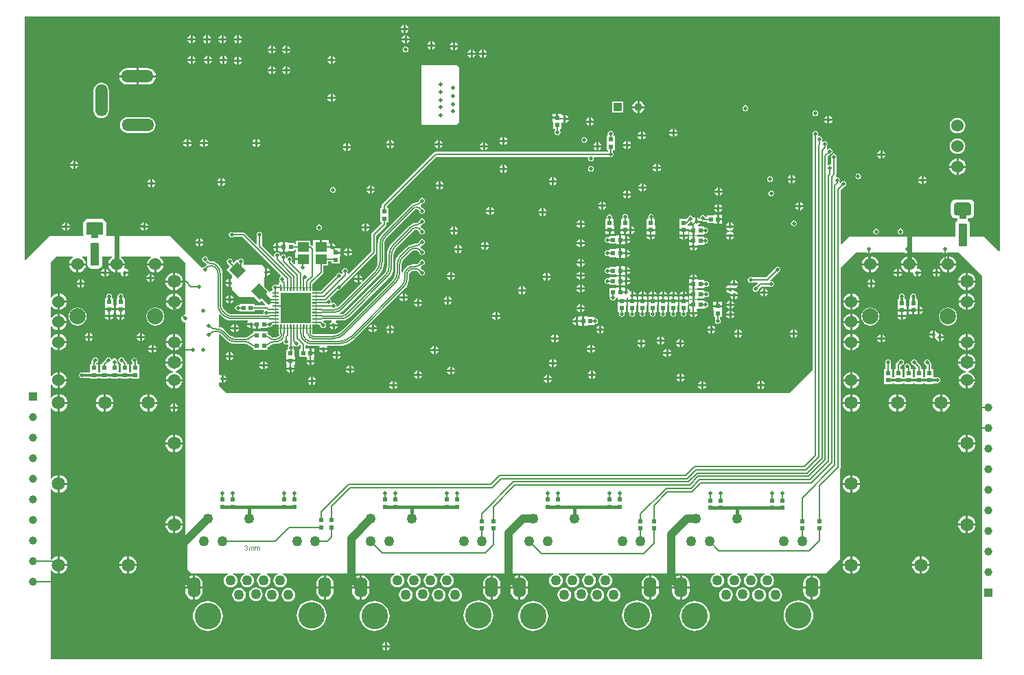
<source format=gbl>
G04*
G04 #@! TF.GenerationSoftware,Altium Limited,Altium Designer,20.0.2 (26)*
G04*
G04 Layer_Physical_Order=4*
G04 Layer_Color=16711680*
%FSLAX25Y25*%
%MOIN*%
G70*
G01*
G75*
%ADD14C,0.00500*%
%ADD15C,0.00787*%
%ADD16C,0.01181*%
%ADD20C,0.00200*%
%ADD26R,0.01968X0.02362*%
%ADD27R,0.02362X0.01968*%
%ADD36R,0.05512X0.04724*%
%ADD37C,0.03937*%
%ADD74C,0.00500*%
%ADD75C,0.02362*%
%ADD77C,0.01575*%
%ADD78C,0.00709*%
%ADD79C,0.03937*%
%ADD80R,0.03937X0.03937*%
%ADD81C,0.06000*%
%ADD82C,0.06496*%
%ADD83O,0.15748X0.05906*%
%ADD84O,0.05906X0.15748*%
%ADD85C,0.12874*%
%ADD86O,0.06299X0.10000*%
%ADD87C,0.05000*%
%ADD88C,0.04937*%
%ADD89R,0.03937X0.03937*%
%ADD90C,0.01968*%
%ADD91C,0.07874*%
%ADD93R,0.14567X0.14567*%
%ADD94R,0.00787X0.03150*%
%ADD95R,0.03150X0.00787*%
G04:AMPARAMS|DCode=96|XSize=59.06mil|YSize=55.12mil|CornerRadius=0mil|HoleSize=0mil|Usage=FLASHONLY|Rotation=135.000|XOffset=0mil|YOffset=0mil|HoleType=Round|Shape=Rectangle|*
%AMROTATEDRECTD96*
4,1,4,0.04037,-0.00139,0.00139,-0.04037,-0.04037,0.00139,-0.00139,0.04037,0.04037,-0.00139,0.0*
%
%ADD96ROTATEDRECTD96*%

%ADD97R,0.03200X0.03200*%
%ADD98C,0.00630*%
%ADD99C,0.00748*%
G36*
X460557Y222891D02*
X460838Y222609D01*
X460990Y222242D01*
Y222043D01*
Y217957D01*
Y217758D01*
X460838Y217391D01*
X460557Y217109D01*
X460189Y216957D01*
X453706D01*
X453338Y217109D01*
X453057Y217391D01*
X452904Y217758D01*
Y217957D01*
Y222043D01*
Y222242D01*
X453057Y222609D01*
X453338Y222891D01*
X453706Y223043D01*
X460189D01*
X460557Y222891D01*
D02*
G37*
G36*
X39057Y213391D02*
X39338Y213109D01*
X39490Y212742D01*
Y212543D01*
Y208457D01*
Y208258D01*
X39338Y207891D01*
X39057Y207609D01*
X38689Y207457D01*
X32206D01*
X31838Y207609D01*
X31557Y207891D01*
X31404Y208258D01*
Y208457D01*
Y212543D01*
Y212742D01*
X31557Y213109D01*
X31838Y213391D01*
X32206Y213543D01*
X38689D01*
X39057Y213391D01*
D02*
G37*
G36*
X458783Y212924D02*
X458924Y212783D01*
X459000Y212599D01*
Y212500D01*
Y202500D01*
Y202400D01*
X458924Y202217D01*
X458783Y202076D01*
X458599Y202000D01*
X455401D01*
X455217Y202076D01*
X455076Y202217D01*
X455000Y202400D01*
Y202500D01*
Y212500D01*
Y212599D01*
X455076Y212783D01*
X455217Y212924D01*
X455401Y213000D01*
X458599D01*
X458783Y212924D01*
D02*
G37*
G36*
X475065Y199588D02*
X474603Y199397D01*
X467500Y206500D01*
X460606D01*
Y212599D01*
X460606Y212599D01*
X460536Y212950D01*
X460483Y213214D01*
X460483Y213214D01*
X460407Y213398D01*
X460273Y213599D01*
X460059Y213919D01*
X459919Y214059D01*
X459666Y214228D01*
X459393Y214604D01*
X459388Y214851D01*
X459409Y215019D01*
X459741Y215352D01*
X460189D01*
X460804Y215474D01*
X461171Y215626D01*
X461692Y215974D01*
X461692Y215974D01*
X461973Y216255D01*
X462321Y216776D01*
X462474Y217144D01*
X462474Y217144D01*
X462596Y217758D01*
Y222242D01*
X462596Y222242D01*
X462531Y222569D01*
X462474Y222856D01*
X462474Y222856D01*
X462321Y223224D01*
X461973Y223745D01*
X461973Y223745D01*
X461692Y224026D01*
X461171Y224374D01*
X460804Y224526D01*
X460804Y224526D01*
X460189Y224648D01*
X453706D01*
X453706Y224648D01*
X453378Y224584D01*
X453091Y224526D01*
X453091Y224526D01*
X452724Y224374D01*
X452203Y224026D01*
X452203Y224026D01*
X451921Y223745D01*
X451573Y223224D01*
X451421Y222856D01*
X451299Y222242D01*
Y217758D01*
X451421Y217144D01*
X451573Y216776D01*
X451921Y216255D01*
X451921Y216255D01*
X452203Y215974D01*
X452724Y215626D01*
X453091Y215474D01*
X453706Y215352D01*
X454259D01*
X454591Y215019D01*
X454612Y214851D01*
X454608Y214678D01*
X454484Y214435D01*
X454334Y214228D01*
X454081Y214059D01*
X453941Y213919D01*
X453593Y213398D01*
X453517Y213214D01*
X453394Y212599D01*
Y206500D01*
X402000D01*
X398190Y202690D01*
X397728Y202881D01*
Y229025D01*
X399601Y230897D01*
X399766Y230930D01*
X400222Y231235D01*
X400526Y231691D01*
X400633Y232228D01*
X400526Y232766D01*
X400222Y233222D01*
X399766Y233526D01*
X399228Y233633D01*
X398691Y233526D01*
X398235Y233222D01*
X397930Y232766D01*
X397698Y232599D01*
X397297Y232765D01*
X397204Y232859D01*
Y233322D01*
X397298Y233462D01*
X397405Y234000D01*
X397298Y234538D01*
X396993Y234993D01*
X396538Y235298D01*
X396000Y235405D01*
X395678Y235341D01*
X395287Y235736D01*
X395352Y235921D01*
X395613Y236312D01*
X395704Y236773D01*
Y244598D01*
X395798Y244738D01*
X395905Y245276D01*
X395798Y245813D01*
X395493Y246269D01*
X395038Y246574D01*
X394500Y246680D01*
X393962Y246574D01*
X393507Y246269D01*
X393202Y245813D01*
X393095Y245276D01*
X393202Y244738D01*
X393296Y244598D01*
Y241681D01*
X392796Y241346D01*
X392500Y241405D01*
X391962Y241298D01*
X391929Y241276D01*
X391429Y241543D01*
Y245226D01*
X392872Y246669D01*
X393038Y246702D01*
X393493Y247007D01*
X393798Y247462D01*
X393905Y248000D01*
X393798Y248538D01*
X393493Y248993D01*
X393038Y249298D01*
X392500Y249405D01*
X391962Y249298D01*
X391507Y248993D01*
X391113Y249237D01*
X391204Y249698D01*
Y250822D01*
X391298Y250962D01*
X391405Y251500D01*
X391298Y252038D01*
X390993Y252493D01*
X390538Y252798D01*
X390000Y252905D01*
X389462Y252798D01*
X389204Y252625D01*
X388777Y252837D01*
X388713Y253335D01*
X388798Y253462D01*
X388905Y254000D01*
X388798Y254538D01*
X388493Y254993D01*
X388038Y255298D01*
X387500Y255405D01*
X387204Y255346D01*
X386704Y255681D01*
Y255822D01*
X386798Y255962D01*
X386905Y256500D01*
X386798Y257038D01*
X386493Y257493D01*
X386038Y257798D01*
X385500Y257905D01*
X384962Y257798D01*
X384507Y257493D01*
X384202Y257038D01*
X384095Y256500D01*
X384202Y255962D01*
X384296Y255822D01*
Y141796D01*
X373000Y130500D01*
X99500D01*
X95852Y134148D01*
Y135613D01*
X96352Y135881D01*
X96726Y135631D01*
X97000Y135576D01*
Y137500D01*
Y139424D01*
X96726Y139369D01*
X96352Y139119D01*
X95852Y139387D01*
Y158756D01*
X96352Y159023D01*
X96784Y158734D01*
X96813Y158691D01*
X99338Y156166D01*
X99332Y156161D01*
X99708Y155852D01*
X99708Y155852D01*
X100225Y155428D01*
X101244Y154883D01*
X102350Y154548D01*
X103500Y154434D01*
Y154442D01*
X108586D01*
X108626Y154450D01*
X109494Y154278D01*
X109861Y154032D01*
X110243Y153737D01*
X110624Y153444D01*
X111169Y153026D01*
X112252Y152577D01*
X112457Y152550D01*
Y151532D01*
X119543D01*
Y152867D01*
X119790Y152969D01*
X120243Y153316D01*
X120625Y153610D01*
X121005Y153903D01*
X121428Y154185D01*
X122353Y154369D01*
X122401Y154360D01*
X123387D01*
Y154339D01*
X124384Y154471D01*
X124622Y154502D01*
X125774Y154979D01*
X126609Y155620D01*
X126827Y155566D01*
X127057Y155447D01*
X127117Y155387D01*
X127202Y154962D01*
X127506Y154507D01*
X127962Y154202D01*
X128500Y154095D01*
X128934Y154181D01*
X129434Y153911D01*
Y153178D01*
X129340Y153038D01*
X129233Y152500D01*
X129324Y152043D01*
X129185Y151760D01*
X129019Y151543D01*
X128532D01*
Y148213D01*
X128319D01*
Y146728D01*
X130500D01*
X132681D01*
Y148213D01*
X132468D01*
Y151543D01*
X132257D01*
X132091Y151760D01*
X131952Y152043D01*
X132043Y152500D01*
X131936Y153038D01*
X131872Y153134D01*
X131939Y153455D01*
X132462Y153574D01*
X132507Y153507D01*
X132962Y153202D01*
X133500Y153095D01*
X134038Y153202D01*
X134494Y153507D01*
X134762Y153908D01*
X135261Y154004D01*
X135604Y153707D01*
Y151969D01*
X134957D01*
Y148031D01*
X138287D01*
Y147819D01*
X138591D01*
X138767Y147319D01*
X138402Y146774D01*
X138348Y146500D01*
X142195D01*
X142141Y146774D01*
X141777Y147319D01*
X141953Y147819D01*
X142256D01*
Y149500D01*
X140272D01*
Y150000D01*
X139772D01*
Y152181D01*
X138287D01*
X138287Y152181D01*
Y152181D01*
X138287Y152181D01*
X137852Y152338D01*
Y153541D01*
X138352Y153875D01*
X139071Y153577D01*
X140233Y153424D01*
Y153442D01*
X144476D01*
X144743Y152942D01*
X144631Y152774D01*
X144576Y152500D01*
X148424D01*
X148369Y152774D01*
X148257Y152942D01*
X148524Y153442D01*
X154000D01*
Y153430D01*
X155646Y153560D01*
X157251Y153945D01*
X158776Y154577D01*
X160183Y155439D01*
X161065Y156193D01*
X161439Y156511D01*
X161430Y156520D01*
X161430Y156520D01*
X186248Y181338D01*
X186255Y181331D01*
X187024Y182269D01*
X187596Y183339D01*
X187948Y184500D01*
X188067Y185707D01*
X188058D01*
Y187586D01*
X188050Y187626D01*
X188222Y188494D01*
X188713Y189228D01*
X188746Y189250D01*
X188747Y189251D01*
X188748Y189252D01*
X188749Y189253D01*
X188750Y189254D01*
X188772Y189287D01*
X189506Y189778D01*
X190374Y189950D01*
X190414Y189942D01*
X191086D01*
X191126Y189950D01*
X191994Y189778D01*
X192728Y189287D01*
X192750Y189254D01*
X192751Y189253D01*
X192752Y189252D01*
X193118Y188886D01*
X193202Y188462D01*
X193507Y188006D01*
X193962Y187702D01*
X194500Y187595D01*
X195038Y187702D01*
X195493Y188006D01*
X195798Y188462D01*
X195905Y189000D01*
X195798Y189538D01*
X195493Y189994D01*
X195038Y190298D01*
X194614Y190382D01*
X194248Y190748D01*
X194261Y190761D01*
X194257Y190763D01*
X193708Y191185D01*
Y191815D01*
X194257Y192237D01*
X194261Y192239D01*
X194248Y192252D01*
X194614Y192618D01*
X195038Y192702D01*
X195493Y193007D01*
X195798Y193462D01*
X195905Y194000D01*
X195798Y194538D01*
X195493Y194993D01*
X195038Y195298D01*
X194500Y195405D01*
X193962Y195298D01*
X193507Y194993D01*
X193202Y194538D01*
X193118Y194114D01*
X192752Y193748D01*
X192751Y193747D01*
X192750Y193746D01*
X192728Y193713D01*
X191994Y193222D01*
X191126Y193050D01*
X191086Y193058D01*
X190000D01*
Y193076D01*
X188838Y192923D01*
X187755Y192474D01*
X187210Y192056D01*
X186828Y191763D01*
X186825Y191761D01*
X186838Y191748D01*
X186252Y191162D01*
X186239Y191175D01*
X186237Y191172D01*
X185944Y190790D01*
X185526Y190245D01*
X185077Y189162D01*
X185058Y189014D01*
X184558Y189047D01*
Y192879D01*
X184555Y192894D01*
X184691Y193932D01*
X185098Y194913D01*
X185734Y195743D01*
X185747Y195751D01*
X188834Y198838D01*
X188835Y198839D01*
X188836Y198840D01*
X188839Y198846D01*
X189613Y199439D01*
X190523Y199816D01*
X191023Y199882D01*
X191500Y199939D01*
X191500Y199939D01*
X191500Y199939D01*
X192018Y199836D01*
X192457Y199542D01*
X192459Y199545D01*
X192459Y199545D01*
X193118Y198887D01*
X193202Y198462D01*
X193507Y198006D01*
X193962Y197702D01*
X194500Y197595D01*
X195038Y197702D01*
X195493Y198006D01*
X195798Y198462D01*
X195905Y199000D01*
X195798Y199538D01*
X195493Y199994D01*
X195038Y200298D01*
X194614Y200382D01*
X193955Y201041D01*
X193962Y201047D01*
X193738Y201220D01*
X193738Y201850D01*
X194323Y202299D01*
X194323Y202299D01*
X194685Y202632D01*
X195038Y202702D01*
X195493Y203007D01*
X195798Y203462D01*
X195905Y204000D01*
X195798Y204538D01*
X195493Y204993D01*
X195038Y205298D01*
X194500Y205405D01*
X193962Y205298D01*
X193507Y204993D01*
X193202Y204538D01*
X193118Y204114D01*
X192813Y203809D01*
X192784Y203766D01*
X191989Y203234D01*
X191473Y203132D01*
X191000Y203066D01*
Y203066D01*
X189836Y202952D01*
X188716Y202612D01*
X187684Y202060D01*
X186780Y201318D01*
X186786Y201312D01*
X183839Y198366D01*
X183476Y198022D01*
X183476Y198022D01*
X182852Y197261D01*
X182849Y197258D01*
X182842Y197248D01*
X182607Y196962D01*
X181961Y195754D01*
X181563Y194442D01*
X181429Y193079D01*
X181442D01*
Y189328D01*
X181454Y189268D01*
X181265Y187830D01*
X180686Y186433D01*
X179803Y185282D01*
X179752Y185248D01*
X155373Y160869D01*
X155373Y160869D01*
X154436Y160100D01*
X153367Y159528D01*
X152207Y159177D01*
X151000Y159058D01*
X151000Y159058D01*
X141703D01*
Y159075D01*
X141465Y159123D01*
X141263Y159258D01*
X141236Y159361D01*
X141268Y159798D01*
X141268D01*
Y163717D01*
X141283D01*
Y163732D01*
X142724D01*
X142840Y163709D01*
X144588D01*
X145169Y163128D01*
X145202Y162962D01*
X145507Y162506D01*
X145962Y162202D01*
X146500Y162095D01*
X147038Y162202D01*
X147494Y162506D01*
X147798Y162962D01*
X147905Y163500D01*
X147798Y164038D01*
X147494Y164494D01*
X147038Y164798D01*
X146872Y164831D01*
X146485Y165218D01*
X146693Y165718D01*
X150347D01*
X150499Y165218D01*
X150069Y164931D01*
X149631Y164274D01*
X149576Y164000D01*
X153424D01*
X153369Y164274D01*
X152931Y164931D01*
X152501Y165218D01*
X152653Y165718D01*
X155500D01*
Y165694D01*
X156836Y165870D01*
X158080Y166385D01*
X159149Y167205D01*
X159132Y167222D01*
X159132Y167222D01*
X178541Y186631D01*
X178541Y186631D01*
X178550Y186622D01*
X179408Y187667D01*
X180045Y188860D01*
X180438Y190154D01*
X180571Y191500D01*
X180558D01*
Y197000D01*
X180557Y197004D01*
X180680Y198247D01*
X181043Y199447D01*
X181634Y200552D01*
X182425Y201516D01*
X182427Y201517D01*
X182427Y201517D01*
X182428Y201519D01*
X182430Y201520D01*
X190425Y209515D01*
X190426Y209513D01*
X190899Y209830D01*
X191299Y209909D01*
X191669Y209921D01*
X191938Y209896D01*
X192035Y209877D01*
X192240Y209740D01*
X192252Y209752D01*
X193118Y208887D01*
X193202Y208462D01*
X193507Y208007D01*
X193962Y207702D01*
X194500Y207595D01*
X195038Y207702D01*
X195493Y208007D01*
X195798Y208462D01*
X195905Y209000D01*
X195798Y209538D01*
X195493Y209993D01*
X195038Y210298D01*
X194614Y210382D01*
X193781Y211214D01*
X193704Y211362D01*
Y211786D01*
X194104Y212092D01*
X194096Y212100D01*
X194613Y212618D01*
X195038Y212702D01*
X195493Y213007D01*
X195798Y213462D01*
X195905Y214000D01*
X195798Y214538D01*
X195493Y214993D01*
X195038Y215298D01*
X194500Y215405D01*
X193962Y215298D01*
X193507Y214993D01*
X193202Y214538D01*
X193118Y214113D01*
X192600Y213596D01*
X192599Y213595D01*
X192095Y213258D01*
X191969Y213233D01*
X191500Y213158D01*
Y213158D01*
X190524Y213030D01*
X190336Y213005D01*
X189251Y212556D01*
X188319Y211841D01*
X188332Y211828D01*
X179873Y203369D01*
X179859Y203383D01*
X178825Y202122D01*
X178056Y200684D01*
X177582Y199123D01*
X177422Y197500D01*
X177442D01*
Y192328D01*
X177454Y192268D01*
X177265Y190830D01*
X176686Y189433D01*
X175803Y188282D01*
X175752Y188248D01*
X156929Y169425D01*
X156929Y169424D01*
X156928Y169424D01*
X156915Y169405D01*
X156277Y168978D01*
X155524Y168828D01*
X155500Y168833D01*
X154430D01*
X154331Y169333D01*
X154693Y169483D01*
X155676Y170238D01*
X155662Y170252D01*
X173662Y188252D01*
X173676Y188239D01*
X173987Y188618D01*
X174695Y189481D01*
X175453Y190898D01*
X175919Y192436D01*
X176077Y194035D01*
X176058D01*
Y202500D01*
X176049Y202545D01*
X176220Y203846D01*
X176740Y205100D01*
X177538Y206140D01*
X177575Y206165D01*
X177576Y206166D01*
X177576Y206166D01*
X191102Y219691D01*
X191111Y219682D01*
X191384Y219865D01*
X191707Y219929D01*
X192030Y219865D01*
X192303Y219682D01*
X192313Y219691D01*
X193118Y218886D01*
X193202Y218462D01*
X193507Y218007D01*
X193962Y217702D01*
X194500Y217595D01*
X195038Y217702D01*
X195493Y218007D01*
X195798Y218462D01*
X195905Y219000D01*
X195798Y219538D01*
X195493Y219993D01*
X195038Y220298D01*
X194614Y220382D01*
X193809Y221187D01*
X193812Y221191D01*
X193809Y221193D01*
X193717Y221264D01*
X193717Y221764D01*
X193962Y221953D01*
X193955Y221959D01*
X194613Y222618D01*
X195038Y222702D01*
X195493Y223007D01*
X195798Y223462D01*
X195905Y224000D01*
X195798Y224538D01*
X195493Y224993D01*
X195038Y225298D01*
X194500Y225405D01*
X193962Y225298D01*
X193507Y224993D01*
X193202Y224538D01*
X193118Y224113D01*
X192459Y223455D01*
X192457Y223458D01*
X192018Y223164D01*
X191506Y223062D01*
X191500Y223067D01*
Y223067D01*
X190599Y222949D01*
X189759Y222601D01*
X189038Y222047D01*
X189045Y222041D01*
X189045Y222041D01*
X175373Y208369D01*
X175359Y208383D01*
X174325Y207122D01*
X173556Y205684D01*
X173082Y204123D01*
X172923Y202500D01*
X172942D01*
Y194328D01*
X172954Y194268D01*
X172765Y192830D01*
X172186Y191433D01*
X171305Y190284D01*
X171255Y190251D01*
X171255Y190250D01*
X171254Y190249D01*
X171252Y190248D01*
X165448Y184444D01*
X165060Y184763D01*
X165074Y184784D01*
X165369Y185226D01*
X165424Y185500D01*
X164000D01*
Y184076D01*
X164274Y184131D01*
X164716Y184426D01*
X164737Y184440D01*
X165056Y184052D01*
X153752Y172748D01*
X153747Y172753D01*
X153297Y172408D01*
X153056Y172507D01*
X152852Y172733D01*
X152905Y173000D01*
X152798Y173538D01*
X152494Y173994D01*
X152038Y174298D01*
X151500Y174405D01*
X150962Y174298D01*
X150650Y174089D01*
X150312Y174428D01*
X150298Y174462D01*
X150405Y175000D01*
X150298Y175538D01*
X149994Y175994D01*
X149936Y176032D01*
X149873Y176675D01*
X153827Y180630D01*
X154000Y180595D01*
X154538Y180702D01*
X154993Y181007D01*
X155298Y181462D01*
X155331Y181628D01*
X171852Y198149D01*
X172113Y198539D01*
X172204Y199000D01*
Y207001D01*
X176851Y211649D01*
X176851Y211649D01*
X177113Y212039D01*
X177204Y212500D01*
X177204Y212500D01*
Y213457D01*
X177969D01*
Y217000D01*
Y220543D01*
X177306D01*
X177246Y221043D01*
X201499Y245296D01*
X274819D01*
X275154Y244796D01*
X275095Y244500D01*
X275202Y243962D01*
X275507Y243507D01*
X275962Y243202D01*
X276500Y243095D01*
X277038Y243202D01*
X277493Y243507D01*
X277798Y243962D01*
X277905Y244500D01*
X277846Y244796D01*
X278181Y245296D01*
X285322D01*
X285462Y245202D01*
X286000Y245095D01*
X286538Y245202D01*
X286993Y245507D01*
X287298Y245962D01*
X287405Y246500D01*
X287298Y247038D01*
X287204Y247178D01*
Y248457D01*
X287968D01*
Y252000D01*
Y255543D01*
X287619D01*
X287453Y255760D01*
X287314Y256043D01*
X287405Y256500D01*
X287298Y257038D01*
X286993Y257493D01*
X286538Y257798D01*
X286000Y257905D01*
X285462Y257798D01*
X285007Y257493D01*
X284702Y257038D01*
X284595Y256500D01*
X284686Y256043D01*
X284547Y255760D01*
X284381Y255543D01*
X284032D01*
Y252000D01*
Y248457D01*
X284796D01*
Y247704D01*
X201000D01*
X201000Y247704D01*
X200539Y247613D01*
X200149Y247352D01*
X175148Y222352D01*
X174887Y221961D01*
X174796Y221500D01*
X174796Y221500D01*
Y220543D01*
X174031D01*
Y217000D01*
Y213457D01*
X174694D01*
X174754Y212957D01*
X170149Y208351D01*
X169887Y207961D01*
X169796Y207500D01*
X169796Y207500D01*
Y199499D01*
X158666Y188369D01*
X158204Y188561D01*
Y189322D01*
X158298Y189462D01*
X158405Y190000D01*
X158298Y190538D01*
X157993Y190993D01*
X157538Y191298D01*
X157000Y191405D01*
X156462Y191298D01*
X156007Y190993D01*
X155702Y190538D01*
X155595Y190000D01*
X155702Y189462D01*
X155796Y189322D01*
Y188609D01*
X155296Y188458D01*
X155272Y188494D01*
X154816Y188798D01*
X154278Y188905D01*
X153741Y188798D01*
X153285Y188494D01*
X152980Y188038D01*
X152947Y187872D01*
X145367Y180291D01*
X142840D01*
X142724Y180268D01*
X141283D01*
Y180283D01*
X141268D01*
Y181724D01*
X141291Y181840D01*
Y183588D01*
X146182Y188479D01*
X146443Y188870D01*
X146535Y189331D01*
Y192398D01*
X148874D01*
Y194343D01*
X150531D01*
Y193457D01*
X154469D01*
Y196787D01*
X154681D01*
Y198272D01*
X152500D01*
Y199272D01*
X154681D01*
Y200756D01*
X152731D01*
X152570Y200953D01*
X150453D01*
Y201453D01*
X149953D01*
Y203376D01*
X149679Y203322D01*
X149528Y203221D01*
X149087Y203457D01*
Y204815D01*
X145831D01*
Y201453D01*
X144831D01*
Y204815D01*
X141575D01*
Y202281D01*
X141113Y202090D01*
X140899Y202304D01*
X140508Y202565D01*
X140213Y202624D01*
Y204602D01*
X133126D01*
Y202704D01*
X132543D01*
Y203468D01*
X129213D01*
Y203681D01*
X127728D01*
Y201500D01*
Y199319D01*
X129213D01*
Y199531D01*
X132543D01*
Y200296D01*
X133126D01*
Y198909D01*
X132913D01*
Y196047D01*
X136669D01*
Y195047D01*
X132913D01*
Y193443D01*
X132451Y193252D01*
X131204Y194499D01*
Y194822D01*
X131298Y194962D01*
X131405Y195500D01*
X131298Y196038D01*
X130993Y196493D01*
X130538Y196798D01*
X130000Y196905D01*
X129462Y196798D01*
X129007Y196493D01*
X128874Y196295D01*
X128403Y196490D01*
X128405Y196500D01*
X128298Y197038D01*
X127994Y197494D01*
X127538Y197798D01*
X127000Y197905D01*
X126462Y197798D01*
X126006Y197494D01*
X125874Y197295D01*
X125403Y197490D01*
X125405Y197500D01*
X125298Y198038D01*
X124994Y198494D01*
X124538Y198798D01*
X124000Y198905D01*
X123462Y198798D01*
X123006Y198494D01*
X122702Y198038D01*
X122595Y197500D01*
X122702Y196962D01*
X122684Y196938D01*
X122022Y196893D01*
X120106Y198809D01*
X119879Y199148D01*
X116704Y202323D01*
Y206822D01*
X116798Y206962D01*
X116905Y207500D01*
X116798Y208038D01*
X116493Y208493D01*
X116038Y208798D01*
X115500Y208905D01*
X114962Y208798D01*
X114506Y208493D01*
X114202Y208038D01*
X114095Y207500D01*
X114202Y206962D01*
X114296Y206822D01*
Y203157D01*
X113834Y202965D01*
X108476Y208323D01*
X108098Y208576D01*
X107653Y208664D01*
X102738D01*
X102538Y208798D01*
X102000Y208905D01*
X101462Y208798D01*
X101007Y208493D01*
X100702Y208038D01*
X100595Y207500D01*
X100702Y206962D01*
X101007Y206507D01*
X101462Y206202D01*
X102000Y206095D01*
X102538Y206202D01*
X102738Y206336D01*
X107171D01*
X125775Y187732D01*
X125686Y187113D01*
X125506Y186994D01*
X125202Y186538D01*
X125095Y186000D01*
X125202Y185462D01*
X125296Y185322D01*
Y185000D01*
X125296Y185000D01*
X125355Y184702D01*
X125057Y184202D01*
X124732D01*
Y183204D01*
X123678D01*
X123538Y183298D01*
X123000Y183405D01*
X122462Y183298D01*
X122006Y182993D01*
X121702Y182538D01*
X121595Y182000D01*
X121702Y181462D01*
X121796Y181322D01*
Y180268D01*
X120798D01*
Y179920D01*
X120298Y179713D01*
X117821Y182191D01*
X117874Y182244D01*
X117821Y186936D01*
X118228Y187260D01*
Y189272D01*
Y191237D01*
X117769Y191573D01*
X117767Y191800D01*
X116693Y192874D01*
X107704D01*
Y193822D01*
X107798Y193962D01*
X107905Y194500D01*
X107798Y195038D01*
X107493Y195493D01*
X107038Y195798D01*
X106500Y195905D01*
X105962Y195798D01*
X105507Y195493D01*
X105394Y195325D01*
X104771Y195240D01*
X104546Y195465D01*
X102892Y193811D01*
X102372Y194332D01*
X102405Y194500D01*
X102298Y195038D01*
X101993Y195493D01*
X101538Y195798D01*
X101000Y195905D01*
X100462Y195798D01*
X100007Y195493D01*
X99702Y195038D01*
X99595Y194500D01*
X99702Y193962D01*
X99846Y193747D01*
X99887Y193539D01*
X100148Y193149D01*
X101189Y192108D01*
X99535Y190454D01*
X101557Y188432D01*
X101573Y188354D01*
X101833Y187963D01*
X102125Y187769D01*
X102126Y187756D01*
Y186190D01*
X101626Y185899D01*
X101500Y185924D01*
Y184000D01*
Y182076D01*
X101626Y182101D01*
X102126Y181810D01*
Y180965D01*
X105965Y177126D01*
X112756D01*
X112810Y177180D01*
X115454Y174535D01*
X116324Y175405D01*
X118065Y173664D01*
X117858Y173164D01*
X113043D01*
Y173969D01*
X105957D01*
Y173619D01*
X105740Y173453D01*
X105457Y173314D01*
X105000Y173405D01*
X104462Y173298D01*
X104007Y172994D01*
X103702Y172538D01*
X103595Y172000D01*
X103702Y171462D01*
X104007Y171007D01*
X104462Y170702D01*
X105000Y170595D01*
X105457Y170686D01*
X105740Y170547D01*
X105957Y170381D01*
Y170031D01*
X113043D01*
Y170836D01*
X117404D01*
X117671Y170336D01*
X117564Y170176D01*
X117457Y169638D01*
X117518Y169333D01*
X117187Y168833D01*
X101956D01*
Y168836D01*
X101148Y168943D01*
X100396Y169254D01*
X99752Y169748D01*
X99750Y169750D01*
X99748Y169748D01*
X98248Y171248D01*
X98247Y171249D01*
X98246Y171250D01*
X98213Y171272D01*
X97722Y172006D01*
X97550Y172874D01*
X97558Y172914D01*
Y188000D01*
X97572D01*
X97435Y189386D01*
X97031Y190720D01*
X96374Y191948D01*
X95490Y193026D01*
X95480Y193016D01*
X95480Y193016D01*
X94939Y193556D01*
X94945Y193562D01*
X94272Y194078D01*
X93489Y194402D01*
X92811Y194491D01*
X92670Y194534D01*
X91508Y194649D01*
X91107Y194888D01*
X90382Y195614D01*
X90298Y196038D01*
X89993Y196493D01*
X89538Y196798D01*
X89000Y196905D01*
X88462Y196798D01*
X88007Y196493D01*
X87702Y196038D01*
X87595Y195500D01*
X87702Y194962D01*
X88007Y194507D01*
X88462Y194202D01*
X88886Y194118D01*
X89705Y193299D01*
X89755Y193161D01*
X89769Y192719D01*
X89507Y192518D01*
X89515Y192510D01*
X88886Y191882D01*
X88462Y191798D01*
X88007Y191493D01*
X87551Y191449D01*
X72000Y207000D01*
X41238D01*
X41175Y207042D01*
X40914Y207500D01*
X40974Y207644D01*
X40974Y207644D01*
X41096Y208258D01*
Y212742D01*
X41096Y212742D01*
X41031Y213069D01*
X40974Y213356D01*
X40974Y213356D01*
X40821Y213724D01*
X40473Y214245D01*
X40473Y214245D01*
X40192Y214526D01*
X39671Y214874D01*
X39304Y215026D01*
X39304Y215026D01*
X38689Y215148D01*
X32206D01*
X32206Y215148D01*
X31878Y215084D01*
X31591Y215026D01*
X31591Y215026D01*
X31223Y214874D01*
X30703Y214526D01*
X30703Y214526D01*
X30421Y214245D01*
X30073Y213724D01*
X29921Y213356D01*
X29799Y212742D01*
Y208258D01*
X29921Y207644D01*
X29980Y207500D01*
X29696Y207000D01*
X13500D01*
X1775Y195275D01*
X1313Y195466D01*
Y313648D01*
X475065D01*
Y199588D01*
D02*
G37*
G36*
X466500Y187500D02*
Y1313D01*
X13981D01*
Y44341D01*
X14480Y44511D01*
X14920Y43939D01*
X15807Y43258D01*
X16840Y42830D01*
X17449Y42750D01*
Y46969D01*
Y51187D01*
X16840Y51107D01*
X15807Y50679D01*
X14920Y49998D01*
X14480Y49426D01*
X13981Y49596D01*
Y83711D01*
X14480Y83881D01*
X14920Y83309D01*
X15807Y82628D01*
X16840Y82200D01*
X17449Y82120D01*
Y86339D01*
Y90558D01*
X16840Y90478D01*
X15807Y90049D01*
X14920Y89368D01*
X14480Y88796D01*
X13981Y88966D01*
Y123081D01*
X14480Y123251D01*
X14920Y122679D01*
X15807Y121998D01*
X16840Y121570D01*
X17449Y121490D01*
Y125709D01*
Y129928D01*
X16840Y129848D01*
X15807Y129420D01*
X14920Y128739D01*
X14480Y128166D01*
X13981Y128336D01*
Y134402D01*
X14427Y134683D01*
X14480Y134681D01*
X15096Y133880D01*
X15931Y133238D01*
X16904Y132835D01*
X17449Y132764D01*
Y136732D01*
Y140701D01*
X16904Y140629D01*
X15931Y140226D01*
X15096Y139585D01*
X14480Y138783D01*
X14427Y138781D01*
X13981Y139063D01*
Y152907D01*
X14427Y153188D01*
X14480Y153185D01*
X15096Y152383D01*
X15932Y151742D01*
X16905Y151339D01*
X17449Y151268D01*
Y155236D01*
Y159205D01*
X16905Y159133D01*
X15932Y158730D01*
X15096Y158089D01*
X14480Y157287D01*
X14427Y157285D01*
X13981Y157565D01*
Y162756D01*
X14427Y163031D01*
X14480Y163029D01*
X15096Y162226D01*
X15932Y161585D01*
X16905Y161182D01*
X17449Y161110D01*
Y165079D01*
Y169047D01*
X16905Y168976D01*
X15932Y168573D01*
X15096Y167932D01*
X14480Y167129D01*
X14427Y167127D01*
X13981Y167402D01*
Y172591D01*
X14427Y172872D01*
X14480Y172871D01*
X15096Y172069D01*
X15931Y171427D01*
X16904Y171024D01*
X17449Y170953D01*
Y174921D01*
Y178890D01*
X16904Y178819D01*
X15931Y178416D01*
X15096Y177774D01*
X14480Y176972D01*
X14427Y176971D01*
X13981Y177252D01*
Y194187D01*
X16793Y197000D01*
X24792D01*
X25073Y196554D01*
X25071Y196500D01*
X24269Y195885D01*
X23628Y195049D01*
X23225Y194076D01*
X23153Y193532D01*
X27122D01*
Y193032D01*
D01*
Y193532D01*
X31090D01*
X31019Y194076D01*
X30616Y195049D01*
X29974Y195885D01*
X29173Y196500D01*
X29171Y196554D01*
X29452Y197000D01*
X31894D01*
Y192901D01*
X32017Y192286D01*
X32093Y192102D01*
X32441Y191581D01*
X32581Y191441D01*
X33102Y191093D01*
X33286Y191017D01*
X33900Y190894D01*
X37099D01*
X37714Y191017D01*
X37898Y191093D01*
X38419Y191441D01*
X38559Y191581D01*
X38719Y191821D01*
X38907Y192102D01*
X38983Y192286D01*
X38983Y192286D01*
X39052Y192633D01*
X39106Y192901D01*
X39106Y192901D01*
X39106Y192901D01*
Y197000D01*
X43693D01*
X43971Y196554D01*
X43969Y196500D01*
X43167Y195884D01*
X42525Y195049D01*
X42122Y194076D01*
X42051Y193532D01*
X46019D01*
X49988D01*
X49916Y194076D01*
X49513Y195049D01*
X48872Y195884D01*
X48070Y196500D01*
X48068Y196554D01*
X48346Y197000D01*
X62595D01*
X62869Y196554D01*
X62867Y196500D01*
X62064Y195884D01*
X61423Y195048D01*
X61020Y194075D01*
X60948Y193531D01*
X64917D01*
X68886D01*
X68814Y194075D01*
X68411Y195048D01*
X67770Y195884D01*
X66967Y196500D01*
X66965Y196554D01*
X67238Y197000D01*
X76500D01*
X79500Y194000D01*
Y168795D01*
X78726Y168641D01*
X78069Y168202D01*
X77631Y167546D01*
X77477Y166772D01*
X77631Y165997D01*
X78069Y165341D01*
X78726Y164902D01*
X79500Y164749D01*
Y46000D01*
X82500Y43000D01*
X100166D01*
X100265Y42500D01*
X99784Y42301D01*
X99097Y41774D01*
X98570Y41087D01*
X98239Y40287D01*
X98126Y39429D01*
X98239Y38571D01*
X98570Y37771D01*
X99097Y37085D01*
X99784Y36558D01*
X100584Y36226D01*
X101442Y36113D01*
X102300Y36226D01*
X103100Y36558D01*
X103787Y37085D01*
X104314Y37771D01*
X104645Y38571D01*
X104758Y39429D01*
X104645Y40287D01*
X104314Y41087D01*
X103787Y41774D01*
X103100Y42301D01*
X102619Y42500D01*
X102718Y43000D01*
X108264D01*
X108363Y42500D01*
X107923Y42318D01*
X107236Y41791D01*
X106709Y41104D01*
X106378Y40304D01*
X106265Y39446D01*
X106378Y38588D01*
X106709Y37788D01*
X107236Y37102D01*
X107923Y36575D01*
X108723Y36243D01*
X109581Y36130D01*
X110439Y36243D01*
X111239Y36575D01*
X111926Y37102D01*
X112452Y37788D01*
X112784Y38588D01*
X112897Y39446D01*
X112784Y40304D01*
X112452Y41104D01*
X111926Y41791D01*
X111239Y42318D01*
X110799Y42500D01*
X110898Y43000D01*
X116114D01*
X116213Y42500D01*
X115930Y42383D01*
X115243Y41856D01*
X114716Y41169D01*
X114385Y40369D01*
X114272Y39511D01*
X114385Y38653D01*
X114716Y37853D01*
X115243Y37167D01*
X115930Y36640D01*
X116730Y36308D01*
X117588Y36195D01*
X118446Y36308D01*
X119246Y36640D01*
X119933Y37167D01*
X120459Y37853D01*
X120791Y38653D01*
X120904Y39511D01*
X120791Y40369D01*
X120459Y41169D01*
X119933Y41856D01*
X119246Y42383D01*
X118963Y42500D01*
X119062Y43000D01*
X124319D01*
X124418Y42500D01*
X123937Y42301D01*
X123250Y41774D01*
X122723Y41087D01*
X122392Y40287D01*
X122279Y39429D01*
X122392Y38571D01*
X122723Y37771D01*
X123250Y37085D01*
X123937Y36558D01*
X124737Y36226D01*
X125595Y36113D01*
X126453Y36226D01*
X127253Y36558D01*
X127940Y37085D01*
X128466Y37771D01*
X128798Y38571D01*
X128911Y39429D01*
X128798Y40287D01*
X128466Y41087D01*
X127940Y41774D01*
X127253Y42301D01*
X126772Y42500D01*
X126871Y43000D01*
X181166D01*
X181265Y42500D01*
X180784Y42301D01*
X180097Y41774D01*
X179570Y41087D01*
X179239Y40287D01*
X179126Y39429D01*
X179239Y38571D01*
X179570Y37771D01*
X180097Y37085D01*
X180784Y36558D01*
X181584Y36226D01*
X182442Y36113D01*
X183300Y36226D01*
X184100Y36558D01*
X184787Y37085D01*
X185313Y37771D01*
X185645Y38571D01*
X185758Y39429D01*
X185645Y40287D01*
X185313Y41087D01*
X184787Y41774D01*
X184100Y42301D01*
X183619Y42500D01*
X183718Y43000D01*
X189264D01*
X189363Y42500D01*
X188923Y42318D01*
X188236Y41791D01*
X187709Y41104D01*
X187378Y40304D01*
X187265Y39446D01*
X187378Y38588D01*
X187709Y37788D01*
X188236Y37102D01*
X188923Y36575D01*
X189723Y36243D01*
X190581Y36130D01*
X191439Y36243D01*
X192239Y36575D01*
X192926Y37102D01*
X193453Y37788D01*
X193784Y38588D01*
X193897Y39446D01*
X193784Y40304D01*
X193453Y41104D01*
X192926Y41791D01*
X192239Y42318D01*
X191799Y42500D01*
X191898Y43000D01*
X197114D01*
X197213Y42500D01*
X196930Y42383D01*
X196243Y41856D01*
X195716Y41169D01*
X195385Y40369D01*
X195272Y39511D01*
X195385Y38653D01*
X195716Y37853D01*
X196243Y37167D01*
X196930Y36640D01*
X197730Y36308D01*
X198588Y36195D01*
X199446Y36308D01*
X200246Y36640D01*
X200933Y37167D01*
X201460Y37853D01*
X201791Y38653D01*
X201904Y39511D01*
X201791Y40369D01*
X201460Y41169D01*
X200933Y41856D01*
X200246Y42383D01*
X199963Y42500D01*
X200062Y43000D01*
X205319D01*
X205418Y42500D01*
X204937Y42301D01*
X204250Y41774D01*
X203723Y41087D01*
X203392Y40287D01*
X203279Y39429D01*
X203392Y38571D01*
X203723Y37771D01*
X204250Y37085D01*
X204937Y36558D01*
X205737Y36226D01*
X206595Y36113D01*
X207453Y36226D01*
X208253Y36558D01*
X208940Y37085D01*
X209467Y37771D01*
X209798Y38571D01*
X209911Y39429D01*
X209798Y40287D01*
X209467Y41087D01*
X208940Y41774D01*
X208253Y42301D01*
X207772Y42500D01*
X207871Y43000D01*
X258166D01*
X258265Y42500D01*
X257784Y42301D01*
X257097Y41774D01*
X256570Y41087D01*
X256239Y40287D01*
X256126Y39429D01*
X256239Y38571D01*
X256570Y37771D01*
X257097Y37085D01*
X257784Y36558D01*
X258584Y36226D01*
X259442Y36113D01*
X260300Y36226D01*
X261100Y36558D01*
X261787Y37085D01*
X262314Y37771D01*
X262645Y38571D01*
X262758Y39429D01*
X262645Y40287D01*
X262314Y41087D01*
X261787Y41774D01*
X261100Y42301D01*
X260619Y42500D01*
X260718Y43000D01*
X266264D01*
X266363Y42500D01*
X265923Y42318D01*
X265236Y41791D01*
X264709Y41104D01*
X264378Y40304D01*
X264265Y39446D01*
X264378Y38588D01*
X264709Y37788D01*
X265236Y37102D01*
X265923Y36575D01*
X266723Y36243D01*
X267581Y36130D01*
X268439Y36243D01*
X269239Y36575D01*
X269926Y37102D01*
X270452Y37788D01*
X270784Y38588D01*
X270897Y39446D01*
X270784Y40304D01*
X270452Y41104D01*
X269926Y41791D01*
X269239Y42318D01*
X268799Y42500D01*
X268898Y43000D01*
X274114D01*
X274213Y42500D01*
X273930Y42383D01*
X273243Y41856D01*
X272716Y41169D01*
X272385Y40369D01*
X272272Y39511D01*
X272385Y38653D01*
X272716Y37853D01*
X273243Y37167D01*
X273930Y36640D01*
X274730Y36308D01*
X275588Y36195D01*
X276446Y36308D01*
X277246Y36640D01*
X277933Y37167D01*
X278460Y37853D01*
X278791Y38653D01*
X278904Y39511D01*
X278791Y40369D01*
X278460Y41169D01*
X277933Y41856D01*
X277246Y42383D01*
X276963Y42500D01*
X277062Y43000D01*
X282319D01*
X282418Y42500D01*
X281937Y42301D01*
X281250Y41774D01*
X280723Y41087D01*
X280392Y40287D01*
X280279Y39429D01*
X280392Y38571D01*
X280723Y37771D01*
X281250Y37085D01*
X281937Y36558D01*
X282737Y36226D01*
X283595Y36113D01*
X284453Y36226D01*
X285253Y36558D01*
X285940Y37085D01*
X286467Y37771D01*
X286798Y38571D01*
X286911Y39429D01*
X286798Y40287D01*
X286467Y41087D01*
X285940Y41774D01*
X285253Y42301D01*
X284772Y42500D01*
X284871Y43000D01*
X336666D01*
X336765Y42500D01*
X336284Y42301D01*
X335597Y41774D01*
X335070Y41087D01*
X334739Y40287D01*
X334626Y39429D01*
X334739Y38571D01*
X335070Y37771D01*
X335597Y37085D01*
X336284Y36558D01*
X337084Y36226D01*
X337942Y36113D01*
X338800Y36226D01*
X339600Y36558D01*
X340287Y37085D01*
X340813Y37771D01*
X341145Y38571D01*
X341258Y39429D01*
X341145Y40287D01*
X340813Y41087D01*
X340287Y41774D01*
X339600Y42301D01*
X339119Y42500D01*
X339218Y43000D01*
X344764D01*
X344863Y42500D01*
X344423Y42318D01*
X343736Y41791D01*
X343209Y41104D01*
X342878Y40304D01*
X342765Y39446D01*
X342878Y38588D01*
X343209Y37788D01*
X343736Y37102D01*
X344423Y36575D01*
X345223Y36243D01*
X346081Y36130D01*
X346939Y36243D01*
X347739Y36575D01*
X348426Y37102D01*
X348953Y37788D01*
X349284Y38588D01*
X349397Y39446D01*
X349284Y40304D01*
X348953Y41104D01*
X348426Y41791D01*
X347739Y42318D01*
X347299Y42500D01*
X347398Y43000D01*
X352614D01*
X352713Y42500D01*
X352430Y42383D01*
X351743Y41856D01*
X351216Y41169D01*
X350885Y40369D01*
X350772Y39511D01*
X350885Y38653D01*
X351216Y37853D01*
X351743Y37167D01*
X352430Y36640D01*
X353230Y36308D01*
X354088Y36195D01*
X354946Y36308D01*
X355746Y36640D01*
X356433Y37167D01*
X356960Y37853D01*
X357291Y38653D01*
X357404Y39511D01*
X357291Y40369D01*
X356960Y41169D01*
X356433Y41856D01*
X355746Y42383D01*
X355463Y42500D01*
X355562Y43000D01*
X360819D01*
X360918Y42500D01*
X360437Y42301D01*
X359750Y41774D01*
X359223Y41087D01*
X358892Y40287D01*
X358779Y39429D01*
X358892Y38571D01*
X359223Y37771D01*
X359750Y37085D01*
X360437Y36558D01*
X361237Y36226D01*
X362095Y36113D01*
X362953Y36226D01*
X363753Y36558D01*
X364440Y37085D01*
X364967Y37771D01*
X365298Y38571D01*
X365411Y39429D01*
X365298Y40287D01*
X364967Y41087D01*
X364440Y41774D01*
X363753Y42301D01*
X363272Y42500D01*
X363371Y43000D01*
X390500D01*
X397500Y50000D01*
Y93859D01*
X397636Y94063D01*
X397728Y94524D01*
X397728Y94524D01*
Y191429D01*
X405299Y199000D01*
X410173D01*
X410726Y198631D01*
X411500Y198477D01*
X412274Y198631D01*
X412827Y199000D01*
X428673D01*
X429226Y198631D01*
X430000Y198477D01*
X430774Y198631D01*
X431327Y199000D01*
X447173D01*
X447726Y198631D01*
X448500Y198477D01*
X449274Y198631D01*
X449827Y199000D01*
X455000D01*
X466500Y187500D01*
D02*
G37*
G36*
X37283Y203424D02*
X37424Y203283D01*
X37500Y203099D01*
Y203000D01*
Y193000D01*
Y192901D01*
X37424Y192717D01*
X37283Y192576D01*
X37099Y192500D01*
X33900D01*
X33717Y192576D01*
X33576Y192717D01*
X33500Y192901D01*
Y193000D01*
Y203000D01*
Y203099D01*
X33576Y203283D01*
X33717Y203424D01*
X33900Y203500D01*
X37099D01*
X37283Y203424D01*
D02*
G37*
G36*
X140480Y180268D02*
X139693D01*
Y181843D01*
X140480D01*
Y180268D01*
D02*
G37*
G36*
X138906D02*
X138118D01*
Y181843D01*
X138906D01*
Y180268D01*
D02*
G37*
G36*
X137331D02*
X136543D01*
Y181843D01*
X137331D01*
Y180268D01*
D02*
G37*
G36*
X135756D02*
X134968D01*
Y181843D01*
X135756D01*
Y180268D01*
D02*
G37*
G36*
X134181D02*
X133394D01*
Y181843D01*
X134181D01*
Y180268D01*
D02*
G37*
G36*
X132606D02*
X131819D01*
Y181843D01*
X132606D01*
Y180268D01*
D02*
G37*
G36*
X131032D02*
X130244D01*
Y181843D01*
X131032D01*
Y180268D01*
D02*
G37*
G36*
X129457D02*
X128669D01*
Y181843D01*
X129457D01*
Y180268D01*
D02*
G37*
G36*
X127882D02*
X127094D01*
Y181843D01*
X127882D01*
Y180268D01*
D02*
G37*
G36*
X126307D02*
X125520D01*
Y181843D01*
X126307D01*
Y180268D01*
D02*
G37*
G36*
X142842Y178693D02*
X141268D01*
Y179480D01*
X142842D01*
Y178693D01*
D02*
G37*
G36*
X124732D02*
X123158D01*
Y179480D01*
X124732D01*
Y178693D01*
D02*
G37*
G36*
X142842Y177118D02*
X141268D01*
Y177905D01*
X142842D01*
Y177118D01*
D02*
G37*
G36*
X124732D02*
X123158D01*
Y177905D01*
X124732D01*
Y177118D01*
D02*
G37*
G36*
X142842Y175543D02*
X141268D01*
Y176331D01*
X142842D01*
Y175543D01*
D02*
G37*
G36*
X124732D02*
X123158D01*
Y176331D01*
X124732D01*
Y175543D01*
D02*
G37*
G36*
X142842Y173969D02*
X141268D01*
Y174756D01*
X142842D01*
Y173969D01*
D02*
G37*
G36*
X124732D02*
X123158D01*
Y174756D01*
X124732D01*
Y173969D01*
D02*
G37*
G36*
X142842Y172394D02*
X141268D01*
Y173181D01*
X142842D01*
Y172394D01*
D02*
G37*
G36*
X124732D02*
X123158D01*
Y173181D01*
X124732D01*
Y172394D01*
D02*
G37*
G36*
X142842Y170819D02*
X141268D01*
Y171606D01*
X142842D01*
Y170819D01*
D02*
G37*
G36*
X124732D02*
X123158D01*
Y171606D01*
X124732D01*
Y170819D01*
D02*
G37*
G36*
X142842Y169244D02*
X141268D01*
Y170031D01*
X142842D01*
Y169244D01*
D02*
G37*
G36*
X124732D02*
X123158D01*
Y170031D01*
X124732D01*
Y169244D01*
D02*
G37*
G36*
X142842Y167669D02*
X141268D01*
Y168457D01*
X142842D01*
Y167669D01*
D02*
G37*
G36*
X124732D02*
X123158D01*
Y168457D01*
X124732D01*
Y167669D01*
D02*
G37*
G36*
X142842Y166095D02*
X141268D01*
Y166882D01*
X142842D01*
Y166095D01*
D02*
G37*
G36*
X124732D02*
X123158D01*
Y166882D01*
X124732D01*
Y166095D01*
D02*
G37*
G36*
X140284Y164716D02*
X125716D01*
Y179283D01*
X140284D01*
Y164716D01*
D02*
G37*
G36*
X142842Y164520D02*
X141268D01*
Y165307D01*
X142842D01*
Y164520D01*
D02*
G37*
G36*
X124732D02*
X123158D01*
Y165307D01*
X124732D01*
Y164520D01*
D02*
G37*
G36*
X140480Y162157D02*
X139693D01*
Y163732D01*
X140480D01*
Y162157D01*
D02*
G37*
G36*
X138906D02*
X138118D01*
Y163732D01*
X138906D01*
Y162157D01*
D02*
G37*
G36*
X137331D02*
X136543D01*
Y163732D01*
X137331D01*
Y162157D01*
D02*
G37*
G36*
X135756D02*
X134968D01*
Y163732D01*
X135756D01*
Y162157D01*
D02*
G37*
G36*
X134181D02*
X133394D01*
Y163732D01*
X134181D01*
Y162157D01*
D02*
G37*
G36*
X132606D02*
X131819D01*
Y163732D01*
X132606D01*
Y162157D01*
D02*
G37*
G36*
X131032D02*
X130244D01*
Y163732D01*
X131032D01*
Y162157D01*
D02*
G37*
G36*
X129457D02*
X128669D01*
Y163732D01*
X129457D01*
Y162157D01*
D02*
G37*
G36*
X127882D02*
X127094D01*
Y163732D01*
X127882D01*
Y162157D01*
D02*
G37*
G36*
X126307D02*
X125520D01*
Y163732D01*
X126307D01*
Y162157D01*
D02*
G37*
G36*
X97867Y167223D02*
X97851Y167206D01*
X98919Y166385D01*
X100164Y165870D01*
X101500Y165694D01*
Y165718D01*
X109668D01*
X109927Y165218D01*
X109631Y164774D01*
X109576Y164500D01*
X111500D01*
Y164000D01*
X112000D01*
Y162019D01*
X112244Y161819D01*
Y161819D01*
X113728D01*
Y164000D01*
X114728D01*
Y161819D01*
X116213D01*
Y162031D01*
X119543D01*
Y162381D01*
X119760Y162547D01*
X120043Y162686D01*
X120500Y162595D01*
X121038Y162702D01*
X121493Y163006D01*
X121798Y163462D01*
X121831Y163628D01*
X121912Y163709D01*
X123160D01*
X123276Y163732D01*
X124717D01*
Y163717D01*
X124732D01*
Y159798D01*
X124855D01*
Y159587D01*
X124936Y159182D01*
X124967Y159135D01*
X125141Y158707D01*
X125032Y158445D01*
X124676Y158099D01*
X124086Y157705D01*
X123319Y157553D01*
X123293Y157558D01*
X122600D01*
Y157563D01*
X121876Y157659D01*
X121200Y157939D01*
X121003Y158090D01*
X120627Y158389D01*
X120625Y158390D01*
X120247Y158680D01*
X119790Y159031D01*
X119543Y159133D01*
Y160468D01*
X112457D01*
Y159450D01*
X112252Y159423D01*
X111169Y158974D01*
X110624Y158556D01*
X110243Y158263D01*
X109861Y157968D01*
X109494Y157722D01*
X108626Y157550D01*
X108586Y157558D01*
X103914D01*
X103906Y157556D01*
X102938Y157684D01*
X102028Y158061D01*
X101254Y158654D01*
X101251Y158659D01*
X101250Y158660D01*
X101249Y158660D01*
X101248Y158662D01*
X98587Y161323D01*
X98598Y161334D01*
X97722Y162007D01*
X96701Y162429D01*
X95852Y162541D01*
Y168585D01*
X96314Y168776D01*
X97867Y167223D01*
D02*
G37*
G36*
X115218Y55864D02*
X115243D01*
X115269Y55860D01*
X115331Y55849D01*
X115396Y55831D01*
X115465Y55802D01*
X115534Y55765D01*
X115593Y55714D01*
X115600Y55707D01*
X115614Y55685D01*
X115640Y55653D01*
X115651Y55627D01*
X115665Y55602D01*
X115680Y55569D01*
X115691Y55536D01*
X115706Y55500D01*
X115716Y55456D01*
X115724Y55412D01*
X115731Y55361D01*
X115738Y55310D01*
Y55252D01*
Y54000D01*
X115429D01*
Y55147D01*
Y55150D01*
Y55154D01*
Y55176D01*
Y55208D01*
X115425Y55248D01*
X115422Y55292D01*
X115418Y55336D01*
X115411Y55380D01*
X115400Y55412D01*
Y55416D01*
X115392Y55427D01*
X115385Y55441D01*
X115374Y55460D01*
X115360Y55481D01*
X115341Y55503D01*
X115320Y55525D01*
X115291Y55547D01*
X115287Y55551D01*
X115276Y55554D01*
X115261Y55562D01*
X115236Y55572D01*
X115210Y55583D01*
X115178Y55591D01*
X115145Y55594D01*
X115105Y55598D01*
X115087D01*
X115072Y55594D01*
X115036Y55591D01*
X114992Y55583D01*
X114941Y55565D01*
X114886Y55543D01*
X114832Y55511D01*
X114781Y55467D01*
X114777Y55460D01*
X114763Y55441D01*
X114741Y55412D01*
X114719Y55369D01*
X114694Y55310D01*
X114675Y55241D01*
X114661Y55158D01*
X114654Y55059D01*
Y54000D01*
X114344D01*
Y55183D01*
Y55187D01*
Y55194D01*
Y55201D01*
Y55216D01*
X114340Y55256D01*
X114333Y55300D01*
X114326Y55350D01*
X114311Y55401D01*
X114293Y55449D01*
X114268Y55492D01*
X114264Y55496D01*
X114253Y55511D01*
X114235Y55525D01*
X114209Y55547D01*
X114177Y55565D01*
X114133Y55583D01*
X114082Y55594D01*
X114020Y55598D01*
X113998D01*
X113973Y55594D01*
X113944Y55591D01*
X113907Y55580D01*
X113864Y55569D01*
X113824Y55551D01*
X113780Y55529D01*
X113776Y55525D01*
X113762Y55514D01*
X113744Y55500D01*
X113718Y55478D01*
X113693Y55449D01*
X113667Y55412D01*
X113642Y55372D01*
X113620Y55325D01*
X113616Y55318D01*
X113612Y55300D01*
X113605Y55270D01*
X113594Y55230D01*
X113583Y55176D01*
X113576Y55110D01*
X113573Y55034D01*
X113569Y54946D01*
Y54000D01*
X113259D01*
Y55827D01*
X113536D01*
Y55565D01*
X113540Y55572D01*
X113551Y55587D01*
X113573Y55612D01*
X113598Y55642D01*
X113631Y55678D01*
X113671Y55714D01*
X113714Y55751D01*
X113765Y55784D01*
X113773Y55787D01*
X113791Y55798D01*
X113820Y55809D01*
X113860Y55827D01*
X113907Y55842D01*
X113962Y55853D01*
X114024Y55864D01*
X114089Y55867D01*
X114122D01*
X114162Y55864D01*
X114206Y55856D01*
X114260Y55845D01*
X114315Y55831D01*
X114370Y55809D01*
X114421Y55780D01*
X114428Y55776D01*
X114442Y55765D01*
X114464Y55747D01*
X114493Y55718D01*
X114523Y55685D01*
X114555Y55645D01*
X114584Y55598D01*
X114606Y55543D01*
X114610Y55547D01*
X114617Y55558D01*
X114628Y55572D01*
X114646Y55594D01*
X114668Y55620D01*
X114694Y55645D01*
X114723Y55674D01*
X114759Y55707D01*
X114799Y55736D01*
X114839Y55765D01*
X114886Y55791D01*
X114937Y55816D01*
X114992Y55838D01*
X115050Y55853D01*
X115109Y55864D01*
X115174Y55867D01*
X115200D01*
X115218Y55864D01*
D02*
G37*
G36*
X112284D02*
X112309D01*
X112335Y55860D01*
X112397Y55849D01*
X112462Y55831D01*
X112531Y55802D01*
X112601Y55765D01*
X112659Y55714D01*
X112666Y55707D01*
X112681Y55685D01*
X112706Y55653D01*
X112717Y55627D01*
X112732Y55602D01*
X112746Y55569D01*
X112757Y55536D01*
X112772Y55500D01*
X112783Y55456D01*
X112790Y55412D01*
X112797Y55361D01*
X112804Y55310D01*
Y55252D01*
Y54000D01*
X112495D01*
Y55147D01*
Y55150D01*
Y55154D01*
Y55176D01*
Y55208D01*
X112491Y55248D01*
X112488Y55292D01*
X112484Y55336D01*
X112477Y55380D01*
X112466Y55412D01*
Y55416D01*
X112459Y55427D01*
X112451Y55441D01*
X112440Y55460D01*
X112426Y55481D01*
X112408Y55503D01*
X112386Y55525D01*
X112357Y55547D01*
X112353Y55551D01*
X112342Y55554D01*
X112328Y55562D01*
X112302Y55572D01*
X112277Y55583D01*
X112244Y55591D01*
X112211Y55594D01*
X112171Y55598D01*
X112153D01*
X112138Y55594D01*
X112102Y55591D01*
X112058Y55583D01*
X112007Y55565D01*
X111953Y55543D01*
X111898Y55511D01*
X111847Y55467D01*
X111844Y55460D01*
X111829Y55441D01*
X111807Y55412D01*
X111785Y55369D01*
X111760Y55310D01*
X111742Y55241D01*
X111727Y55158D01*
X111720Y55059D01*
Y54000D01*
X111410D01*
Y55183D01*
Y55187D01*
Y55194D01*
Y55201D01*
Y55216D01*
X111407Y55256D01*
X111399Y55300D01*
X111392Y55350D01*
X111378Y55401D01*
X111359Y55449D01*
X111334Y55492D01*
X111330Y55496D01*
X111319Y55511D01*
X111301Y55525D01*
X111276Y55547D01*
X111243Y55565D01*
X111199Y55583D01*
X111148Y55594D01*
X111086Y55598D01*
X111065D01*
X111039Y55594D01*
X111010Y55591D01*
X110974Y55580D01*
X110930Y55569D01*
X110890Y55551D01*
X110846Y55529D01*
X110843Y55525D01*
X110828Y55514D01*
X110810Y55500D01*
X110784Y55478D01*
X110759Y55449D01*
X110733Y55412D01*
X110708Y55372D01*
X110686Y55325D01*
X110682Y55318D01*
X110679Y55300D01*
X110671Y55270D01*
X110661Y55230D01*
X110650Y55176D01*
X110642Y55110D01*
X110639Y55034D01*
X110635Y54946D01*
Y54000D01*
X110326D01*
Y55827D01*
X110602D01*
Y55565D01*
X110606Y55572D01*
X110617Y55587D01*
X110639Y55612D01*
X110664Y55642D01*
X110697Y55678D01*
X110737Y55714D01*
X110781Y55751D01*
X110832Y55784D01*
X110839Y55787D01*
X110857Y55798D01*
X110886Y55809D01*
X110926Y55827D01*
X110974Y55842D01*
X111028Y55853D01*
X111090Y55864D01*
X111155Y55867D01*
X111188D01*
X111228Y55864D01*
X111272Y55856D01*
X111327Y55845D01*
X111381Y55831D01*
X111436Y55809D01*
X111487Y55780D01*
X111494Y55776D01*
X111509Y55765D01*
X111530Y55747D01*
X111560Y55718D01*
X111589Y55685D01*
X111621Y55645D01*
X111651Y55598D01*
X111672Y55543D01*
X111676Y55547D01*
X111683Y55558D01*
X111694Y55572D01*
X111712Y55594D01*
X111734Y55620D01*
X111760Y55645D01*
X111789Y55674D01*
X111825Y55707D01*
X111865Y55736D01*
X111905Y55765D01*
X111953Y55791D01*
X112004Y55816D01*
X112058Y55838D01*
X112117Y55853D01*
X112175Y55864D01*
X112240Y55867D01*
X112266D01*
X112284Y55864D01*
D02*
G37*
G36*
X109150Y56526D02*
X109197Y56519D01*
X109255Y56508D01*
X109321Y56490D01*
X109387Y56468D01*
X109452Y56439D01*
X109456D01*
X109459Y56435D01*
X109481Y56424D01*
X109514Y56402D01*
X109550Y56377D01*
X109594Y56340D01*
X109638Y56300D01*
X109681Y56253D01*
X109718Y56199D01*
X109721Y56191D01*
X109732Y56173D01*
X109747Y56140D01*
X109765Y56100D01*
X109783Y56053D01*
X109798Y55998D01*
X109809Y55936D01*
X109812Y55875D01*
Y55867D01*
Y55845D01*
X109809Y55816D01*
X109801Y55776D01*
X109791Y55729D01*
X109772Y55678D01*
X109750Y55627D01*
X109721Y55576D01*
X109718Y55569D01*
X109707Y55554D01*
X109685Y55529D01*
X109656Y55500D01*
X109619Y55467D01*
X109576Y55431D01*
X109525Y55398D01*
X109463Y55365D01*
X109467D01*
X109474Y55361D01*
X109485Y55358D01*
X109499Y55354D01*
X109539Y55339D01*
X109590Y55318D01*
X109649Y55289D01*
X109707Y55252D01*
X109761Y55205D01*
X109812Y55150D01*
X109816Y55143D01*
X109831Y55121D01*
X109852Y55085D01*
X109874Y55037D01*
X109896Y54979D01*
X109918Y54910D01*
X109932Y54830D01*
X109936Y54743D01*
Y54739D01*
Y54728D01*
Y54710D01*
X109932Y54688D01*
X109929Y54659D01*
X109922Y54626D01*
X109914Y54590D01*
X109907Y54550D01*
X109878Y54462D01*
X109856Y54415D01*
X109834Y54371D01*
X109805Y54324D01*
X109772Y54277D01*
X109736Y54229D01*
X109692Y54186D01*
X109689Y54182D01*
X109681Y54175D01*
X109667Y54164D01*
X109649Y54149D01*
X109627Y54131D01*
X109598Y54113D01*
X109565Y54091D01*
X109525Y54073D01*
X109485Y54051D01*
X109437Y54029D01*
X109390Y54011D01*
X109335Y53993D01*
X109277Y53978D01*
X109215Y53967D01*
X109153Y53960D01*
X109084Y53956D01*
X109052D01*
X109030Y53960D01*
X109001Y53964D01*
X108968Y53967D01*
X108932Y53974D01*
X108891Y53982D01*
X108804Y54004D01*
X108713Y54040D01*
X108666Y54062D01*
X108622Y54087D01*
X108578Y54120D01*
X108535Y54153D01*
X108531Y54157D01*
X108524Y54164D01*
X108513Y54175D01*
X108502Y54189D01*
X108484Y54207D01*
X108466Y54233D01*
X108444Y54258D01*
X108422Y54291D01*
X108400Y54328D01*
X108378Y54364D01*
X108338Y54451D01*
X108305Y54553D01*
X108294Y54608D01*
X108287Y54666D01*
X108597Y54706D01*
Y54703D01*
X108600Y54695D01*
X108604Y54681D01*
X108607Y54663D01*
X108611Y54641D01*
X108618Y54615D01*
X108637Y54561D01*
X108662Y54495D01*
X108695Y54433D01*
X108731Y54375D01*
X108775Y54324D01*
X108782Y54320D01*
X108797Y54306D01*
X108826Y54288D01*
X108862Y54269D01*
X108906Y54247D01*
X108961Y54229D01*
X109022Y54215D01*
X109088Y54211D01*
X109110D01*
X109124Y54215D01*
X109164Y54218D01*
X109215Y54229D01*
X109274Y54247D01*
X109335Y54273D01*
X109397Y54309D01*
X109456Y54360D01*
X109463Y54368D01*
X109481Y54390D01*
X109503Y54422D01*
X109532Y54466D01*
X109561Y54520D01*
X109583Y54582D01*
X109601Y54655D01*
X109608Y54735D01*
Y54739D01*
Y54746D01*
Y54757D01*
X109605Y54772D01*
X109601Y54812D01*
X109590Y54859D01*
X109576Y54917D01*
X109550Y54975D01*
X109514Y55034D01*
X109467Y55088D01*
X109459Y55096D01*
X109441Y55110D01*
X109412Y55132D01*
X109372Y55158D01*
X109321Y55183D01*
X109259Y55205D01*
X109190Y55219D01*
X109114Y55227D01*
X109081D01*
X109055Y55223D01*
X109022Y55219D01*
X108986Y55212D01*
X108942Y55205D01*
X108895Y55194D01*
X108932Y55467D01*
X108950D01*
X108964Y55463D01*
X109012D01*
X109052Y55471D01*
X109099Y55478D01*
X109153Y55489D01*
X109215Y55507D01*
X109274Y55532D01*
X109335Y55565D01*
X109339D01*
X109343Y55569D01*
X109361Y55583D01*
X109387Y55609D01*
X109416Y55642D01*
X109445Y55689D01*
X109470Y55744D01*
X109488Y55805D01*
X109496Y55842D01*
Y55882D01*
Y55885D01*
Y55889D01*
Y55911D01*
X109488Y55940D01*
X109481Y55980D01*
X109467Y56024D01*
X109448Y56071D01*
X109419Y56119D01*
X109379Y56162D01*
X109376Y56166D01*
X109357Y56180D01*
X109332Y56199D01*
X109299Y56220D01*
X109255Y56239D01*
X109204Y56257D01*
X109146Y56271D01*
X109081Y56275D01*
X109052D01*
X109019Y56268D01*
X108975Y56260D01*
X108928Y56246D01*
X108880Y56228D01*
X108830Y56199D01*
X108782Y56162D01*
X108779Y56159D01*
X108764Y56140D01*
X108742Y56115D01*
X108717Y56078D01*
X108691Y56031D01*
X108666Y55973D01*
X108644Y55904D01*
X108629Y55824D01*
X108320Y55878D01*
Y55882D01*
X108324Y55893D01*
X108327Y55907D01*
X108331Y55929D01*
X108338Y55955D01*
X108349Y55984D01*
X108371Y56053D01*
X108407Y56133D01*
X108451Y56213D01*
X108506Y56290D01*
X108575Y56359D01*
X108578Y56362D01*
X108586Y56366D01*
X108597Y56373D01*
X108611Y56384D01*
X108629Y56399D01*
X108655Y56413D01*
X108680Y56428D01*
X108713Y56446D01*
X108786Y56475D01*
X108870Y56504D01*
X108968Y56523D01*
X109019Y56530D01*
X109110D01*
X109150Y56526D01*
D02*
G37*
%LPC*%
G36*
X186500Y309424D02*
Y308000D01*
X187924D01*
X187869Y308274D01*
X187431Y308931D01*
X186774Y309369D01*
X186500Y309424D01*
D02*
G37*
G36*
X185500D02*
X185226Y309369D01*
X184569Y308931D01*
X184131Y308274D01*
X184076Y308000D01*
X185500D01*
Y309424D01*
D02*
G37*
G36*
X187924Y307000D02*
X186500D01*
Y305576D01*
X186774Y305631D01*
X187431Y306069D01*
X187869Y306726D01*
X187924Y307000D01*
D02*
G37*
G36*
X185500D02*
X184076D01*
X184131Y306726D01*
X184569Y306069D01*
X185226Y305631D01*
X185500Y305576D01*
Y307000D01*
D02*
G37*
G36*
X187000Y304424D02*
Y303000D01*
X188424D01*
X188369Y303274D01*
X187931Y303931D01*
X187274Y304369D01*
X187000Y304424D01*
D02*
G37*
G36*
X186000D02*
X185726Y304369D01*
X185069Y303931D01*
X184631Y303274D01*
X184576Y303000D01*
X186000D01*
Y304424D01*
D02*
G37*
G36*
X105500D02*
Y303000D01*
X106924D01*
X106869Y303274D01*
X106431Y303931D01*
X105774Y304369D01*
X105500Y304424D01*
D02*
G37*
G36*
X104500D02*
X104226Y304369D01*
X103569Y303931D01*
X103131Y303274D01*
X103076Y303000D01*
X104500D01*
Y304424D01*
D02*
G37*
G36*
X98000D02*
Y303000D01*
X99424D01*
X99369Y303274D01*
X98931Y303931D01*
X98274Y304369D01*
X98000Y304424D01*
D02*
G37*
G36*
X97000D02*
X96726Y304369D01*
X96069Y303931D01*
X95631Y303274D01*
X95576Y303000D01*
X97000D01*
Y304424D01*
D02*
G37*
G36*
X90500D02*
Y303000D01*
X91924D01*
X91869Y303274D01*
X91431Y303931D01*
X90774Y304369D01*
X90500Y304424D01*
D02*
G37*
G36*
X89500D02*
X89226Y304369D01*
X88569Y303931D01*
X88131Y303274D01*
X88076Y303000D01*
X89500D01*
Y304424D01*
D02*
G37*
G36*
X83000D02*
Y303000D01*
X84424D01*
X84369Y303274D01*
X83931Y303931D01*
X83274Y304369D01*
X83000Y304424D01*
D02*
G37*
G36*
X82000D02*
X81726Y304369D01*
X81069Y303931D01*
X80631Y303274D01*
X80576Y303000D01*
X82000D01*
Y304424D01*
D02*
G37*
G36*
X188424Y302000D02*
X187000D01*
Y300576D01*
X187274Y300631D01*
X187931Y301069D01*
X188369Y301726D01*
X188424Y302000D01*
D02*
G37*
G36*
X186000D02*
X184576D01*
X184631Y301726D01*
X185069Y301069D01*
X185726Y300631D01*
X186000Y300576D01*
Y302000D01*
D02*
G37*
G36*
X106924D02*
X105500D01*
Y300576D01*
X105774Y300631D01*
X106431Y301069D01*
X106869Y301726D01*
X106924Y302000D01*
D02*
G37*
G36*
X104500D02*
X103076D01*
X103131Y301726D01*
X103569Y301069D01*
X104226Y300631D01*
X104500Y300576D01*
Y302000D01*
D02*
G37*
G36*
X99424D02*
X98000D01*
Y300576D01*
X98274Y300631D01*
X98931Y301069D01*
X99369Y301726D01*
X99424Y302000D01*
D02*
G37*
G36*
X97000D02*
X95576D01*
X95631Y301726D01*
X96069Y301069D01*
X96726Y300631D01*
X97000Y300576D01*
Y302000D01*
D02*
G37*
G36*
X91924D02*
X90500D01*
Y300576D01*
X90774Y300631D01*
X91431Y301069D01*
X91869Y301726D01*
X91924Y302000D01*
D02*
G37*
G36*
X89500D02*
X88076D01*
X88131Y301726D01*
X88569Y301069D01*
X89226Y300631D01*
X89500Y300576D01*
Y302000D01*
D02*
G37*
G36*
X84424D02*
X83000D01*
Y300576D01*
X83274Y300631D01*
X83931Y301069D01*
X84369Y301726D01*
X84424Y302000D01*
D02*
G37*
G36*
X82000D02*
X80576D01*
X80631Y301726D01*
X81069Y301069D01*
X81726Y300631D01*
X82000Y300576D01*
Y302000D01*
D02*
G37*
G36*
X199500Y301424D02*
Y300000D01*
X200924D01*
X200869Y300274D01*
X200431Y300931D01*
X199774Y301369D01*
X199500Y301424D01*
D02*
G37*
G36*
X198500D02*
X198226Y301369D01*
X197569Y300931D01*
X197131Y300274D01*
X197076Y300000D01*
X198500D01*
Y301424D01*
D02*
G37*
G36*
X210500Y300924D02*
Y299500D01*
X211924D01*
X211869Y299774D01*
X211431Y300431D01*
X210774Y300869D01*
X210500Y300924D01*
D02*
G37*
G36*
X209500D02*
X209226Y300869D01*
X208569Y300431D01*
X208131Y299774D01*
X208076Y299500D01*
X209500D01*
Y300924D01*
D02*
G37*
G36*
X129000Y299424D02*
Y298000D01*
X130424D01*
X130369Y298274D01*
X129931Y298931D01*
X129274Y299369D01*
X129000Y299424D01*
D02*
G37*
G36*
X128000D02*
X127726Y299369D01*
X127069Y298931D01*
X126631Y298274D01*
X126576Y298000D01*
X128000D01*
Y299424D01*
D02*
G37*
G36*
X122000D02*
Y298000D01*
X123424D01*
X123369Y298274D01*
X122931Y298931D01*
X122274Y299369D01*
X122000Y299424D01*
D02*
G37*
G36*
X121000D02*
X120726Y299369D01*
X120069Y298931D01*
X119631Y298274D01*
X119576Y298000D01*
X121000D01*
Y299424D01*
D02*
G37*
G36*
X200924Y299000D02*
X199500D01*
Y297576D01*
X199774Y297631D01*
X200431Y298069D01*
X200869Y298726D01*
X200924Y299000D01*
D02*
G37*
G36*
X198500D02*
X197076D01*
X197131Y298726D01*
X197569Y298069D01*
X198226Y297631D01*
X198500Y297576D01*
Y299000D01*
D02*
G37*
G36*
X211924Y298500D02*
X210500D01*
Y297076D01*
X210774Y297131D01*
X211431Y297569D01*
X211869Y298226D01*
X211924Y298500D01*
D02*
G37*
G36*
X209500D02*
X208076D01*
X208131Y298226D01*
X208569Y297569D01*
X209226Y297131D01*
X209500Y297076D01*
Y298500D01*
D02*
G37*
G36*
X186500Y298905D02*
X185962Y298798D01*
X185506Y298493D01*
X185202Y298038D01*
X185095Y297500D01*
X185202Y296962D01*
X185506Y296507D01*
X185962Y296202D01*
X186500Y296095D01*
X187038Y296202D01*
X187494Y296507D01*
X187798Y296962D01*
X187905Y297500D01*
X187798Y298038D01*
X187494Y298493D01*
X187038Y298798D01*
X186500Y298905D01*
D02*
G37*
G36*
X224500Y297424D02*
Y296000D01*
X225924D01*
X225869Y296274D01*
X225431Y296931D01*
X224774Y297369D01*
X224500Y297424D01*
D02*
G37*
G36*
X223500D02*
X223226Y297369D01*
X222569Y296931D01*
X222131Y296274D01*
X222076Y296000D01*
X223500D01*
Y297424D01*
D02*
G37*
G36*
X219000D02*
Y296000D01*
X220424D01*
X220369Y296274D01*
X219931Y296931D01*
X219274Y297369D01*
X219000Y297424D01*
D02*
G37*
G36*
X218000D02*
X217726Y297369D01*
X217069Y296931D01*
X216631Y296274D01*
X216576Y296000D01*
X218000D01*
Y297424D01*
D02*
G37*
G36*
X130424Y297000D02*
X129000D01*
Y295576D01*
X129274Y295631D01*
X129931Y296069D01*
X130369Y296726D01*
X130424Y297000D01*
D02*
G37*
G36*
X128000D02*
X126576D01*
X126631Y296726D01*
X127069Y296069D01*
X127726Y295631D01*
X128000Y295576D01*
Y297000D01*
D02*
G37*
G36*
X123424D02*
X122000D01*
Y295576D01*
X122274Y295631D01*
X122931Y296069D01*
X123369Y296726D01*
X123424Y297000D01*
D02*
G37*
G36*
X121000D02*
X119576D01*
X119631Y296726D01*
X120069Y296069D01*
X120726Y295631D01*
X121000Y295576D01*
Y297000D01*
D02*
G37*
G36*
X225924Y295000D02*
X224500D01*
Y293576D01*
X224774Y293631D01*
X225431Y294069D01*
X225869Y294726D01*
X225924Y295000D01*
D02*
G37*
G36*
X223500D02*
X222076D01*
X222131Y294726D01*
X222569Y294069D01*
X223226Y293631D01*
X223500Y293576D01*
Y295000D01*
D02*
G37*
G36*
X220424D02*
X219000D01*
Y293576D01*
X219274Y293631D01*
X219931Y294069D01*
X220369Y294726D01*
X220424Y295000D01*
D02*
G37*
G36*
X218000D02*
X216576D01*
X216631Y294726D01*
X217069Y294069D01*
X217726Y293631D01*
X218000Y293576D01*
Y295000D01*
D02*
G37*
G36*
X151000Y294424D02*
Y293000D01*
X152424D01*
X152369Y293274D01*
X151931Y293931D01*
X151274Y294369D01*
X151000Y294424D01*
D02*
G37*
G36*
X150000D02*
X149726Y294369D01*
X149069Y293931D01*
X148631Y293274D01*
X148576Y293000D01*
X150000D01*
Y294424D01*
D02*
G37*
G36*
X98500D02*
Y293000D01*
X99924D01*
X99869Y293274D01*
X99431Y293931D01*
X98774Y294369D01*
X98500Y294424D01*
D02*
G37*
G36*
X97500D02*
X97226Y294369D01*
X96569Y293931D01*
X96131Y293274D01*
X96076Y293000D01*
X97500D01*
Y294424D01*
D02*
G37*
G36*
X91000D02*
Y293000D01*
X92424D01*
X92369Y293274D01*
X91931Y293931D01*
X91274Y294369D01*
X91000Y294424D01*
D02*
G37*
G36*
X90000D02*
X89726Y294369D01*
X89069Y293931D01*
X88631Y293274D01*
X88576Y293000D01*
X90000D01*
Y294424D01*
D02*
G37*
G36*
X83000D02*
Y293000D01*
X84424D01*
X84369Y293274D01*
X83931Y293931D01*
X83274Y294369D01*
X83000Y294424D01*
D02*
G37*
G36*
X82000D02*
X81726Y294369D01*
X81069Y293931D01*
X80631Y293274D01*
X80576Y293000D01*
X82000D01*
Y294424D01*
D02*
G37*
G36*
X105500Y293924D02*
Y292500D01*
X106924D01*
X106869Y292774D01*
X106431Y293431D01*
X105774Y293869D01*
X105500Y293924D01*
D02*
G37*
G36*
X104500D02*
X104226Y293869D01*
X103569Y293431D01*
X103131Y292774D01*
X103076Y292500D01*
X104500D01*
Y293924D01*
D02*
G37*
G36*
X152424Y292000D02*
X151000D01*
Y290576D01*
X151274Y290631D01*
X151931Y291069D01*
X152369Y291726D01*
X152424Y292000D01*
D02*
G37*
G36*
X150000D02*
X148576D01*
X148631Y291726D01*
X149069Y291069D01*
X149726Y290631D01*
X150000Y290576D01*
Y292000D01*
D02*
G37*
G36*
X99924D02*
X98500D01*
Y290576D01*
X98774Y290631D01*
X99431Y291069D01*
X99869Y291726D01*
X99924Y292000D01*
D02*
G37*
G36*
X97500D02*
X96076D01*
X96131Y291726D01*
X96569Y291069D01*
X97226Y290631D01*
X97500Y290576D01*
Y292000D01*
D02*
G37*
G36*
X92424D02*
X91000D01*
Y290576D01*
X91274Y290631D01*
X91931Y291069D01*
X92369Y291726D01*
X92424Y292000D01*
D02*
G37*
G36*
X90000D02*
X88576D01*
X88631Y291726D01*
X89069Y291069D01*
X89726Y290631D01*
X90000Y290576D01*
Y292000D01*
D02*
G37*
G36*
X84424D02*
X83000D01*
Y290576D01*
X83274Y290631D01*
X83931Y291069D01*
X84369Y291726D01*
X84424Y292000D01*
D02*
G37*
G36*
X82000D02*
X80576D01*
X80631Y291726D01*
X81069Y291069D01*
X81726Y290631D01*
X82000Y290576D01*
Y292000D01*
D02*
G37*
G36*
X106924Y291500D02*
X105500D01*
Y290076D01*
X105774Y290131D01*
X106431Y290569D01*
X106869Y291226D01*
X106924Y291500D01*
D02*
G37*
G36*
X104500D02*
X103076D01*
X103131Y291226D01*
X103569Y290569D01*
X104226Y290131D01*
X104500Y290076D01*
Y291500D01*
D02*
G37*
G36*
X129000Y289424D02*
Y288000D01*
X130424D01*
X130369Y288274D01*
X129931Y288931D01*
X129274Y289369D01*
X129000Y289424D01*
D02*
G37*
G36*
X128000D02*
X127726Y289369D01*
X127069Y288931D01*
X126631Y288274D01*
X126576Y288000D01*
X128000D01*
Y289424D01*
D02*
G37*
G36*
X122000D02*
Y288000D01*
X123424D01*
X123369Y288274D01*
X122931Y288931D01*
X122274Y289369D01*
X122000Y289424D01*
D02*
G37*
G36*
X121000D02*
X120726Y289369D01*
X120069Y288931D01*
X119631Y288274D01*
X119576Y288000D01*
X121000D01*
Y289424D01*
D02*
G37*
G36*
X130424Y287000D02*
X129000D01*
Y285576D01*
X129274Y285631D01*
X129931Y286069D01*
X130369Y286726D01*
X130424Y287000D01*
D02*
G37*
G36*
X128000D02*
X126576D01*
X126631Y286726D01*
X127069Y286069D01*
X127726Y285631D01*
X128000Y285576D01*
Y287000D01*
D02*
G37*
G36*
X123424D02*
X122000D01*
Y285576D01*
X122274Y285631D01*
X122931Y286069D01*
X123369Y286726D01*
X123424Y287000D01*
D02*
G37*
G36*
X121000D02*
X119576D01*
X119631Y286726D01*
X120069Y286069D01*
X120726Y285631D01*
X121000Y285576D01*
Y287000D01*
D02*
G37*
G36*
X61153Y288428D02*
X56732D01*
Y284941D01*
X65074D01*
X65004Y285473D01*
X64606Y286435D01*
X63973Y287261D01*
X63147Y287894D01*
X62185Y288292D01*
X61153Y288428D01*
D02*
G37*
G36*
X55732D02*
X51311D01*
X50279Y288292D01*
X49317Y287894D01*
X48492Y287261D01*
X47858Y286435D01*
X47460Y285473D01*
X47390Y284941D01*
X55732D01*
Y288428D01*
D02*
G37*
G36*
X65074Y283941D02*
X56732D01*
Y280454D01*
X61153D01*
X62185Y280590D01*
X63147Y280989D01*
X63973Y281622D01*
X64606Y282448D01*
X65004Y283410D01*
X65074Y283941D01*
D02*
G37*
G36*
X55732D02*
X47390D01*
X47460Y283410D01*
X47858Y282448D01*
X48492Y281622D01*
X49317Y280989D01*
X50279Y280590D01*
X51311Y280454D01*
X55732D01*
Y283941D01*
D02*
G37*
G36*
X151000Y275924D02*
Y274500D01*
X152424D01*
X152369Y274774D01*
X151931Y275431D01*
X151274Y275869D01*
X151000Y275924D01*
D02*
G37*
G36*
X150000D02*
X149726Y275869D01*
X149069Y275431D01*
X148631Y274774D01*
X148576Y274500D01*
X150000D01*
Y275924D01*
D02*
G37*
G36*
X152424Y273500D02*
X151000D01*
Y272076D01*
X151274Y272131D01*
X151931Y272569D01*
X152369Y273226D01*
X152424Y273500D01*
D02*
G37*
G36*
X150000D02*
X148576D01*
X148631Y273226D01*
X149069Y272569D01*
X149726Y272131D01*
X150000Y272076D01*
Y273500D01*
D02*
G37*
G36*
X300000Y272428D02*
Y270000D01*
X302428D01*
X302392Y270275D01*
X302093Y270997D01*
X301617Y271617D01*
X300997Y272093D01*
X300275Y272392D01*
X300000Y272428D01*
D02*
G37*
G36*
X299000D02*
X298725Y272392D01*
X298003Y272093D01*
X297383Y271617D01*
X296907Y270997D01*
X296608Y270275D01*
X296572Y270000D01*
X299000D01*
Y272428D01*
D02*
G37*
G36*
X351500Y270342D02*
X350962Y270235D01*
X350507Y269931D01*
X350202Y269475D01*
X350095Y268937D01*
X350202Y268399D01*
X350507Y267944D01*
X350962Y267639D01*
X351500Y267532D01*
X352038Y267639D01*
X352493Y267944D01*
X352798Y268399D01*
X352905Y268937D01*
X352798Y269475D01*
X352493Y269931D01*
X352038Y270235D01*
X351500Y270342D01*
D02*
G37*
G36*
X292256Y272256D02*
X286744D01*
Y266744D01*
X292256D01*
Y272256D01*
D02*
G37*
G36*
X302428Y269000D02*
X300000D01*
Y266572D01*
X300275Y266608D01*
X300997Y266907D01*
X301617Y267383D01*
X302093Y268003D01*
X302392Y268725D01*
X302428Y269000D01*
D02*
G37*
G36*
X299000D02*
X296572D01*
X296608Y268725D01*
X296907Y268003D01*
X297383Y267383D01*
X298003Y266907D01*
X298725Y266608D01*
X299000Y266572D01*
Y269000D01*
D02*
G37*
G36*
X385500Y267905D02*
X384962Y267798D01*
X384507Y267493D01*
X384202Y267038D01*
X384095Y266500D01*
X384202Y265962D01*
X384507Y265507D01*
X384962Y265202D01*
X385500Y265095D01*
X386038Y265202D01*
X386493Y265507D01*
X386798Y265962D01*
X386905Y266500D01*
X386798Y267038D01*
X386493Y267493D01*
X386038Y267798D01*
X385500Y267905D01*
D02*
G37*
G36*
X259500Y266256D02*
X257819D01*
Y264772D01*
X259500D01*
Y266256D01*
D02*
G37*
G36*
X264228Y265695D02*
Y264272D01*
X265652D01*
X265598Y264546D01*
X265159Y265202D01*
X264503Y265641D01*
X264228Y265695D01*
D02*
G37*
G36*
X38636Y281440D02*
X37660Y281311D01*
X36750Y280935D01*
X35969Y280335D01*
X35369Y279554D01*
X34992Y278644D01*
X34864Y277668D01*
Y267825D01*
X34992Y266849D01*
X35369Y265939D01*
X35969Y265158D01*
X36750Y264558D01*
X37660Y264181D01*
X38636Y264053D01*
X39612Y264181D01*
X40522Y264558D01*
X41304Y265158D01*
X41903Y265939D01*
X42280Y266849D01*
X42409Y267825D01*
Y277668D01*
X42280Y278644D01*
X41903Y279554D01*
X41304Y280335D01*
X40522Y280935D01*
X39612Y281311D01*
X38636Y281440D01*
D02*
G37*
G36*
X392272Y265195D02*
Y263772D01*
X393695D01*
X393641Y264046D01*
X393202Y264702D01*
X392546Y265141D01*
X392272Y265195D01*
D02*
G37*
G36*
X391272D02*
X390997Y265141D01*
X390341Y264702D01*
X389902Y264046D01*
X389848Y263772D01*
X391272D01*
Y265195D01*
D02*
G37*
G36*
X276500Y264424D02*
Y263000D01*
X277924D01*
X277869Y263274D01*
X277431Y263931D01*
X276774Y264369D01*
X276500Y264424D01*
D02*
G37*
G36*
X275500D02*
X275226Y264369D01*
X274569Y263931D01*
X274131Y263274D01*
X274076Y263000D01*
X275500D01*
Y264424D01*
D02*
G37*
G36*
X265652Y263272D02*
X264228D01*
Y261848D01*
X264503Y261902D01*
X265159Y262341D01*
X265598Y262997D01*
X265652Y263272D01*
D02*
G37*
G36*
X262181Y266256D02*
X260500D01*
Y264272D01*
X260000D01*
Y263772D01*
X257819D01*
Y262287D01*
X258032D01*
Y258957D01*
X259032D01*
Y257914D01*
X258938Y257774D01*
X258831Y257236D01*
X258938Y256698D01*
X259243Y256242D01*
X259698Y255938D01*
X260236Y255831D01*
X260774Y255938D01*
X261229Y256242D01*
X261534Y256698D01*
X261641Y257236D01*
X261534Y257774D01*
X261440Y257914D01*
Y258957D01*
X261968D01*
Y262002D01*
X262414Y262202D01*
X262615Y262129D01*
X262954Y261902D01*
X263228Y261848D01*
Y263772D01*
Y265695D01*
X262954Y265641D01*
X262681Y265458D01*
X262181Y265726D01*
Y266256D01*
D02*
G37*
G36*
X393695Y262772D02*
X392272D01*
Y261348D01*
X392546Y261403D01*
X393202Y261841D01*
X393641Y262497D01*
X393695Y262772D01*
D02*
G37*
G36*
X391272D02*
X389848D01*
X389902Y262497D01*
X390341Y261841D01*
X390997Y261403D01*
X391272Y261348D01*
Y262772D01*
D02*
G37*
G36*
X211500Y289750D02*
X194000D01*
Y260750D01*
X211000D01*
X212500Y262250D01*
Y288750D01*
X211500Y289750D01*
D02*
G37*
G36*
X277924Y262000D02*
X276500D01*
Y260576D01*
X276774Y260631D01*
X277431Y261069D01*
X277869Y261726D01*
X277924Y262000D01*
D02*
G37*
G36*
X275500D02*
X274076D01*
X274131Y261726D01*
X274569Y261069D01*
X275226Y260631D01*
X275500Y260576D01*
Y262000D01*
D02*
G37*
G36*
X317000Y258924D02*
Y257500D01*
X318424D01*
X318369Y257774D01*
X317931Y258431D01*
X317274Y258869D01*
X317000Y258924D01*
D02*
G37*
G36*
X316000D02*
X315726Y258869D01*
X315069Y258431D01*
X314631Y257774D01*
X314576Y257500D01*
X316000D01*
Y258924D01*
D02*
G37*
G36*
X61284Y264506D02*
X51442D01*
X50466Y264377D01*
X49556Y264000D01*
X48774Y263401D01*
X48175Y262619D01*
X47798Y261710D01*
X47670Y260733D01*
X47798Y259757D01*
X48175Y258847D01*
X48774Y258066D01*
X49556Y257466D01*
X50466Y257089D01*
X51442Y256961D01*
X61284D01*
X62261Y257089D01*
X63171Y257466D01*
X63952Y258066D01*
X64551Y258847D01*
X64928Y259757D01*
X65057Y260733D01*
X64928Y261710D01*
X64551Y262619D01*
X63952Y263401D01*
X63171Y264000D01*
X62261Y264377D01*
X61284Y264506D01*
D02*
G37*
G36*
X454500Y264320D02*
X453511Y264190D01*
X452590Y263808D01*
X451799Y263201D01*
X451192Y262410D01*
X450810Y261489D01*
X450680Y260500D01*
X450810Y259511D01*
X451192Y258590D01*
X451799Y257799D01*
X452590Y257192D01*
X453511Y256810D01*
X454500Y256680D01*
X455489Y256810D01*
X456410Y257192D01*
X457201Y257799D01*
X457808Y258590D01*
X458190Y259511D01*
X458320Y260500D01*
X458190Y261489D01*
X457808Y262410D01*
X457201Y263201D01*
X456410Y263808D01*
X455489Y264190D01*
X454500Y264320D01*
D02*
G37*
G36*
X301669Y257593D02*
Y256169D01*
X303093D01*
X303038Y256444D01*
X302600Y257100D01*
X301943Y257538D01*
X301669Y257593D01*
D02*
G37*
G36*
X300669D02*
X300395Y257538D01*
X299739Y257100D01*
X299300Y256444D01*
X299246Y256169D01*
X300669D01*
Y257593D01*
D02*
G37*
G36*
X318424Y256500D02*
X317000D01*
Y255076D01*
X317274Y255131D01*
X317931Y255569D01*
X318369Y256226D01*
X318424Y256500D01*
D02*
G37*
G36*
X316000D02*
X314576D01*
X314631Y256226D01*
X315069Y255569D01*
X315726Y255131D01*
X316000Y255076D01*
Y256500D01*
D02*
G37*
G36*
X303093Y255169D02*
X301669D01*
Y253746D01*
X301943Y253800D01*
X302600Y254239D01*
X303038Y254895D01*
X303093Y255169D01*
D02*
G37*
G36*
X300669D02*
X299246D01*
X299300Y254895D01*
X299739Y254239D01*
X300395Y253800D01*
X300669Y253746D01*
Y255169D01*
D02*
G37*
G36*
X234500Y254924D02*
Y253500D01*
X235924D01*
X235869Y253774D01*
X235431Y254431D01*
X234774Y254869D01*
X234500Y254924D01*
D02*
G37*
G36*
X233500D02*
X233226Y254869D01*
X232569Y254431D01*
X232131Y253774D01*
X232076Y253500D01*
X233500D01*
Y254924D01*
D02*
G37*
G36*
X114500Y253924D02*
Y252500D01*
X115924D01*
X115869Y252774D01*
X115431Y253431D01*
X114774Y253869D01*
X114500Y253924D01*
D02*
G37*
G36*
X113500D02*
X113226Y253869D01*
X112569Y253431D01*
X112131Y252774D01*
X112076Y252500D01*
X113500D01*
Y253924D01*
D02*
G37*
G36*
X89000D02*
Y252500D01*
X90424D01*
X90369Y252774D01*
X89931Y253431D01*
X89274Y253869D01*
X89000Y253924D01*
D02*
G37*
G36*
X88000D02*
X87726Y253869D01*
X87069Y253431D01*
X86631Y252774D01*
X86576Y252500D01*
X88000D01*
Y253924D01*
D02*
G37*
G36*
X81000D02*
Y252500D01*
X82424D01*
X82369Y252774D01*
X81931Y253431D01*
X81274Y253869D01*
X81000Y253924D01*
D02*
G37*
G36*
X80000D02*
X79726Y253869D01*
X79069Y253431D01*
X78631Y252774D01*
X78576Y252500D01*
X80000D01*
Y253924D01*
D02*
G37*
G36*
X273272Y254905D02*
X272734Y254798D01*
X272278Y254493D01*
X271974Y254038D01*
X271867Y253500D01*
X271974Y252962D01*
X272278Y252507D01*
X272734Y252202D01*
X273272Y252095D01*
X273809Y252202D01*
X274265Y252507D01*
X274570Y252962D01*
X274677Y253500D01*
X274570Y254038D01*
X274265Y254493D01*
X273809Y254798D01*
X273272Y254905D01*
D02*
G37*
G36*
X203000Y253424D02*
Y252000D01*
X204424D01*
X204369Y252274D01*
X203931Y252931D01*
X203274Y253369D01*
X203000Y253424D01*
D02*
G37*
G36*
X202000D02*
X201726Y253369D01*
X201069Y252931D01*
X200631Y252274D01*
X200576Y252000D01*
X202000D01*
Y253424D01*
D02*
G37*
G36*
X179500D02*
Y252000D01*
X180924D01*
X180869Y252274D01*
X180431Y252931D01*
X179774Y253369D01*
X179500Y253424D01*
D02*
G37*
G36*
X178500D02*
X178226Y253369D01*
X177569Y252931D01*
X177131Y252274D01*
X177076Y252000D01*
X178500D01*
Y253424D01*
D02*
G37*
G36*
X294500Y252924D02*
Y251500D01*
X295924D01*
X295869Y251774D01*
X295431Y252431D01*
X294774Y252869D01*
X294500Y252924D01*
D02*
G37*
G36*
X293500D02*
X293226Y252869D01*
X292569Y252431D01*
X292131Y251774D01*
X292076Y251500D01*
X293500D01*
Y252924D01*
D02*
G37*
G36*
X235924Y252500D02*
X234500D01*
Y251076D01*
X234774Y251131D01*
X235431Y251569D01*
X235869Y252226D01*
X235924Y252500D01*
D02*
G37*
G36*
X233500D02*
X232076D01*
X232131Y252226D01*
X232569Y251569D01*
X233226Y251131D01*
X233500Y251076D01*
Y252500D01*
D02*
G37*
G36*
X280228Y252424D02*
Y251000D01*
X281652D01*
X281597Y251274D01*
X281159Y251931D01*
X280503Y252369D01*
X280228Y252424D01*
D02*
G37*
G36*
X279228D02*
X278954Y252369D01*
X278298Y251931D01*
X277859Y251274D01*
X277805Y251000D01*
X279228D01*
Y252424D01*
D02*
G37*
G36*
X225000D02*
Y251000D01*
X226424D01*
X226369Y251274D01*
X225931Y251931D01*
X225274Y252369D01*
X225000Y252424D01*
D02*
G37*
G36*
X224000D02*
X223726Y252369D01*
X223069Y251931D01*
X222631Y251274D01*
X222576Y251000D01*
X224000D01*
Y252424D01*
D02*
G37*
G36*
X158500Y251924D02*
Y250500D01*
X159924D01*
X159869Y250774D01*
X159431Y251431D01*
X158774Y251869D01*
X158500Y251924D01*
D02*
G37*
G36*
X157500D02*
X157226Y251869D01*
X156569Y251431D01*
X156131Y250774D01*
X156076Y250500D01*
X157500D01*
Y251924D01*
D02*
G37*
G36*
X115924Y251500D02*
X114500D01*
Y250076D01*
X114774Y250131D01*
X115431Y250569D01*
X115869Y251226D01*
X115924Y251500D01*
D02*
G37*
G36*
X113500D02*
X112076D01*
X112131Y251226D01*
X112569Y250569D01*
X113226Y250131D01*
X113500Y250076D01*
Y251500D01*
D02*
G37*
G36*
X90424D02*
X89000D01*
Y250076D01*
X89274Y250131D01*
X89931Y250569D01*
X90369Y251226D01*
X90424Y251500D01*
D02*
G37*
G36*
X88000D02*
X86576D01*
X86631Y251226D01*
X87069Y250569D01*
X87726Y250131D01*
X88000Y250076D01*
Y251500D01*
D02*
G37*
G36*
X82424D02*
X81000D01*
Y250076D01*
X81274Y250131D01*
X81931Y250569D01*
X82369Y251226D01*
X82424Y251500D01*
D02*
G37*
G36*
X80000D02*
X78576D01*
X78631Y251226D01*
X79069Y250569D01*
X79726Y250131D01*
X80000Y250076D01*
Y251500D01*
D02*
G37*
G36*
X204424Y251000D02*
X203000D01*
Y249576D01*
X203274Y249631D01*
X203931Y250069D01*
X204369Y250726D01*
X204424Y251000D01*
D02*
G37*
G36*
X202000D02*
X200576D01*
X200631Y250726D01*
X201069Y250069D01*
X201726Y249631D01*
X202000Y249576D01*
Y251000D01*
D02*
G37*
G36*
X180924D02*
X179500D01*
Y249576D01*
X179774Y249631D01*
X180431Y250069D01*
X180869Y250726D01*
X180924Y251000D01*
D02*
G37*
G36*
X178500D02*
X177076D01*
X177131Y250726D01*
X177569Y250069D01*
X178226Y249631D01*
X178500Y249576D01*
Y251000D01*
D02*
G37*
G36*
X295924Y250500D02*
X294500D01*
Y249076D01*
X294774Y249131D01*
X295431Y249569D01*
X295869Y250226D01*
X295924Y250500D01*
D02*
G37*
G36*
X293500D02*
X292076D01*
X292131Y250226D01*
X292569Y249569D01*
X293226Y249131D01*
X293500Y249076D01*
Y250500D01*
D02*
G37*
G36*
X281652Y250000D02*
X280228D01*
Y248576D01*
X280503Y248631D01*
X281159Y249069D01*
X281597Y249726D01*
X281652Y250000D01*
D02*
G37*
G36*
X279228D02*
X277805D01*
X277859Y249726D01*
X278298Y249069D01*
X278954Y248631D01*
X279228Y248576D01*
Y250000D01*
D02*
G37*
G36*
X226424D02*
X225000D01*
Y248576D01*
X225274Y248631D01*
X225931Y249069D01*
X226369Y249726D01*
X226424Y250000D01*
D02*
G37*
G36*
X224000D02*
X222576D01*
X222631Y249726D01*
X223069Y249069D01*
X223726Y248631D01*
X224000Y248576D01*
Y250000D01*
D02*
G37*
G36*
X159924Y249500D02*
X158500D01*
Y248076D01*
X158774Y248131D01*
X159431Y248569D01*
X159869Y249226D01*
X159924Y249500D01*
D02*
G37*
G36*
X157500D02*
X156076D01*
X156131Y249226D01*
X156569Y248569D01*
X157226Y248131D01*
X157500Y248076D01*
Y249500D01*
D02*
G37*
G36*
X418000Y248424D02*
Y247000D01*
X419424D01*
X419369Y247274D01*
X418931Y247931D01*
X418274Y248369D01*
X418000Y248424D01*
D02*
G37*
G36*
X417000D02*
X416726Y248369D01*
X416069Y247931D01*
X415631Y247274D01*
X415576Y247000D01*
X417000D01*
Y248424D01*
D02*
G37*
G36*
X454500Y254320D02*
X453511Y254190D01*
X452590Y253808D01*
X451799Y253201D01*
X451192Y252410D01*
X450810Y251489D01*
X450680Y250500D01*
X450810Y249511D01*
X451192Y248590D01*
X451799Y247799D01*
X452590Y247192D01*
X453511Y246810D01*
X454500Y246680D01*
X455489Y246810D01*
X456410Y247192D01*
X457201Y247799D01*
X457808Y248590D01*
X458190Y249511D01*
X458320Y250500D01*
X458190Y251489D01*
X457808Y252410D01*
X457201Y253201D01*
X456410Y253808D01*
X455489Y254190D01*
X454500Y254320D01*
D02*
G37*
G36*
X419424Y246000D02*
X418000D01*
Y244576D01*
X418274Y244631D01*
X418931Y245069D01*
X419369Y245726D01*
X419424Y246000D01*
D02*
G37*
G36*
X417000D02*
X415576D01*
X415631Y245726D01*
X416069Y245069D01*
X416726Y244631D01*
X417000Y244576D01*
Y246000D01*
D02*
G37*
G36*
X26000Y243424D02*
Y242000D01*
X27424D01*
X27369Y242274D01*
X26931Y242931D01*
X26274Y243369D01*
X26000Y243424D01*
D02*
G37*
G36*
X25000D02*
X24726Y243369D01*
X24069Y242931D01*
X23631Y242274D01*
X23576Y242000D01*
X25000D01*
Y243424D01*
D02*
G37*
G36*
X455000Y244469D02*
Y241000D01*
X458469D01*
X458397Y241544D01*
X457994Y242517D01*
X457353Y243353D01*
X456517Y243994D01*
X455544Y244397D01*
X455000Y244469D01*
D02*
G37*
G36*
X454000D02*
X453456Y244397D01*
X452483Y243994D01*
X451647Y243353D01*
X451006Y242517D01*
X450603Y241544D01*
X450531Y241000D01*
X454000D01*
Y244469D01*
D02*
G37*
G36*
X309000Y241924D02*
Y240500D01*
X310424D01*
X310369Y240774D01*
X309931Y241431D01*
X309274Y241869D01*
X309000Y241924D01*
D02*
G37*
G36*
X308000D02*
X307726Y241869D01*
X307069Y241431D01*
X306631Y240774D01*
X306576Y240500D01*
X308000D01*
Y241924D01*
D02*
G37*
G36*
X234500Y241424D02*
Y240000D01*
X235924D01*
X235869Y240274D01*
X235431Y240931D01*
X234774Y241369D01*
X234500Y241424D01*
D02*
G37*
G36*
X233500D02*
X233226Y241369D01*
X232569Y240931D01*
X232131Y240274D01*
X232076Y240000D01*
X233500D01*
Y241424D01*
D02*
G37*
G36*
X27424Y241000D02*
X26000D01*
Y239576D01*
X26274Y239631D01*
X26931Y240069D01*
X27369Y240726D01*
X27424Y241000D01*
D02*
G37*
G36*
X25000D02*
X23576D01*
X23631Y240726D01*
X24069Y240069D01*
X24726Y239631D01*
X25000Y239576D01*
Y241000D01*
D02*
G37*
G36*
X276500Y240905D02*
X275962Y240798D01*
X275507Y240493D01*
X275202Y240038D01*
X275095Y239500D01*
X275202Y238962D01*
X275507Y238507D01*
X275962Y238202D01*
X276500Y238095D01*
X277038Y238202D01*
X277493Y238507D01*
X277798Y238962D01*
X277905Y239500D01*
X277798Y240038D01*
X277493Y240493D01*
X277038Y240798D01*
X276500Y240905D01*
D02*
G37*
G36*
X310424Y239500D02*
X309000D01*
Y238076D01*
X309274Y238131D01*
X309931Y238569D01*
X310369Y239226D01*
X310424Y239500D01*
D02*
G37*
G36*
X308000D02*
X306576D01*
X306631Y239226D01*
X307069Y238569D01*
X307726Y238131D01*
X308000Y238076D01*
Y239500D01*
D02*
G37*
G36*
X235924Y239000D02*
X234500D01*
Y237576D01*
X234774Y237631D01*
X235431Y238069D01*
X235869Y238726D01*
X235924Y239000D01*
D02*
G37*
G36*
X233500D02*
X232076D01*
X232131Y238726D01*
X232569Y238069D01*
X233226Y237631D01*
X233500Y237576D01*
Y239000D01*
D02*
G37*
G36*
X458469Y240000D02*
X455000D01*
Y236531D01*
X455544Y236603D01*
X456517Y237006D01*
X457353Y237647D01*
X457994Y238483D01*
X458397Y239456D01*
X458469Y240000D01*
D02*
G37*
G36*
X454000D02*
X450531D01*
X450603Y239456D01*
X451006Y238483D01*
X451647Y237647D01*
X452483Y237006D01*
X453456Y236603D01*
X454000Y236531D01*
Y240000D01*
D02*
G37*
G36*
X374500Y236424D02*
Y235000D01*
X375924D01*
X375869Y235274D01*
X375431Y235931D01*
X374774Y236369D01*
X374500Y236424D01*
D02*
G37*
G36*
X373500D02*
X373226Y236369D01*
X372569Y235931D01*
X372131Y235274D01*
X372076Y235000D01*
X373500D01*
Y236424D01*
D02*
G37*
G36*
X438000Y235924D02*
Y234500D01*
X439424D01*
X439369Y234774D01*
X438931Y235431D01*
X438274Y235869D01*
X438000Y235924D01*
D02*
G37*
G36*
X437000D02*
X436726Y235869D01*
X436069Y235431D01*
X435631Y234774D01*
X435576Y234500D01*
X437000D01*
Y235924D01*
D02*
G37*
G36*
X406272Y237177D02*
X405734Y237070D01*
X405278Y236765D01*
X404974Y236309D01*
X404867Y235772D01*
X404974Y235234D01*
X405278Y234778D01*
X405734Y234474D01*
X406272Y234367D01*
X406809Y234474D01*
X407265Y234778D01*
X407570Y235234D01*
X407677Y235772D01*
X407570Y236309D01*
X407265Y236765D01*
X406809Y237070D01*
X406272Y237177D01*
D02*
G37*
G36*
X258500Y235424D02*
Y234000D01*
X259924D01*
X259869Y234274D01*
X259431Y234931D01*
X258774Y235369D01*
X258500Y235424D01*
D02*
G37*
G36*
X257500D02*
X257226Y235369D01*
X256569Y234931D01*
X256131Y234274D01*
X256076Y234000D01*
X257500D01*
Y235424D01*
D02*
G37*
G36*
X97500Y234924D02*
Y233500D01*
X98924D01*
X98869Y233774D01*
X98431Y234431D01*
X97774Y234869D01*
X97500Y234924D01*
D02*
G37*
G36*
X96500D02*
X96226Y234869D01*
X95569Y234431D01*
X95131Y233774D01*
X95076Y233500D01*
X96500D01*
Y234924D01*
D02*
G37*
G36*
X363500Y235905D02*
X362962Y235798D01*
X362507Y235493D01*
X362202Y235038D01*
X362095Y234500D01*
X362202Y233962D01*
X362507Y233507D01*
X362962Y233202D01*
X363500Y233095D01*
X364038Y233202D01*
X364493Y233507D01*
X364798Y233962D01*
X364905Y234500D01*
X364798Y235038D01*
X364493Y235493D01*
X364038Y235798D01*
X363500Y235905D01*
D02*
G37*
G36*
X63500Y234424D02*
Y233000D01*
X64924D01*
X64869Y233274D01*
X64431Y233931D01*
X63774Y234369D01*
X63500Y234424D01*
D02*
G37*
G36*
X62500D02*
X62226Y234369D01*
X61569Y233931D01*
X61131Y233274D01*
X61076Y233000D01*
X62500D01*
Y234424D01*
D02*
G37*
G36*
X375924Y234000D02*
X374500D01*
Y232576D01*
X374774Y232631D01*
X375431Y233069D01*
X375869Y233726D01*
X375924Y234000D01*
D02*
G37*
G36*
X373500D02*
X372076D01*
X372131Y233726D01*
X372569Y233069D01*
X373226Y232631D01*
X373500Y232576D01*
Y234000D01*
D02*
G37*
G36*
X439424Y233500D02*
X438000D01*
Y232076D01*
X438274Y232131D01*
X438931Y232569D01*
X439369Y233226D01*
X439424Y233500D01*
D02*
G37*
G36*
X437000D02*
X435576D01*
X435631Y233226D01*
X436069Y232569D01*
X436726Y232131D01*
X437000Y232076D01*
Y233500D01*
D02*
G37*
G36*
X203500Y233424D02*
Y232000D01*
X204924D01*
X204869Y232274D01*
X204431Y232931D01*
X203774Y233369D01*
X203500Y233424D01*
D02*
G37*
G36*
X202500D02*
X202226Y233369D01*
X201569Y232931D01*
X201131Y232274D01*
X201076Y232000D01*
X202500D01*
Y233424D01*
D02*
G37*
G36*
X259924Y233000D02*
X258500D01*
Y231576D01*
X258774Y231631D01*
X259431Y232069D01*
X259869Y232726D01*
X259924Y233000D01*
D02*
G37*
G36*
X257500D02*
X256076D01*
X256131Y232726D01*
X256569Y232069D01*
X257226Y231631D01*
X257500Y231576D01*
Y233000D01*
D02*
G37*
G36*
X98924Y232500D02*
X97500D01*
Y231076D01*
X97774Y231131D01*
X98431Y231569D01*
X98869Y232226D01*
X98924Y232500D01*
D02*
G37*
G36*
X96500D02*
X95076D01*
X95131Y232226D01*
X95569Y231569D01*
X96226Y231131D01*
X96500Y231076D01*
Y232500D01*
D02*
G37*
G36*
X302000Y232424D02*
Y231000D01*
X303424D01*
X303369Y231274D01*
X302931Y231931D01*
X302274Y232369D01*
X302000Y232424D01*
D02*
G37*
G36*
X301000D02*
X300726Y232369D01*
X300069Y231931D01*
X299631Y231274D01*
X299576Y231000D01*
X301000D01*
Y232424D01*
D02*
G37*
G36*
X64924Y232000D02*
X63500D01*
Y230576D01*
X63774Y230631D01*
X64431Y231069D01*
X64869Y231726D01*
X64924Y232000D01*
D02*
G37*
G36*
X62500D02*
X61076D01*
X61131Y231726D01*
X61569Y231069D01*
X62226Y230631D01*
X62500Y230576D01*
Y232000D01*
D02*
G37*
G36*
X170000Y231424D02*
Y230000D01*
X171424D01*
X171369Y230274D01*
X170931Y230931D01*
X170274Y231369D01*
X170000Y231424D01*
D02*
G37*
G36*
X169000D02*
X168726Y231369D01*
X168069Y230931D01*
X167631Y230274D01*
X167576Y230000D01*
X169000D01*
Y231424D01*
D02*
G37*
G36*
X204924Y231000D02*
X203500D01*
Y229576D01*
X203774Y229631D01*
X204431Y230069D01*
X204869Y230726D01*
X204924Y231000D01*
D02*
G37*
G36*
X202500D02*
X201076D01*
X201131Y230726D01*
X201569Y230069D01*
X202226Y229631D01*
X202500Y229576D01*
Y231000D01*
D02*
G37*
G36*
X339000Y230424D02*
Y229000D01*
X340424D01*
X340369Y229274D01*
X339931Y229931D01*
X339274Y230369D01*
X339000Y230424D01*
D02*
G37*
G36*
X338000D02*
X337726Y230369D01*
X337069Y229931D01*
X336631Y229274D01*
X336576Y229000D01*
X338000D01*
Y230424D01*
D02*
G37*
G36*
X303424Y230000D02*
X302000D01*
Y228576D01*
X302274Y228631D01*
X302931Y229069D01*
X303369Y229726D01*
X303424Y230000D01*
D02*
G37*
G36*
X301000D02*
X299576D01*
X299631Y229726D01*
X300069Y229069D01*
X300726Y228631D01*
X301000Y228576D01*
Y230000D01*
D02*
G37*
G36*
X151228Y230677D02*
X150691Y230570D01*
X150235Y230265D01*
X149930Y229809D01*
X149823Y229272D01*
X149930Y228734D01*
X150235Y228278D01*
X150691Y227974D01*
X151228Y227867D01*
X151766Y227974D01*
X152222Y228278D01*
X152526Y228734D01*
X152633Y229272D01*
X152526Y229809D01*
X152222Y230265D01*
X151766Y230570D01*
X151228Y230677D01*
D02*
G37*
G36*
X171424Y229000D02*
X170000D01*
Y227576D01*
X170274Y227631D01*
X170931Y228069D01*
X171369Y228726D01*
X171424Y229000D01*
D02*
G37*
G36*
X169000D02*
X167576D01*
X167631Y228726D01*
X168069Y228069D01*
X168726Y227631D01*
X169000Y227576D01*
Y229000D01*
D02*
G37*
G36*
X294500Y228924D02*
Y227500D01*
X295924D01*
X295869Y227774D01*
X295431Y228431D01*
X294774Y228869D01*
X294500Y228924D01*
D02*
G37*
G36*
X293500D02*
X293226Y228869D01*
X292569Y228431D01*
X292131Y227774D01*
X292076Y227500D01*
X293500D01*
Y228924D01*
D02*
G37*
G36*
X340424Y228000D02*
X339000D01*
Y226576D01*
X339274Y226631D01*
X339931Y227069D01*
X340369Y227726D01*
X340424Y228000D01*
D02*
G37*
G36*
X338000D02*
X336576D01*
X336631Y227726D01*
X337069Y227069D01*
X337726Y226631D01*
X338000Y226576D01*
Y228000D01*
D02*
G37*
G36*
X364000Y228905D02*
X363462Y228798D01*
X363007Y228493D01*
X362702Y228038D01*
X362595Y227500D01*
X362702Y226962D01*
X363007Y226507D01*
X363462Y226202D01*
X364000Y226095D01*
X364538Y226202D01*
X364993Y226507D01*
X365298Y226962D01*
X365405Y227500D01*
X365298Y228038D01*
X364993Y228493D01*
X364538Y228798D01*
X364000Y228905D01*
D02*
G37*
G36*
X295924Y226500D02*
X294500D01*
Y225076D01*
X294774Y225131D01*
X295431Y225569D01*
X295869Y226226D01*
X295924Y226500D01*
D02*
G37*
G36*
X293500D02*
X292076D01*
X292131Y226226D01*
X292569Y225569D01*
X293226Y225131D01*
X293500Y225076D01*
Y226500D01*
D02*
G37*
G36*
X282539Y223463D02*
Y222039D01*
X283963D01*
X283909Y222314D01*
X283470Y222970D01*
X282814Y223409D01*
X282539Y223463D01*
D02*
G37*
G36*
X281539D02*
X281265Y223409D01*
X280609Y222970D01*
X280170Y222314D01*
X280116Y222039D01*
X281539D01*
Y223463D01*
D02*
G37*
G36*
X378250Y223174D02*
Y221750D01*
X379674D01*
X379619Y222024D01*
X379181Y222681D01*
X378524Y223119D01*
X378250Y223174D01*
D02*
G37*
G36*
X377250D02*
X376976Y223119D01*
X376319Y222681D01*
X375881Y222024D01*
X375826Y221750D01*
X377250D01*
Y223174D01*
D02*
G37*
G36*
X338772Y222195D02*
Y220772D01*
X340195D01*
X340141Y221046D01*
X339702Y221702D01*
X339046Y222141D01*
X338772Y222195D01*
D02*
G37*
G36*
X337772D02*
X337497Y222141D01*
X336841Y221702D01*
X336403Y221046D01*
X336348Y220772D01*
X337772D01*
Y222195D01*
D02*
G37*
G36*
X283963Y221039D02*
X282539D01*
Y219616D01*
X282814Y219670D01*
X283470Y220109D01*
X283909Y220765D01*
X283963Y221039D01*
D02*
G37*
G36*
X281539D02*
X280116D01*
X280170Y220765D01*
X280609Y220109D01*
X281265Y219670D01*
X281539Y219616D01*
Y221039D01*
D02*
G37*
G36*
X228000Y220924D02*
Y219500D01*
X229424D01*
X229369Y219774D01*
X228931Y220431D01*
X228274Y220869D01*
X228000Y220924D01*
D02*
G37*
G36*
X227000D02*
X226726Y220869D01*
X226069Y220431D01*
X225631Y219774D01*
X225576Y219500D01*
X227000D01*
Y220924D01*
D02*
G37*
G36*
X379674Y220750D02*
X378250D01*
Y219326D01*
X378524Y219381D01*
X379181Y219819D01*
X379619Y220476D01*
X379674Y220750D01*
D02*
G37*
G36*
X377250D02*
X375826D01*
X375881Y220476D01*
X376319Y219819D01*
X376976Y219381D01*
X377250Y219326D01*
Y220750D01*
D02*
G37*
G36*
X253500Y220424D02*
Y219000D01*
X254924D01*
X254869Y219274D01*
X254431Y219931D01*
X253774Y220369D01*
X253500Y220424D01*
D02*
G37*
G36*
X252500D02*
X252226Y220369D01*
X251569Y219931D01*
X251131Y219274D01*
X251076Y219000D01*
X252500D01*
Y220424D01*
D02*
G37*
G36*
X340195Y219772D02*
X338772D01*
Y218348D01*
X339046Y218403D01*
X339702Y218841D01*
X340141Y219497D01*
X340195Y219772D01*
D02*
G37*
G36*
X337772D02*
X336348D01*
X336403Y219497D01*
X336841Y218841D01*
X337497Y218403D01*
X337772Y218348D01*
Y219772D01*
D02*
G37*
G36*
X229424Y218500D02*
X228000D01*
Y217076D01*
X228274Y217131D01*
X228931Y217569D01*
X229369Y218226D01*
X229424Y218500D01*
D02*
G37*
G36*
X227000D02*
X225576D01*
X225631Y218226D01*
X226069Y217569D01*
X226726Y217131D01*
X227000Y217076D01*
Y218500D01*
D02*
G37*
G36*
X254924Y218000D02*
X253500D01*
Y216576D01*
X253774Y216631D01*
X254431Y217069D01*
X254869Y217726D01*
X254924Y218000D01*
D02*
G37*
G36*
X252500D02*
X251076D01*
X251131Y217726D01*
X251569Y217069D01*
X252226Y216631D01*
X252500Y216576D01*
Y218000D01*
D02*
G37*
G36*
X337772Y217181D02*
X336287D01*
Y216968D01*
X332957D01*
Y216204D01*
X332132D01*
X331828Y216659D01*
X331372Y216963D01*
X330835Y217070D01*
X330297Y216963D01*
X329841Y216659D01*
X329537Y216203D01*
X329430Y215665D01*
X329446Y215582D01*
X328986Y215332D01*
X328459Y215684D01*
X328185Y215739D01*
Y214315D01*
X329783D01*
X330079Y214513D01*
X330297Y214367D01*
X330463Y214335D01*
X330648Y214148D01*
X330648Y214148D01*
X331039Y213887D01*
X331500Y213796D01*
X332957D01*
Y213032D01*
X336287D01*
Y212819D01*
X337772D01*
Y215000D01*
Y217181D01*
D02*
G37*
G36*
X340256D02*
X338772D01*
Y215500D01*
X340256D01*
Y217181D01*
D02*
G37*
G36*
X272000Y214684D02*
Y213260D01*
X273424D01*
X273369Y213534D01*
X272931Y214190D01*
X272274Y214629D01*
X272000Y214684D01*
D02*
G37*
G36*
X271000D02*
X270726Y214629D01*
X270069Y214190D01*
X269631Y213534D01*
X269576Y213260D01*
X271000D01*
Y214684D01*
D02*
G37*
G36*
X340256Y214500D02*
X338772D01*
Y212819D01*
X340256D01*
Y214500D01*
D02*
G37*
G36*
X344500Y213424D02*
Y212000D01*
X345924D01*
X345869Y212274D01*
X345431Y212931D01*
X344774Y213369D01*
X344500Y213424D01*
D02*
G37*
G36*
X343500D02*
X343226Y213369D01*
X342569Y212931D01*
X342131Y212274D01*
X342076Y212000D01*
X343500D01*
Y213424D01*
D02*
G37*
G36*
X60000D02*
Y212000D01*
X61424D01*
X61369Y212274D01*
X60931Y212931D01*
X60274Y213369D01*
X60000Y213424D01*
D02*
G37*
G36*
X59000D02*
X58726Y213369D01*
X58069Y212931D01*
X57631Y212274D01*
X57576Y212000D01*
X59000D01*
Y213424D01*
D02*
G37*
G36*
X22000D02*
Y212000D01*
X23424D01*
X23369Y212274D01*
X22931Y212931D01*
X22274Y213369D01*
X22000Y213424D01*
D02*
G37*
G36*
X21000D02*
X20726Y213369D01*
X20069Y212931D01*
X19631Y212274D01*
X19576Y212000D01*
X21000D01*
Y213424D01*
D02*
G37*
G36*
X375000Y214405D02*
X374462Y214298D01*
X374007Y213993D01*
X373702Y213538D01*
X373595Y213000D01*
X373702Y212462D01*
X374007Y212007D01*
X374462Y211702D01*
X375000Y211595D01*
X375538Y211702D01*
X375993Y212007D01*
X376298Y212462D01*
X376405Y213000D01*
X376298Y213538D01*
X375993Y213993D01*
X375538Y214298D01*
X375000Y214405D01*
D02*
G37*
G36*
X167437Y212987D02*
Y211563D01*
X168861D01*
X168806Y211837D01*
X168368Y212494D01*
X167711Y212932D01*
X167437Y212987D01*
D02*
G37*
G36*
X166437D02*
X166163Y212932D01*
X165506Y212494D01*
X165068Y211837D01*
X165013Y211563D01*
X166437D01*
Y212987D01*
D02*
G37*
G36*
X273424Y212260D02*
X272000D01*
Y210836D01*
X272274Y210891D01*
X272931Y211329D01*
X273369Y211986D01*
X273424Y212260D01*
D02*
G37*
G36*
X271000D02*
X269576D01*
X269631Y211986D01*
X270069Y211329D01*
X270726Y210891D01*
X271000Y210836D01*
Y212260D01*
D02*
G37*
G36*
X285500Y217405D02*
X284962Y217298D01*
X284507Y216993D01*
X284202Y216538D01*
X284095Y216000D01*
X284186Y215543D01*
X284047Y215260D01*
X283881Y215043D01*
X283531D01*
Y211713D01*
X283319D01*
Y210228D01*
X285500D01*
X287681D01*
Y211713D01*
X287469D01*
Y215043D01*
X287119D01*
X286953Y215260D01*
X286814Y215543D01*
X286905Y216000D01*
X286798Y216538D01*
X286493Y216993D01*
X286038Y217298D01*
X285500Y217405D01*
D02*
G37*
G36*
X305638Y217444D02*
X305100Y217337D01*
X304644Y217033D01*
X304340Y216577D01*
X304233Y216039D01*
X304331Y215543D01*
X304324Y215474D01*
X304078Y215043D01*
X303532D01*
Y211713D01*
X303319D01*
Y210228D01*
X305500D01*
X307681D01*
Y211713D01*
X307469D01*
Y215043D01*
X307197D01*
X306952Y215474D01*
X306944Y215543D01*
X307043Y216039D01*
X306936Y216577D01*
X306631Y217033D01*
X306175Y217337D01*
X305638Y217444D01*
D02*
G37*
G36*
X296228Y211652D02*
Y210228D01*
X297652D01*
X297598Y210503D01*
X297159Y211159D01*
X296503Y211597D01*
X296228Y211652D01*
D02*
G37*
G36*
X210500Y211424D02*
Y210000D01*
X211924D01*
X211869Y210274D01*
X211431Y210931D01*
X210774Y211369D01*
X210500Y211424D01*
D02*
G37*
G36*
X209500D02*
X209226Y211369D01*
X208569Y210931D01*
X208131Y210274D01*
X208076Y210000D01*
X209500D01*
Y211424D01*
D02*
G37*
G36*
X144500Y212405D02*
X143962Y212298D01*
X143507Y211993D01*
X143202Y211538D01*
X143095Y211000D01*
X143202Y210462D01*
X143507Y210007D01*
X143962Y209702D01*
X144500Y209595D01*
X145038Y209702D01*
X145493Y210007D01*
X145798Y210462D01*
X145905Y211000D01*
X145798Y211538D01*
X145493Y211993D01*
X145038Y212298D01*
X144500Y212405D01*
D02*
G37*
G36*
X61424Y211000D02*
X60000D01*
Y209576D01*
X60274Y209631D01*
X60931Y210069D01*
X61369Y210726D01*
X61424Y211000D01*
D02*
G37*
G36*
X59000D02*
X57576D01*
X57631Y210726D01*
X58069Y210069D01*
X58726Y209631D01*
X59000Y209576D01*
Y211000D01*
D02*
G37*
G36*
X23424D02*
X22000D01*
Y209576D01*
X22274Y209631D01*
X22931Y210069D01*
X23369Y210726D01*
X23424Y211000D01*
D02*
G37*
G36*
X21000D02*
X19576D01*
X19631Y210726D01*
X20069Y210069D01*
X20726Y209631D01*
X21000Y209576D01*
Y211000D01*
D02*
G37*
G36*
X168861Y210563D02*
X167437D01*
Y209139D01*
X167711Y209194D01*
X168368Y209632D01*
X168806Y210289D01*
X168861Y210563D01*
D02*
G37*
G36*
X166437D02*
X165013D01*
X165068Y210289D01*
X165506Y209632D01*
X166163Y209194D01*
X166437Y209139D01*
Y210563D01*
D02*
G37*
G36*
X324772Y216677D02*
X324234Y216570D01*
X323778Y216265D01*
X323474Y215809D01*
X323441Y215644D01*
X322840Y215043D01*
X319531D01*
Y211713D01*
X319319D01*
Y210228D01*
X321500D01*
X323681D01*
Y211713D01*
X323468D01*
Y212317D01*
X323623Y212420D01*
X325144Y213941D01*
X325179Y213948D01*
X325277Y213920D01*
X325570Y213745D01*
X325698Y213632D01*
X325816Y213041D01*
X326254Y212384D01*
X326559Y212181D01*
X326407Y211681D01*
X324244D01*
Y210000D01*
X326228D01*
Y209500D01*
X326728D01*
Y207319D01*
X328213D01*
Y207531D01*
X331543D01*
Y207792D01*
X331930Y208109D01*
X332000Y208095D01*
X332538Y208202D01*
X332993Y208507D01*
X333298Y208962D01*
X333405Y209500D01*
X333298Y210038D01*
X332993Y210493D01*
X332538Y210798D01*
X332000Y210905D01*
X331930Y210891D01*
X331543Y211208D01*
Y211469D01*
X328784D01*
X328488Y211932D01*
X328490Y211944D01*
X328572Y212021D01*
X329116Y212384D01*
X329554Y213041D01*
X329609Y213315D01*
X327685D01*
Y213815D01*
X327185D01*
Y215739D01*
X326911Y215684D01*
X326640Y215503D01*
X326085Y215734D01*
X326070Y215809D01*
X325765Y216265D01*
X325309Y216570D01*
X324772Y216677D01*
D02*
G37*
G36*
X297652Y209228D02*
X296228D01*
Y207805D01*
X296503Y207859D01*
X297159Y208298D01*
X297598Y208954D01*
X297652Y209228D01*
D02*
G37*
G36*
X292500Y209228D02*
X290819D01*
Y207744D01*
X292500D01*
Y209228D01*
D02*
G37*
G36*
X287681D02*
X286000D01*
Y207744D01*
X287681D01*
Y209228D01*
D02*
G37*
G36*
X285000D02*
X283319D01*
Y207744D01*
X285000D01*
Y209228D01*
D02*
G37*
G36*
X293039Y217444D02*
X292502Y217337D01*
X292046Y217033D01*
X291741Y216577D01*
X291634Y216039D01*
X291733Y215543D01*
X291725Y215474D01*
X291480Y215043D01*
X291032D01*
Y211713D01*
X290819D01*
Y210228D01*
X293000D01*
Y209728D01*
X293500D01*
Y207744D01*
X295181D01*
Y207744D01*
X295228Y207783D01*
Y209728D01*
Y211868D01*
X294969Y212056D01*
Y215043D01*
X294599D01*
X294353Y215474D01*
X294346Y215543D01*
X294444Y216039D01*
X294337Y216577D01*
X294033Y217033D01*
X293577Y217337D01*
X293039Y217444D01*
D02*
G37*
G36*
X426772Y210405D02*
X426234Y210298D01*
X425778Y209993D01*
X425474Y209538D01*
X425367Y209000D01*
X425474Y208462D01*
X425778Y208007D01*
X426234Y207702D01*
X426772Y207595D01*
X427309Y207702D01*
X427765Y208007D01*
X428070Y208462D01*
X428177Y209000D01*
X428070Y209538D01*
X427765Y209993D01*
X427309Y210298D01*
X426772Y210405D01*
D02*
G37*
G36*
X415000D02*
X414462Y210298D01*
X414007Y209993D01*
X413702Y209538D01*
X413595Y209000D01*
X413702Y208462D01*
X414007Y208007D01*
X414462Y207702D01*
X415000Y207595D01*
X415538Y207702D01*
X415993Y208007D01*
X416298Y208462D01*
X416405Y209000D01*
X416298Y209538D01*
X415993Y209993D01*
X415538Y210298D01*
X415000Y210405D01*
D02*
G37*
G36*
X211924Y209000D02*
X210500D01*
Y207576D01*
X210774Y207631D01*
X211431Y208069D01*
X211869Y208726D01*
X211924Y209000D01*
D02*
G37*
G36*
X209500D02*
X208076D01*
X208131Y208726D01*
X208569Y208069D01*
X209226Y207631D01*
X209500Y207576D01*
Y209000D01*
D02*
G37*
G36*
X345924Y211000D02*
X342076D01*
X342131Y210726D01*
X342569Y210069D01*
X343226Y209631D01*
X343657Y209545D01*
X343859Y209505D01*
Y208995D01*
X343657Y208955D01*
X343226Y208869D01*
X342569Y208431D01*
X342131Y207774D01*
X342076Y207500D01*
X345924D01*
X345869Y207774D01*
X345431Y208431D01*
X344774Y208869D01*
X344342Y208955D01*
X344141Y208995D01*
Y209505D01*
X344342Y209545D01*
X344774Y209631D01*
X345431Y210069D01*
X345869Y210726D01*
X345924Y211000D01*
D02*
G37*
G36*
X323681Y209228D02*
X321500D01*
X319319D01*
Y207744D01*
X319319D01*
X319519Y207500D01*
X323481D01*
X323681Y207744D01*
X323681D01*
Y209228D01*
D02*
G37*
G36*
X307681D02*
X305500D01*
X303319D01*
Y207744D01*
X303319D01*
X303519Y207500D01*
X307481D01*
X307681Y207744D01*
X307681D01*
Y209228D01*
D02*
G37*
G36*
X325728Y209000D02*
X324244D01*
Y207319D01*
X325728D01*
Y209000D01*
D02*
G37*
G36*
X290272Y207181D02*
X288787D01*
Y206968D01*
X285457D01*
Y206619D01*
X285241Y206453D01*
X284957Y206314D01*
X284500Y206405D01*
X283962Y206298D01*
X283507Y205993D01*
X283202Y205538D01*
X283095Y205000D01*
X283202Y204462D01*
X283507Y204007D01*
X283962Y203702D01*
X284500Y203595D01*
X284957Y203686D01*
X285241Y203547D01*
X285457Y203381D01*
Y203031D01*
X288787D01*
Y202819D01*
X290272D01*
Y205000D01*
Y207181D01*
D02*
G37*
G36*
X294000Y206924D02*
Y205500D01*
X295424D01*
X295369Y205774D01*
X294931Y206431D01*
X294274Y206869D01*
X294000Y206924D01*
D02*
G37*
G36*
X345924Y206500D02*
X344500D01*
Y205076D01*
X344774Y205131D01*
X345431Y205569D01*
X345869Y206226D01*
X345924Y206500D01*
D02*
G37*
G36*
X343500D02*
X342076D01*
X342131Y206226D01*
X342569Y205569D01*
X343226Y205131D01*
X343500Y205076D01*
Y206500D01*
D02*
G37*
G36*
X323424D02*
X322000D01*
Y205076D01*
X322274Y205131D01*
X322931Y205569D01*
X323369Y206226D01*
X323424Y206500D01*
D02*
G37*
G36*
X321000D02*
X319576D01*
X319631Y206226D01*
X320069Y205569D01*
X320726Y205131D01*
X321000Y205076D01*
Y206500D01*
D02*
G37*
G36*
X307424D02*
X306000D01*
Y205076D01*
X306274Y205131D01*
X306931Y205569D01*
X307369Y206226D01*
X307424Y206500D01*
D02*
G37*
G36*
X305000D02*
X303576D01*
X303631Y206226D01*
X304069Y205569D01*
X304726Y205131D01*
X305000Y205076D01*
Y206500D01*
D02*
G37*
G36*
X325728Y206681D02*
X324244D01*
Y205000D01*
X325728D01*
Y206681D01*
D02*
G37*
G36*
X86772Y205695D02*
Y204272D01*
X88195D01*
X88141Y204546D01*
X87702Y205202D01*
X87046Y205641D01*
X86772Y205695D01*
D02*
G37*
G36*
X85772D02*
X85497Y205641D01*
X84841Y205202D01*
X84403Y204546D01*
X84348Y204272D01*
X85772D01*
Y205695D01*
D02*
G37*
G36*
X272000Y205235D02*
Y203811D01*
X273424D01*
X273369Y204085D01*
X272931Y204742D01*
X272274Y205180D01*
X272000Y205235D01*
D02*
G37*
G36*
X271000D02*
X270726Y205180D01*
X270069Y204742D01*
X269631Y204085D01*
X269576Y203811D01*
X271000D01*
Y205235D01*
D02*
G37*
G36*
X126728Y203681D02*
X125244D01*
Y203632D01*
X124831Y203375D01*
X124744Y203375D01*
X124500Y203424D01*
Y201500D01*
Y199576D01*
X124744Y199625D01*
X124831Y199625D01*
X125244Y199368D01*
Y199319D01*
X126728D01*
Y201500D01*
Y203681D01*
D02*
G37*
G36*
X328213Y206681D02*
X326728D01*
Y204500D01*
X326228D01*
Y204000D01*
X324244D01*
Y202319D01*
X324244D01*
X324283Y202272D01*
X328368D01*
X328556Y202532D01*
X331543D01*
Y202792D01*
X331930Y203109D01*
X332000Y203095D01*
X332538Y203202D01*
X332993Y203506D01*
X333298Y203962D01*
X333405Y204500D01*
X333298Y205038D01*
X332993Y205493D01*
X332538Y205798D01*
X332000Y205905D01*
X331930Y205891D01*
X331543Y206208D01*
Y206469D01*
X328213D01*
Y206681D01*
D02*
G37*
G36*
X295424Y204500D02*
X294000D01*
Y203076D01*
X294274Y203131D01*
X294931Y203569D01*
X295369Y204226D01*
X295424Y204500D01*
D02*
G37*
G36*
X292756Y207181D02*
Y207181D01*
X291272D01*
Y205000D01*
Y202819D01*
X292756D01*
Y202819D01*
X293000Y203019D01*
Y205000D01*
Y206981D01*
X292756Y207181D01*
D02*
G37*
G36*
X225500Y203924D02*
Y202500D01*
X226924D01*
X226869Y202774D01*
X226431Y203431D01*
X225774Y203869D01*
X225500Y203924D01*
D02*
G37*
G36*
X224500D02*
X224226Y203869D01*
X223569Y203431D01*
X223131Y202774D01*
X223076Y202500D01*
X224500D01*
Y203924D01*
D02*
G37*
G36*
X123500Y203424D02*
X123226Y203369D01*
X122569Y202931D01*
X122131Y202274D01*
X122076Y202000D01*
X123500D01*
Y203424D01*
D02*
G37*
G36*
X150953Y203376D02*
Y201953D01*
X152376D01*
X152322Y202227D01*
X151883Y202883D01*
X151227Y203322D01*
X150953Y203376D01*
D02*
G37*
G36*
X88195Y203272D02*
X86772D01*
Y201848D01*
X87046Y201903D01*
X87702Y202341D01*
X88141Y202997D01*
X88195Y203272D01*
D02*
G37*
G36*
X85772D02*
X84348D01*
X84403Y202997D01*
X84841Y202341D01*
X85497Y201903D01*
X85772Y201848D01*
Y203272D01*
D02*
G37*
G36*
X273424Y202811D02*
X272000D01*
Y201387D01*
X272274Y201442D01*
X272931Y201881D01*
X273369Y202537D01*
X273424Y202811D01*
D02*
G37*
G36*
X271000D02*
X269576D01*
X269631Y202537D01*
X270069Y201881D01*
X270726Y201442D01*
X271000Y201387D01*
Y202811D01*
D02*
G37*
G36*
X212500Y202424D02*
Y201000D01*
X213924D01*
X213869Y201274D01*
X213431Y201931D01*
X212774Y202369D01*
X212500Y202424D01*
D02*
G37*
G36*
X211500D02*
X211226Y202369D01*
X210569Y201931D01*
X210131Y201274D01*
X210076Y201000D01*
X211500D01*
Y202424D01*
D02*
G37*
G36*
X226924Y201500D02*
X225500D01*
Y200076D01*
X225774Y200131D01*
X226431Y200569D01*
X226869Y201226D01*
X226924Y201500D01*
D02*
G37*
G36*
X224500D02*
X223076D01*
X223131Y201226D01*
X223569Y200569D01*
X224226Y200131D01*
X224500Y200076D01*
Y201500D01*
D02*
G37*
G36*
X328152Y201272D02*
X326728D01*
Y199848D01*
X327003Y199902D01*
X327659Y200341D01*
X328098Y200997D01*
X328152Y201272D01*
D02*
G37*
G36*
X325728D02*
X324305D01*
X324359Y200997D01*
X324798Y200341D01*
X325454Y199902D01*
X325728Y199848D01*
Y201272D01*
D02*
G37*
G36*
X290272Y200681D02*
X288787D01*
Y200468D01*
X285457D01*
Y200119D01*
X285241Y199953D01*
X284957Y199814D01*
X284500Y199905D01*
X283962Y199798D01*
X283507Y199494D01*
X283202Y199038D01*
X283095Y198500D01*
X283202Y197962D01*
X283507Y197506D01*
X283962Y197202D01*
X284500Y197095D01*
X284957Y197186D01*
X285241Y197047D01*
X285457Y196881D01*
Y196531D01*
X288787D01*
Y196319D01*
X290272D01*
Y198500D01*
Y200681D01*
D02*
G37*
G36*
X123500Y201000D02*
X122076D01*
X122131Y200726D01*
X122569Y200069D01*
X123226Y199631D01*
X123500Y199576D01*
Y201000D01*
D02*
G37*
G36*
X159000Y200924D02*
Y199500D01*
X160424D01*
X160369Y199774D01*
X159931Y200431D01*
X159274Y200869D01*
X159000Y200924D01*
D02*
G37*
G36*
X158000D02*
X157726Y200869D01*
X157069Y200431D01*
X156631Y199774D01*
X156576Y199500D01*
X158000D01*
Y200924D01*
D02*
G37*
G36*
X294000Y200424D02*
Y199000D01*
X295424D01*
X295369Y199274D01*
X294931Y199931D01*
X294274Y200369D01*
X294000Y200424D01*
D02*
G37*
G36*
X213924Y200000D02*
X212500D01*
Y198576D01*
X212774Y198631D01*
X213431Y199069D01*
X213869Y199726D01*
X213924Y200000D01*
D02*
G37*
G36*
X211500D02*
X210076D01*
X210131Y199726D01*
X210569Y199069D01*
X211226Y198631D01*
X211500Y198576D01*
Y200000D01*
D02*
G37*
G36*
X160424Y198500D02*
X159000D01*
Y197076D01*
X159274Y197131D01*
X159931Y197569D01*
X160369Y198226D01*
X160424Y198500D01*
D02*
G37*
G36*
X158000D02*
X156576D01*
X156631Y198226D01*
X157069Y197569D01*
X157726Y197131D01*
X158000Y197076D01*
Y198500D01*
D02*
G37*
G36*
X295424Y198000D02*
X294000D01*
Y196576D01*
X294274Y196631D01*
X294931Y197069D01*
X295369Y197726D01*
X295424Y198000D01*
D02*
G37*
G36*
X292756Y200681D02*
Y200681D01*
X291272D01*
Y198500D01*
Y196319D01*
X292756D01*
Y196319D01*
X293000Y196519D01*
Y198500D01*
Y200481D01*
X292756Y200681D01*
D02*
G37*
G36*
X272000Y195786D02*
Y194362D01*
X273424D01*
X273369Y194636D01*
X272931Y195293D01*
X272274Y195731D01*
X272000Y195786D01*
D02*
G37*
G36*
X271000D02*
X270726Y195731D01*
X270069Y195293D01*
X269631Y194636D01*
X269576Y194362D01*
X271000D01*
Y195786D01*
D02*
G37*
G36*
X273424Y193362D02*
X272000D01*
Y191938D01*
X272274Y191993D01*
X272931Y192432D01*
X273369Y193088D01*
X273424Y193362D01*
D02*
G37*
G36*
X271000D02*
X269576D01*
X269631Y193088D01*
X270069Y192432D01*
X270726Y191993D01*
X271000Y191938D01*
Y193362D01*
D02*
G37*
G36*
X290272Y192181D02*
X288787D01*
Y191969D01*
X285457D01*
Y191619D01*
X285241Y191453D01*
X284957Y191314D01*
X284500Y191405D01*
X283962Y191298D01*
X283507Y190993D01*
X283202Y190538D01*
X283095Y190000D01*
X283202Y189462D01*
X283507Y189006D01*
X283962Y188702D01*
X284500Y188595D01*
X284957Y188686D01*
X285241Y188547D01*
X285457Y188381D01*
Y188031D01*
X288787D01*
Y187819D01*
X290272D01*
Y190000D01*
Y192181D01*
D02*
G37*
G36*
X294000Y191924D02*
Y190500D01*
X295424D01*
X295369Y190774D01*
X294931Y191431D01*
X294274Y191869D01*
X294000Y191924D01*
D02*
G37*
G36*
X119228Y191195D02*
Y189772D01*
X120652D01*
X120598Y190046D01*
X120159Y190702D01*
X119503Y191141D01*
X119228Y191195D01*
D02*
G37*
G36*
X295424Y189500D02*
X294000D01*
Y188076D01*
X294274Y188131D01*
X294931Y188569D01*
X295369Y189226D01*
X295424Y189500D01*
D02*
G37*
G36*
X272000Y189487D02*
Y188063D01*
X273424D01*
X273369Y188337D01*
X272931Y188994D01*
X272274Y189432D01*
X272000Y189487D01*
D02*
G37*
G36*
X271000D02*
X270726Y189432D01*
X270069Y188994D01*
X269631Y188337D01*
X269576Y188063D01*
X271000D01*
Y189487D01*
D02*
G37*
G36*
X209000Y189424D02*
Y188000D01*
X210424D01*
X210369Y188274D01*
X209931Y188931D01*
X209274Y189369D01*
X209000Y189424D01*
D02*
G37*
G36*
X208000D02*
X207726Y189369D01*
X207069Y188931D01*
X206631Y188274D01*
X206576Y188000D01*
X208000D01*
Y189424D01*
D02*
G37*
G36*
X292756Y192181D02*
Y192181D01*
X291272D01*
Y190000D01*
Y187819D01*
X292756D01*
Y187819D01*
X293000Y188019D01*
Y190000D01*
Y191981D01*
X292756Y192181D01*
D02*
G37*
G36*
X255500Y188924D02*
Y187500D01*
X256924D01*
X256869Y187774D01*
X256431Y188431D01*
X255774Y188869D01*
X255500Y188924D01*
D02*
G37*
G36*
X254500D02*
X254226Y188869D01*
X253569Y188431D01*
X253131Y187774D01*
X253076Y187500D01*
X254500D01*
Y188924D01*
D02*
G37*
G36*
X120652Y188772D02*
X119228D01*
Y187348D01*
X119503Y187402D01*
X120159Y187841D01*
X120598Y188497D01*
X120652Y188772D01*
D02*
G37*
G36*
X326728Y188152D02*
Y186728D01*
X328152D01*
X328098Y187003D01*
X327659Y187659D01*
X327003Y188098D01*
X326728Y188152D01*
D02*
G37*
G36*
X325728D02*
X325454Y188098D01*
X324798Y187659D01*
X324359Y187003D01*
X324305Y186728D01*
X325728D01*
Y188152D01*
D02*
G37*
G36*
X367000Y191905D02*
X366462Y191798D01*
X366007Y191493D01*
X365702Y191038D01*
X365669Y190872D01*
X361501Y186704D01*
X354694D01*
X354554Y186798D01*
X354016Y186905D01*
X353478Y186798D01*
X353023Y186494D01*
X352718Y186038D01*
X352611Y185500D01*
X352718Y184962D01*
X353023Y184506D01*
X353478Y184202D01*
X354016Y184095D01*
X354554Y184202D01*
X354694Y184296D01*
X357306D01*
X357497Y183834D01*
X356061Y182398D01*
X355895Y182365D01*
X355440Y182060D01*
X355135Y181605D01*
X355028Y181067D01*
X355135Y180529D01*
X355440Y180073D01*
X355895Y179769D01*
X356433Y179662D01*
X356971Y179769D01*
X357427Y180073D01*
X357731Y180529D01*
X357764Y180695D01*
X359365Y182296D01*
X363322D01*
X363462Y182202D01*
X364000Y182095D01*
X364538Y182202D01*
X364993Y182507D01*
X365298Y182962D01*
X365405Y183500D01*
X365298Y184038D01*
X364993Y184494D01*
X364538Y184798D01*
X364000Y184905D01*
X363769Y184859D01*
X363523Y185320D01*
X367372Y189169D01*
X367538Y189202D01*
X367993Y189506D01*
X368298Y189962D01*
X368405Y190500D01*
X368298Y191038D01*
X367993Y191493D01*
X367538Y191798D01*
X367000Y191905D01*
D02*
G37*
G36*
X164000Y187924D02*
Y186500D01*
X165424D01*
X165369Y186774D01*
X164931Y187431D01*
X164274Y187869D01*
X164000Y187924D01*
D02*
G37*
G36*
X163000D02*
X162726Y187869D01*
X162069Y187431D01*
X161631Y186774D01*
X161576Y186500D01*
X163000D01*
Y187924D01*
D02*
G37*
G36*
X290272Y187181D02*
X288787D01*
Y186969D01*
X285457D01*
Y186619D01*
X285241Y186453D01*
X284957Y186314D01*
X284500Y186405D01*
X283962Y186298D01*
X283507Y185994D01*
X283202Y185538D01*
X283095Y185000D01*
X283202Y184462D01*
X283507Y184007D01*
X283962Y183702D01*
X284500Y183595D01*
X284957Y183686D01*
X285241Y183547D01*
X285457Y183381D01*
Y183031D01*
X288787D01*
Y182819D01*
X290272D01*
Y185000D01*
Y187181D01*
D02*
G37*
G36*
X273424Y187063D02*
X272000D01*
Y185639D01*
X272274Y185694D01*
X272931Y186133D01*
X273369Y186789D01*
X273424Y187063D01*
D02*
G37*
G36*
X271000D02*
X269576D01*
X269631Y186789D01*
X270069Y186133D01*
X270726Y185694D01*
X271000Y185639D01*
Y187063D01*
D02*
G37*
G36*
X210424Y187000D02*
X209000D01*
Y185576D01*
X209274Y185631D01*
X209931Y186069D01*
X210369Y186726D01*
X210424Y187000D01*
D02*
G37*
G36*
X208000D02*
X206576D01*
X206631Y186726D01*
X207069Y186069D01*
X207726Y185631D01*
X208000Y185576D01*
Y187000D01*
D02*
G37*
G36*
X294000Y186924D02*
Y185500D01*
X295424D01*
X295369Y185774D01*
X294931Y186431D01*
X294274Y186869D01*
X294000Y186924D01*
D02*
G37*
G36*
X256924Y186500D02*
X255500D01*
Y185076D01*
X255774Y185131D01*
X256431Y185569D01*
X256869Y186226D01*
X256924Y186500D01*
D02*
G37*
G36*
X254500D02*
X253076D01*
X253131Y186226D01*
X253569Y185569D01*
X254226Y185131D01*
X254500Y185076D01*
Y186500D01*
D02*
G37*
G36*
X100500Y185924D02*
X100226Y185869D01*
X99569Y185431D01*
X99131Y184774D01*
X99076Y184500D01*
X100500D01*
Y185924D01*
D02*
G37*
G36*
X163000Y185500D02*
X161576D01*
X161631Y185226D01*
X162069Y184569D01*
X162726Y184131D01*
X163000Y184076D01*
Y185500D01*
D02*
G37*
G36*
X346500Y185424D02*
Y184000D01*
X347924D01*
X347869Y184274D01*
X347431Y184931D01*
X346774Y185369D01*
X346500Y185424D01*
D02*
G37*
G36*
X345500D02*
X345226Y185369D01*
X344569Y184931D01*
X344131Y184274D01*
X344076Y184000D01*
X345500D01*
Y185424D01*
D02*
G37*
G36*
X295424Y184500D02*
X294000D01*
Y183076D01*
X294274Y183131D01*
X294931Y183569D01*
X295369Y184226D01*
X295424Y184500D01*
D02*
G37*
G36*
X292756Y187181D02*
Y187181D01*
X291272D01*
Y185000D01*
Y182819D01*
X292756D01*
Y182819D01*
X293000Y183019D01*
Y185000D01*
Y186981D01*
X292756Y187181D01*
D02*
G37*
G36*
X328368Y185728D02*
X324283D01*
X324244Y185681D01*
X324244D01*
Y184000D01*
X326228D01*
Y183500D01*
X326728D01*
Y181319D01*
X328213D01*
Y181532D01*
X331543D01*
Y181881D01*
X331760Y182047D01*
X332043Y182186D01*
X332500Y182095D01*
X333038Y182202D01*
X333493Y182507D01*
X333798Y182962D01*
X333905Y183500D01*
X333798Y184038D01*
X333493Y184494D01*
X333038Y184798D01*
X332500Y184905D01*
X332043Y184814D01*
X331760Y184953D01*
X331543Y185119D01*
Y185468D01*
X328556D01*
X328368Y185728D01*
D02*
G37*
G36*
X100500Y183500D02*
X99076D01*
X99131Y183226D01*
X99569Y182569D01*
X100226Y182131D01*
X100500Y182076D01*
Y183500D01*
D02*
G37*
G36*
X272000Y183187D02*
Y181764D01*
X273424D01*
X273369Y182038D01*
X272931Y182694D01*
X272274Y183133D01*
X272000Y183187D01*
D02*
G37*
G36*
X271000D02*
X270726Y183133D01*
X270069Y182694D01*
X269631Y182038D01*
X269576Y181764D01*
X271000D01*
Y183187D01*
D02*
G37*
G36*
X347924Y183000D02*
X343884D01*
X343226Y182869D01*
X342569Y182431D01*
X342131Y181774D01*
X342076Y181500D01*
X346116D01*
X346774Y181631D01*
X347431Y182069D01*
X347869Y182726D01*
X347924Y183000D01*
D02*
G37*
G36*
X325728Y183000D02*
X324244D01*
Y181319D01*
X325728D01*
Y183000D01*
D02*
G37*
G36*
X243500Y182424D02*
Y181000D01*
X244924D01*
X244869Y181274D01*
X244431Y181931D01*
X243774Y182369D01*
X243500Y182424D01*
D02*
G37*
G36*
X242500D02*
X242226Y182369D01*
X241569Y181931D01*
X241131Y181274D01*
X241076Y181000D01*
X242500D01*
Y182424D01*
D02*
G37*
G36*
X361000Y181424D02*
Y180000D01*
X362424D01*
X362369Y180274D01*
X361931Y180931D01*
X361274Y181369D01*
X361000Y181424D01*
D02*
G37*
G36*
X360000D02*
X359726Y181369D01*
X359069Y180931D01*
X358631Y180274D01*
X358576Y180000D01*
X360000D01*
Y181424D01*
D02*
G37*
G36*
X292756Y181681D02*
Y181681D01*
X291272D01*
Y179500D01*
X290272D01*
Y181681D01*
X288787D01*
Y181468D01*
X285457D01*
Y177532D01*
X285504D01*
X285535Y177515D01*
X285875Y177032D01*
X285823Y176772D01*
X285930Y176234D01*
X286235Y175778D01*
X286691Y175474D01*
X287228Y175367D01*
X287766Y175474D01*
X288222Y175778D01*
X288526Y176234D01*
X288611Y176658D01*
X288940Y176913D01*
X289100Y176987D01*
X289319Y176896D01*
Y175772D01*
X293681D01*
Y176920D01*
X293941Y177122D01*
X294319Y176904D01*
Y175772D01*
X298681D01*
Y177256D01*
X298681D01*
X298481Y177500D01*
X296500D01*
Y178000D01*
X296000D01*
Y179924D01*
X295726Y179869D01*
X295425Y179994D01*
X295369Y180274D01*
X294931Y180931D01*
X294274Y181369D01*
X294000Y181424D01*
Y179500D01*
X293000D01*
Y181481D01*
X292756Y181681D01*
D02*
G37*
G36*
X273424Y180764D02*
X272000D01*
Y179340D01*
X272274Y179395D01*
X272931Y179833D01*
X273369Y180490D01*
X273424Y180764D01*
D02*
G37*
G36*
X271000D02*
X269576D01*
X269631Y180490D01*
X270069Y179833D01*
X270726Y179395D01*
X271000Y179340D01*
Y180764D01*
D02*
G37*
G36*
X325728Y180681D02*
X324244D01*
Y179000D01*
X325728D01*
Y180681D01*
D02*
G37*
G36*
X345960Y180500D02*
X342076D01*
X342131Y180226D01*
X342569Y179569D01*
X343226Y179131D01*
X343690Y179039D01*
X344005Y178931D01*
X344040Y178614D01*
X347924D01*
X347869Y178888D01*
X347431Y179545D01*
X346774Y179983D01*
X346310Y180076D01*
X345995Y180183D01*
X345960Y180500D01*
D02*
G37*
G36*
X244924Y180000D02*
X243500D01*
Y178576D01*
X243774Y178631D01*
X244431Y179069D01*
X244869Y179726D01*
X244924Y180000D01*
D02*
G37*
G36*
X242500D02*
X241076D01*
X241131Y179726D01*
X241569Y179069D01*
X242226Y178631D01*
X242500Y178576D01*
Y180000D01*
D02*
G37*
G36*
X322000Y179924D02*
Y178500D01*
X323424D01*
X323369Y178774D01*
X322931Y179431D01*
X322274Y179869D01*
X322000Y179924D01*
D02*
G37*
G36*
X321000D02*
X320726Y179869D01*
X320069Y179431D01*
X319631Y178774D01*
X319576Y178500D01*
X321000D01*
Y179924D01*
D02*
G37*
G36*
X317000D02*
Y178500D01*
X318424D01*
X318369Y178774D01*
X317931Y179431D01*
X317274Y179869D01*
X317000Y179924D01*
D02*
G37*
G36*
X316000D02*
X315726Y179869D01*
X315069Y179431D01*
X314631Y178774D01*
X314576Y178500D01*
X316000D01*
Y179924D01*
D02*
G37*
G36*
X312000D02*
Y178500D01*
X313424D01*
X313369Y178774D01*
X312931Y179431D01*
X312274Y179869D01*
X312000Y179924D01*
D02*
G37*
G36*
X311000D02*
X310726Y179869D01*
X310069Y179431D01*
X309631Y178774D01*
X309576Y178500D01*
X311000D01*
Y179924D01*
D02*
G37*
G36*
X307000D02*
Y178500D01*
X308424D01*
X308369Y178774D01*
X307931Y179431D01*
X307274Y179869D01*
X307000Y179924D01*
D02*
G37*
G36*
X306000D02*
X305726Y179869D01*
X305069Y179431D01*
X304631Y178774D01*
X304576Y178500D01*
X306000D01*
Y179924D01*
D02*
G37*
G36*
X302000D02*
Y178500D01*
X303424D01*
X303369Y178774D01*
X302931Y179431D01*
X302274Y179869D01*
X302000Y179924D01*
D02*
G37*
G36*
X301000D02*
X300726Y179869D01*
X300069Y179431D01*
X299631Y178774D01*
X299576Y178500D01*
X301000D01*
Y179924D01*
D02*
G37*
G36*
X297000D02*
Y178500D01*
X298424D01*
X298369Y178774D01*
X297931Y179431D01*
X297274Y179869D01*
X297000Y179924D01*
D02*
G37*
G36*
X362424Y179000D02*
X361000D01*
Y177576D01*
X361274Y177631D01*
X361931Y178069D01*
X362369Y178726D01*
X362424Y179000D01*
D02*
G37*
G36*
X360000D02*
X358576D01*
X358631Y178726D01*
X359069Y178069D01*
X359726Y177631D01*
X360000Y177576D01*
Y179000D01*
D02*
G37*
G36*
X186000Y178924D02*
Y177500D01*
X187424D01*
X187369Y177774D01*
X186931Y178431D01*
X186274Y178869D01*
X186000Y178924D01*
D02*
G37*
G36*
X185000D02*
X184726Y178869D01*
X184069Y178431D01*
X183631Y177774D01*
X183576Y177500D01*
X185000D01*
Y178924D01*
D02*
G37*
G36*
X328213Y180681D02*
X326728D01*
Y178500D01*
Y176319D01*
X328213D01*
Y176532D01*
X331543D01*
Y176881D01*
X331760Y177047D01*
X332043Y177186D01*
X332500Y177095D01*
X333038Y177202D01*
X333493Y177506D01*
X333798Y177962D01*
X333905Y178500D01*
X333798Y179038D01*
X333493Y179493D01*
X333038Y179798D01*
X332500Y179905D01*
X332043Y179814D01*
X331760Y179953D01*
X331543Y180119D01*
Y180468D01*
X328213D01*
Y180681D01*
D02*
G37*
G36*
X101500Y177924D02*
Y176500D01*
X102924D01*
X102869Y176774D01*
X102431Y177431D01*
X101774Y177869D01*
X101500Y177924D01*
D02*
G37*
G36*
X100500D02*
X100226Y177869D01*
X99569Y177431D01*
X99131Y176774D01*
X99076Y176500D01*
X100500D01*
Y177924D01*
D02*
G37*
G36*
X325728Y178000D02*
X324244D01*
Y176319D01*
X325728D01*
Y178000D01*
D02*
G37*
G36*
X347924Y177614D02*
X346500D01*
Y176190D01*
X346774Y176245D01*
X347431Y176684D01*
X347869Y177340D01*
X347924Y177614D01*
D02*
G37*
G36*
X345500D02*
X344076D01*
X344131Y177340D01*
X344569Y176684D01*
X345226Y176245D01*
X345500Y176190D01*
Y177614D01*
D02*
G37*
G36*
X207500Y177424D02*
Y176000D01*
X208924D01*
X208869Y176274D01*
X208431Y176931D01*
X207774Y177369D01*
X207500Y177424D01*
D02*
G37*
G36*
X206500D02*
X206226Y177369D01*
X205569Y176931D01*
X205131Y176274D01*
X205076Y176000D01*
X206500D01*
Y177424D01*
D02*
G37*
G36*
X323481Y177500D02*
X319519D01*
X319319Y177256D01*
X319319D01*
Y175772D01*
X323681D01*
Y177256D01*
X323681D01*
X323481Y177500D01*
D02*
G37*
G36*
X318481D02*
X314519D01*
X314319Y177256D01*
X314319D01*
Y175772D01*
X318681D01*
Y177256D01*
X318681D01*
X318481Y177500D01*
D02*
G37*
G36*
X313481D02*
X309519D01*
X309319Y177256D01*
X309319D01*
Y175772D01*
X313681D01*
Y177256D01*
X313681D01*
X313481Y177500D01*
D02*
G37*
G36*
X308481D02*
X304519D01*
X304319Y177256D01*
X304319D01*
Y175772D01*
X308681D01*
Y177256D01*
X308681D01*
X308481Y177500D01*
D02*
G37*
G36*
X303481D02*
X299519D01*
X299319Y177256D01*
X299319D01*
Y175772D01*
X303681D01*
Y177256D01*
X303681D01*
X303481Y177500D01*
D02*
G37*
G36*
X187424Y176500D02*
X186000D01*
Y175076D01*
X186274Y175131D01*
X186931Y175569D01*
X187369Y176226D01*
X187424Y176500D01*
D02*
G37*
G36*
X185000D02*
X183576D01*
X183631Y176226D01*
X184069Y175569D01*
X184726Y175131D01*
X185000Y175076D01*
Y176500D01*
D02*
G37*
G36*
X193000Y176424D02*
Y175000D01*
X194424D01*
X194369Y175274D01*
X193931Y175931D01*
X193274Y176369D01*
X193000Y176424D01*
D02*
G37*
G36*
X192000D02*
X191726Y176369D01*
X191069Y175931D01*
X190631Y175274D01*
X190576Y175000D01*
X192000D01*
Y176424D01*
D02*
G37*
G36*
X102924Y175500D02*
X101500D01*
Y174076D01*
X101774Y174131D01*
X102431Y174569D01*
X102869Y175226D01*
X102924Y175500D01*
D02*
G37*
G36*
X100500D02*
X99076D01*
X99131Y175226D01*
X99569Y174569D01*
X100226Y174131D01*
X100500Y174076D01*
Y175500D01*
D02*
G37*
G36*
X344665Y175424D02*
Y174000D01*
X346089D01*
X346035Y174274D01*
X345596Y174931D01*
X344940Y175369D01*
X344665Y175424D01*
D02*
G37*
G36*
X343665D02*
X343391Y175369D01*
X342735Y174931D01*
X342296Y174274D01*
X342242Y174000D01*
X343665D01*
Y175424D01*
D02*
G37*
G36*
X325728Y175681D02*
X324244D01*
Y174000D01*
X325728D01*
Y175681D01*
D02*
G37*
G36*
X208924Y175000D02*
X207500D01*
Y173576D01*
X207774Y173631D01*
X208431Y174069D01*
X208869Y174726D01*
X208924Y175000D01*
D02*
G37*
G36*
X206500D02*
X205076D01*
X205131Y174726D01*
X205569Y174069D01*
X206226Y173631D01*
X206500Y173576D01*
Y175000D01*
D02*
G37*
G36*
X340181Y174756D02*
X338500D01*
Y173272D01*
X340181D01*
Y174756D01*
D02*
G37*
G36*
X337500D02*
X335819D01*
Y173272D01*
X337500D01*
Y174756D01*
D02*
G37*
G36*
X194424Y174000D02*
X193000D01*
Y172576D01*
X193274Y172631D01*
X193931Y173069D01*
X194369Y173726D01*
X194424Y174000D01*
D02*
G37*
G36*
X192000D02*
X190576D01*
X190631Y173726D01*
X191069Y173069D01*
X191726Y172631D01*
X192000Y172576D01*
Y174000D01*
D02*
G37*
G36*
X272000Y173739D02*
Y172315D01*
X273424D01*
X273369Y172589D01*
X272931Y173246D01*
X272274Y173684D01*
X272000Y173739D01*
D02*
G37*
G36*
X271000D02*
X270726Y173684D01*
X270069Y173246D01*
X269631Y172589D01*
X269576Y172315D01*
X271000D01*
Y173739D01*
D02*
G37*
G36*
X328213Y175681D02*
X326728D01*
Y173500D01*
X326228D01*
Y173000D01*
X324244D01*
Y171319D01*
X324821D01*
X324972Y170819D01*
X324798Y170702D01*
X324359Y170046D01*
X324305Y169772D01*
X328152D01*
X328098Y170046D01*
X327659Y170702D01*
X327484Y170819D01*
X327636Y171319D01*
X328213D01*
Y171531D01*
X331543D01*
Y171588D01*
X332043Y171998D01*
X332110Y171985D01*
X332648Y172092D01*
X333104Y172396D01*
X333408Y172852D01*
X333515Y173390D01*
X333408Y173927D01*
X333104Y174383D01*
X332648Y174688D01*
X332110Y174795D01*
X332043Y174781D01*
X331543Y175192D01*
Y175469D01*
X328213D01*
Y175681D01*
D02*
G37*
G36*
X346089Y173000D02*
X344665D01*
Y171576D01*
X344940Y171631D01*
X345596Y172069D01*
X346035Y172726D01*
X346089Y173000D01*
D02*
G37*
G36*
X343665D02*
X342242D01*
X342296Y172726D01*
X342735Y172069D01*
X343391Y171631D01*
X343665Y171576D01*
Y173000D01*
D02*
G37*
G36*
X273424Y171315D02*
X272000D01*
Y169891D01*
X272274Y169946D01*
X272931Y170384D01*
X273369Y171041D01*
X273424Y171315D01*
D02*
G37*
G36*
X271000D02*
X269576D01*
X269631Y171041D01*
X270069Y170384D01*
X270726Y169946D01*
X271000Y169891D01*
Y171315D01*
D02*
G37*
G36*
X344665Y170589D02*
Y169165D01*
X346089D01*
X346035Y169440D01*
X345596Y170096D01*
X344940Y170535D01*
X344665Y170589D01*
D02*
G37*
G36*
X343665D02*
X343391Y170535D01*
X342735Y170096D01*
X342296Y169440D01*
X342242Y169165D01*
X343665D01*
Y170589D01*
D02*
G37*
G36*
X231000Y169924D02*
Y168500D01*
X232424D01*
X232369Y168774D01*
X231931Y169431D01*
X231274Y169869D01*
X231000Y169924D01*
D02*
G37*
G36*
X230000D02*
X229726Y169869D01*
X229069Y169431D01*
X228631Y168774D01*
X228576Y168500D01*
X230000D01*
Y169924D01*
D02*
G37*
G36*
X323681Y174772D02*
X319319D01*
Y173287D01*
X319531D01*
Y169957D01*
X319881D01*
X320047Y169740D01*
X320186Y169457D01*
X320095Y169000D01*
X320202Y168462D01*
X320507Y168007D01*
X320962Y167702D01*
X321500Y167595D01*
X322038Y167702D01*
X322493Y168007D01*
X322798Y168462D01*
X322905Y169000D01*
X322814Y169457D01*
X322953Y169740D01*
X323119Y169957D01*
X323468D01*
Y173287D01*
X323681D01*
Y174772D01*
D02*
G37*
G36*
X318681D02*
X314319D01*
Y173287D01*
X314531D01*
Y169957D01*
X314881D01*
X315047Y169740D01*
X315186Y169457D01*
X315095Y169000D01*
X315202Y168462D01*
X315507Y168007D01*
X315962Y167702D01*
X316500Y167595D01*
X317038Y167702D01*
X317493Y168007D01*
X317798Y168462D01*
X317905Y169000D01*
X317814Y169457D01*
X317953Y169740D01*
X318119Y169957D01*
X318468D01*
Y173287D01*
X318681D01*
Y174772D01*
D02*
G37*
G36*
X313681D02*
X309319D01*
Y173287D01*
X309531D01*
Y169957D01*
X309881D01*
X310047Y169740D01*
X310186Y169457D01*
X310095Y169000D01*
X310202Y168462D01*
X310507Y168007D01*
X310962Y167702D01*
X311500Y167595D01*
X312038Y167702D01*
X312493Y168007D01*
X312798Y168462D01*
X312905Y169000D01*
X312814Y169457D01*
X312953Y169740D01*
X313119Y169957D01*
X313469D01*
Y173287D01*
X313681D01*
Y174772D01*
D02*
G37*
G36*
X308681D02*
X304319D01*
Y173287D01*
X304532D01*
Y169957D01*
X304881D01*
X305047Y169740D01*
X305186Y169457D01*
X305095Y169000D01*
X305202Y168462D01*
X305507Y168007D01*
X305962Y167702D01*
X306500Y167595D01*
X307038Y167702D01*
X307493Y168007D01*
X307798Y168462D01*
X307905Y169000D01*
X307814Y169457D01*
X307953Y169740D01*
X308119Y169957D01*
X308469D01*
Y173287D01*
X308681D01*
Y174772D01*
D02*
G37*
G36*
X303681D02*
X299319D01*
Y173287D01*
X299532D01*
Y169957D01*
X299881D01*
X300047Y169740D01*
X300186Y169457D01*
X300095Y169000D01*
X300202Y168462D01*
X300507Y168007D01*
X300962Y167702D01*
X301500Y167595D01*
X302038Y167702D01*
X302493Y168007D01*
X302798Y168462D01*
X302905Y169000D01*
X302814Y169457D01*
X302953Y169740D01*
X303119Y169957D01*
X303468D01*
Y173287D01*
X303681D01*
Y174772D01*
D02*
G37*
G36*
X293681D02*
X289319D01*
Y173287D01*
X289531D01*
Y169957D01*
X289881D01*
X290047Y169740D01*
X290186Y169457D01*
X290095Y169000D01*
X290202Y168462D01*
X290507Y168007D01*
X290962Y167702D01*
X291500Y167595D01*
X292038Y167702D01*
X292493Y168007D01*
X292798Y168462D01*
X292905Y169000D01*
X292814Y169457D01*
X292953Y169740D01*
X293119Y169957D01*
X293468D01*
Y173287D01*
X293681D01*
Y174772D01*
D02*
G37*
G36*
X298681D02*
X294319D01*
Y173287D01*
X294531D01*
Y169957D01*
X294881D01*
X295047Y169740D01*
X295186Y169457D01*
X295095Y169000D01*
X295202Y168462D01*
X295507Y168007D01*
X295962Y167702D01*
X295980Y167698D01*
X296039Y167659D01*
X296500Y167567D01*
X296961Y167659D01*
X297020Y167698D01*
X297038Y167702D01*
X297493Y168007D01*
X297798Y168462D01*
X297905Y169000D01*
X297814Y169457D01*
X297953Y169740D01*
X298119Y169957D01*
X298468D01*
Y173287D01*
X298681D01*
Y174772D01*
D02*
G37*
G36*
X272228Y167681D02*
X270744D01*
Y167632D01*
X270331Y167375D01*
X270244Y167375D01*
X270000Y167424D01*
Y165500D01*
Y163576D01*
X270244Y163625D01*
X270331Y163625D01*
X270744Y163368D01*
Y163319D01*
X272228D01*
Y165500D01*
Y167681D01*
D02*
G37*
G36*
X328152Y168772D02*
X326728D01*
Y167348D01*
X327003Y167403D01*
X327659Y167841D01*
X328098Y168497D01*
X328152Y168772D01*
D02*
G37*
G36*
X325728D02*
X324305D01*
X324359Y168497D01*
X324798Y167841D01*
X325454Y167403D01*
X325728Y167348D01*
Y168772D01*
D02*
G37*
G36*
X346089Y168165D02*
X344665D01*
Y166742D01*
X344940Y166796D01*
X345596Y167235D01*
X346035Y167891D01*
X346089Y168165D01*
D02*
G37*
G36*
X343665D02*
X342242D01*
X342296Y167891D01*
X342735Y167235D01*
X343391Y166796D01*
X343665Y166742D01*
Y168165D01*
D02*
G37*
G36*
X232424Y167500D02*
X231000D01*
Y166076D01*
X231274Y166131D01*
X231931Y166569D01*
X232369Y167226D01*
X232424Y167500D01*
D02*
G37*
G36*
X230000D02*
X228576D01*
X228631Y167226D01*
X229069Y166569D01*
X229726Y166131D01*
X230000Y166076D01*
Y167500D01*
D02*
G37*
G36*
X269000Y167424D02*
X268726Y167369D01*
X268069Y166931D01*
X267631Y166274D01*
X267576Y166000D01*
X269000D01*
Y167424D01*
D02*
G37*
G36*
X340181Y172272D02*
X335819D01*
Y170787D01*
X336032D01*
Y167457D01*
X336835D01*
Y166217D01*
X336741Y166077D01*
X336634Y165539D01*
X336741Y165002D01*
X337046Y164546D01*
X337502Y164241D01*
X338039Y164134D01*
X338577Y164241D01*
X339033Y164546D01*
X339337Y165002D01*
X339444Y165539D01*
X339337Y166077D01*
X339244Y166217D01*
Y167457D01*
X339968D01*
Y170787D01*
X340181D01*
Y172272D01*
D02*
G37*
G36*
X274713Y167681D02*
X273228D01*
Y165500D01*
Y163319D01*
X274713D01*
Y163531D01*
X278043D01*
Y163792D01*
X278430Y164109D01*
X278500Y164095D01*
X279038Y164202D01*
X279493Y164506D01*
X279798Y164962D01*
X279905Y165500D01*
X279798Y166038D01*
X279493Y166493D01*
X279038Y166798D01*
X278500Y166905D01*
X278430Y166891D01*
X278043Y167208D01*
Y167469D01*
X274713D01*
Y167681D01*
D02*
G37*
G36*
X269000Y165000D02*
X267576D01*
X267631Y164726D01*
X268069Y164069D01*
X268726Y163631D01*
X269000Y163576D01*
Y165000D01*
D02*
G37*
G36*
X171000Y163924D02*
Y162500D01*
X172424D01*
X172369Y162774D01*
X171931Y163431D01*
X171274Y163869D01*
X171000Y163924D01*
D02*
G37*
G36*
X170000D02*
X169726Y163869D01*
X169069Y163431D01*
X168631Y162774D01*
X168576Y162500D01*
X170000D01*
Y163924D01*
D02*
G37*
G36*
X179500Y163424D02*
Y162000D01*
X180924D01*
X180869Y162274D01*
X180431Y162931D01*
X179774Y163369D01*
X179500Y163424D01*
D02*
G37*
G36*
X178500D02*
X178226Y163369D01*
X177569Y162931D01*
X177131Y162274D01*
X177076Y162000D01*
X178500D01*
Y163424D01*
D02*
G37*
G36*
X335500Y163384D02*
Y161961D01*
X336924D01*
X336869Y162235D01*
X336431Y162891D01*
X335774Y163330D01*
X335500Y163384D01*
D02*
G37*
G36*
X334500D02*
X334226Y163330D01*
X333569Y162891D01*
X333131Y162235D01*
X333076Y161961D01*
X334500D01*
Y163384D01*
D02*
G37*
G36*
X281539D02*
Y161961D01*
X282963D01*
X282909Y162235D01*
X282470Y162891D01*
X281814Y163330D01*
X281539Y163384D01*
D02*
G37*
G36*
X280539D02*
X280265Y163330D01*
X279609Y162891D01*
X279170Y162235D01*
X279116Y161961D01*
X280539D01*
Y163384D01*
D02*
G37*
G36*
X153424Y163000D02*
X152000D01*
Y161576D01*
X152274Y161631D01*
X152931Y162069D01*
X153369Y162726D01*
X153424Y163000D01*
D02*
G37*
G36*
X151000D02*
X149576D01*
X149631Y162726D01*
X150069Y162069D01*
X150726Y161631D01*
X151000Y161576D01*
Y163000D01*
D02*
G37*
G36*
X172424Y161500D02*
X171000D01*
Y160076D01*
X171274Y160131D01*
X171931Y160569D01*
X172369Y161226D01*
X172424Y161500D01*
D02*
G37*
G36*
X170000D02*
X168576D01*
X168631Y161226D01*
X169069Y160569D01*
X169726Y160131D01*
X170000Y160076D01*
Y161500D01*
D02*
G37*
G36*
X375500Y161424D02*
Y160000D01*
X376924D01*
X376869Y160274D01*
X376431Y160931D01*
X375774Y161369D01*
X375500Y161424D01*
D02*
G37*
G36*
X374500D02*
X374226Y161369D01*
X373569Y160931D01*
X373131Y160274D01*
X373076Y160000D01*
X374500D01*
Y161424D01*
D02*
G37*
G36*
X348500D02*
Y160000D01*
X349924D01*
X349869Y160274D01*
X349431Y160931D01*
X348774Y161369D01*
X348500Y161424D01*
D02*
G37*
G36*
X347500D02*
X347226Y161369D01*
X346569Y160931D01*
X346131Y160274D01*
X346076Y160000D01*
X347500D01*
Y161424D01*
D02*
G37*
G36*
X180924Y161000D02*
X179500D01*
Y159576D01*
X179774Y159631D01*
X180431Y160069D01*
X180869Y160726D01*
X180924Y161000D01*
D02*
G37*
G36*
X178500D02*
X177076D01*
X177131Y160726D01*
X177569Y160069D01*
X178226Y159631D01*
X178500Y159576D01*
Y161000D01*
D02*
G37*
G36*
X336924Y160961D02*
X335500D01*
Y159537D01*
X335774Y159591D01*
X336431Y160030D01*
X336869Y160686D01*
X336924Y160961D01*
D02*
G37*
G36*
X334500D02*
X333076D01*
X333131Y160686D01*
X333569Y160030D01*
X334226Y159591D01*
X334500Y159537D01*
Y160961D01*
D02*
G37*
G36*
X282963D02*
X281539D01*
Y159537D01*
X281814Y159591D01*
X282470Y160030D01*
X282909Y160686D01*
X282963Y160961D01*
D02*
G37*
G36*
X280539D02*
X279116D01*
X279170Y160686D01*
X279609Y160030D01*
X280265Y159591D01*
X280539Y159537D01*
Y160961D01*
D02*
G37*
G36*
X376924Y159000D02*
X375500D01*
Y157576D01*
X375774Y157631D01*
X376431Y158069D01*
X376869Y158726D01*
X376924Y159000D01*
D02*
G37*
G36*
X374500D02*
X373076D01*
X373131Y158726D01*
X373569Y158069D01*
X374226Y157631D01*
X374500Y157576D01*
Y159000D01*
D02*
G37*
G36*
X349924D02*
X348500D01*
Y157576D01*
X348774Y157631D01*
X349431Y158069D01*
X349869Y158726D01*
X349924Y159000D01*
D02*
G37*
G36*
X347500D02*
X346076D01*
X346131Y158726D01*
X346569Y158069D01*
X347226Y157631D01*
X347500Y157576D01*
Y159000D01*
D02*
G37*
G36*
X259500Y158924D02*
Y157500D01*
X260924D01*
X260869Y157774D01*
X260431Y158431D01*
X259774Y158869D01*
X259500Y158924D01*
D02*
G37*
G36*
X258500D02*
X258226Y158869D01*
X257569Y158431D01*
X257131Y157774D01*
X257076Y157500D01*
X258500D01*
Y158924D01*
D02*
G37*
G36*
X310862Y157924D02*
Y156500D01*
X312286D01*
X312231Y156774D01*
X311793Y157431D01*
X311137Y157869D01*
X310862Y157924D01*
D02*
G37*
G36*
X309862D02*
X309588Y157869D01*
X308932Y157431D01*
X308493Y156774D01*
X308439Y156500D01*
X309862D01*
Y157924D01*
D02*
G37*
G36*
X320311Y156735D02*
Y155311D01*
X321735D01*
X321680Y155585D01*
X321242Y156242D01*
X320585Y156680D01*
X320311Y156735D01*
D02*
G37*
G36*
X319311D02*
X319037Y156680D01*
X318380Y156242D01*
X317942Y155585D01*
X317887Y155311D01*
X319311D01*
Y156735D01*
D02*
G37*
G36*
X301413Y156510D02*
Y155087D01*
X302837D01*
X302783Y155361D01*
X302344Y156017D01*
X301688Y156456D01*
X301413Y156510D01*
D02*
G37*
G36*
X300413D02*
X300139Y156456D01*
X299483Y156017D01*
X299044Y155361D01*
X298990Y155087D01*
X300413D01*
Y156510D01*
D02*
G37*
G36*
X260924Y156500D02*
X259500D01*
Y155076D01*
X259774Y155131D01*
X260431Y155569D01*
X260869Y156226D01*
X260924Y156500D01*
D02*
G37*
G36*
X258500D02*
X257076D01*
X257131Y156226D01*
X257569Y155569D01*
X258226Y155131D01*
X258500Y155076D01*
Y156500D01*
D02*
G37*
G36*
X312286Y155500D02*
X310862D01*
Y154076D01*
X311137Y154131D01*
X311793Y154569D01*
X312231Y155226D01*
X312286Y155500D01*
D02*
G37*
G36*
X309862D02*
X308439D01*
X308493Y155226D01*
X308932Y154569D01*
X309588Y154131D01*
X309862Y154076D01*
Y155500D01*
D02*
G37*
G36*
X321735Y154311D02*
X320311D01*
Y152887D01*
X320585Y152942D01*
X321242Y153381D01*
X321680Y154037D01*
X321735Y154311D01*
D02*
G37*
G36*
X319311D02*
X317887D01*
X317942Y154037D01*
X318380Y153381D01*
X319037Y152942D01*
X319311Y152887D01*
Y154311D01*
D02*
G37*
G36*
X302837Y154086D02*
X301413D01*
Y152663D01*
X301688Y152717D01*
X302344Y153156D01*
X302783Y153812D01*
X302837Y154086D01*
D02*
G37*
G36*
X300413D02*
X298990D01*
X299044Y153812D01*
X299483Y153156D01*
X300139Y152717D01*
X300413Y152663D01*
Y154086D01*
D02*
G37*
G36*
X277000Y153924D02*
Y152500D01*
X278424D01*
X278369Y152774D01*
X277931Y153431D01*
X277274Y153869D01*
X277000Y153924D01*
D02*
G37*
G36*
X276000D02*
X275726Y153869D01*
X275069Y153431D01*
X274631Y152774D01*
X274576Y152500D01*
X276000D01*
Y153924D01*
D02*
G37*
G36*
X201000Y153424D02*
Y152000D01*
X202424D01*
X202369Y152274D01*
X201931Y152931D01*
X201274Y153369D01*
X201000Y153424D01*
D02*
G37*
G36*
X200000D02*
X199726Y153369D01*
X199069Y152931D01*
X198631Y152274D01*
X198576Y152000D01*
X200000D01*
Y153424D01*
D02*
G37*
G36*
X142256Y152181D02*
X140772D01*
Y150500D01*
X142256D01*
Y152181D01*
D02*
G37*
G36*
X314000Y151924D02*
Y150500D01*
X315424D01*
X315369Y150774D01*
X314931Y151431D01*
X314274Y151869D01*
X314000Y151924D01*
D02*
G37*
G36*
X313000D02*
X312726Y151869D01*
X312069Y151431D01*
X311631Y150774D01*
X311576Y150500D01*
X313000D01*
Y151924D01*
D02*
G37*
G36*
X278424Y151500D02*
X277000D01*
Y150076D01*
X277274Y150131D01*
X277931Y150569D01*
X278369Y151226D01*
X278424Y151500D01*
D02*
G37*
G36*
X276000D02*
X274576D01*
X274631Y151226D01*
X275069Y150569D01*
X275726Y150131D01*
X276000Y150076D01*
Y151500D01*
D02*
G37*
G36*
X148424D02*
X147000D01*
Y150076D01*
X147274Y150131D01*
X147931Y150569D01*
X148369Y151226D01*
X148424Y151500D01*
D02*
G37*
G36*
X146000D02*
X144576D01*
X144631Y151226D01*
X145069Y150569D01*
X145726Y150131D01*
X146000Y150076D01*
Y151500D01*
D02*
G37*
G36*
X202424Y151000D02*
X201000D01*
Y149576D01*
X201274Y149631D01*
X201931Y150069D01*
X202369Y150726D01*
X202424Y151000D01*
D02*
G37*
G36*
X200000D02*
X198576D01*
X198631Y150726D01*
X199069Y150069D01*
X199726Y149631D01*
X200000Y149576D01*
Y151000D01*
D02*
G37*
G36*
X153500Y150924D02*
Y149500D01*
X154924D01*
X154869Y149774D01*
X154431Y150431D01*
X153774Y150869D01*
X153500Y150924D01*
D02*
G37*
G36*
X152500D02*
X152226Y150869D01*
X151569Y150431D01*
X151131Y149774D01*
X151076Y149500D01*
X152500D01*
Y150924D01*
D02*
G37*
G36*
X101500Y150424D02*
Y149000D01*
X102924D01*
X102869Y149274D01*
X102431Y149931D01*
X101774Y150369D01*
X101500Y150424D01*
D02*
G37*
G36*
X100500D02*
X100226Y150369D01*
X99569Y149931D01*
X99131Y149274D01*
X99076Y149000D01*
X100500D01*
Y150424D01*
D02*
G37*
G36*
X315424Y149500D02*
X314000D01*
Y148076D01*
X314274Y148131D01*
X314931Y148569D01*
X315369Y149226D01*
X315424Y149500D01*
D02*
G37*
G36*
X313000D02*
X311576D01*
X311631Y149226D01*
X312069Y148569D01*
X312726Y148131D01*
X313000Y148076D01*
Y149500D01*
D02*
G37*
G36*
X154924Y148500D02*
X153500D01*
Y147076D01*
X153774Y147131D01*
X154431Y147569D01*
X154869Y148226D01*
X154924Y148500D01*
D02*
G37*
G36*
X152500D02*
X151076D01*
X151131Y148226D01*
X151569Y147569D01*
X152226Y147131D01*
X152500Y147076D01*
Y148500D01*
D02*
G37*
G36*
X102924Y148000D02*
X101500D01*
Y146576D01*
X101774Y146631D01*
X102431Y147069D01*
X102869Y147726D01*
X102924Y148000D01*
D02*
G37*
G36*
X100500D02*
X99076D01*
X99131Y147726D01*
X99569Y147069D01*
X100226Y146631D01*
X100500Y146576D01*
Y148000D01*
D02*
G37*
G36*
X258500Y146924D02*
Y145500D01*
X259924D01*
X259869Y145774D01*
X259431Y146431D01*
X258774Y146869D01*
X258500Y146924D01*
D02*
G37*
G36*
X257500D02*
X257226Y146869D01*
X256569Y146431D01*
X256131Y145774D01*
X256076Y145500D01*
X257500D01*
Y146924D01*
D02*
G37*
G36*
X118000Y145924D02*
Y144500D01*
X119424D01*
X119369Y144774D01*
X118931Y145431D01*
X118274Y145869D01*
X118000Y145924D01*
D02*
G37*
G36*
X117000D02*
X116726Y145869D01*
X116069Y145431D01*
X115631Y144774D01*
X115576Y144500D01*
X117000D01*
Y145924D01*
D02*
G37*
G36*
X142195Y145500D02*
X140772D01*
Y144076D01*
X141046Y144131D01*
X141702Y144569D01*
X142141Y145226D01*
X142195Y145500D01*
D02*
G37*
G36*
X139772D02*
X138348D01*
X138402Y145226D01*
X138841Y144569D01*
X139497Y144131D01*
X139772Y144076D01*
Y145500D01*
D02*
G37*
G36*
X259924Y144500D02*
X258500D01*
Y143076D01*
X258774Y143131D01*
X259431Y143569D01*
X259869Y144226D01*
X259924Y144500D01*
D02*
G37*
G36*
X257500D02*
X256076D01*
X256131Y144226D01*
X256569Y143569D01*
X257226Y143131D01*
X257500Y143076D01*
Y144500D01*
D02*
G37*
G36*
X132681Y145728D02*
X130500D01*
X128319D01*
Y144244D01*
X128707D01*
X128945Y143744D01*
X128631Y143274D01*
X128576Y143000D01*
X132424D01*
X132369Y143274D01*
X132055Y143744D01*
X132293Y144244D01*
X132681D01*
Y145728D01*
D02*
G37*
G36*
X160000Y143924D02*
Y142500D01*
X161424D01*
X161369Y142774D01*
X160931Y143431D01*
X160274Y143869D01*
X160000Y143924D01*
D02*
G37*
G36*
X159000D02*
X158726Y143869D01*
X158069Y143431D01*
X157631Y142774D01*
X157576Y142500D01*
X159000D01*
Y143924D01*
D02*
G37*
G36*
X119424Y143500D02*
X118000D01*
Y142076D01*
X118274Y142131D01*
X118931Y142569D01*
X119369Y143226D01*
X119424Y143500D01*
D02*
G37*
G36*
X117000D02*
X115576D01*
X115631Y143226D01*
X116069Y142569D01*
X116726Y142131D01*
X117000Y142076D01*
Y143500D01*
D02*
G37*
G36*
X209000Y143424D02*
Y142000D01*
X210424D01*
X210369Y142274D01*
X209931Y142931D01*
X209274Y143369D01*
X209000Y143424D01*
D02*
G37*
G36*
X208000D02*
X207726Y143369D01*
X207069Y142931D01*
X206631Y142274D01*
X206576Y142000D01*
X208000D01*
Y143424D01*
D02*
G37*
G36*
X132424Y142000D02*
X131000D01*
Y140576D01*
X131274Y140631D01*
X131931Y141069D01*
X132369Y141726D01*
X132424Y142000D01*
D02*
G37*
G36*
X130000D02*
X128576D01*
X128631Y141726D01*
X129069Y141069D01*
X129726Y140631D01*
X130000Y140576D01*
Y142000D01*
D02*
G37*
G36*
X161424Y141500D02*
X160000D01*
Y140076D01*
X160274Y140131D01*
X160931Y140569D01*
X161369Y141226D01*
X161424Y141500D01*
D02*
G37*
G36*
X159000D02*
X157576D01*
X157631Y141226D01*
X158069Y140569D01*
X158726Y140131D01*
X159000Y140076D01*
Y141500D01*
D02*
G37*
G36*
X277500Y141424D02*
Y140000D01*
X278924D01*
X278869Y140274D01*
X278431Y140931D01*
X277774Y141369D01*
X277500Y141424D01*
D02*
G37*
G36*
X276500D02*
X276226Y141369D01*
X275569Y140931D01*
X275131Y140274D01*
X275076Y140000D01*
X276500D01*
Y141424D01*
D02*
G37*
G36*
X193000D02*
Y140000D01*
X194424D01*
X194369Y140274D01*
X193931Y140931D01*
X193274Y141369D01*
X193000Y141424D01*
D02*
G37*
G36*
X192000D02*
X191726Y141369D01*
X191069Y140931D01*
X190631Y140274D01*
X190576Y140000D01*
X192000D01*
Y141424D01*
D02*
G37*
G36*
X210424Y141000D02*
X209000D01*
Y139576D01*
X209274Y139631D01*
X209931Y140069D01*
X210369Y140726D01*
X210424Y141000D01*
D02*
G37*
G36*
X208000D02*
X206576D01*
X206631Y140726D01*
X207069Y140069D01*
X207726Y139631D01*
X208000Y139576D01*
Y141000D01*
D02*
G37*
G36*
X320500Y139924D02*
Y138500D01*
X321924D01*
X321869Y138774D01*
X321431Y139431D01*
X320774Y139869D01*
X320500Y139924D01*
D02*
G37*
G36*
X319500D02*
X319226Y139869D01*
X318569Y139431D01*
X318131Y138774D01*
X318076Y138500D01*
X319500D01*
Y139924D01*
D02*
G37*
G36*
X256000Y139424D02*
Y138000D01*
X257424D01*
X257369Y138274D01*
X256931Y138931D01*
X256274Y139369D01*
X256000Y139424D01*
D02*
G37*
G36*
X255000D02*
X254726Y139369D01*
X254069Y138931D01*
X253631Y138274D01*
X253576Y138000D01*
X255000D01*
Y139424D01*
D02*
G37*
G36*
X98000D02*
Y138000D01*
X99424D01*
X99369Y138274D01*
X98931Y138931D01*
X98274Y139369D01*
X98000Y139424D01*
D02*
G37*
G36*
X278924Y139000D02*
X277500D01*
Y137576D01*
X277774Y137631D01*
X278431Y138069D01*
X278869Y138726D01*
X278924Y139000D01*
D02*
G37*
G36*
X276500D02*
X275076D01*
X275131Y138726D01*
X275569Y138069D01*
X276226Y137631D01*
X276500Y137576D01*
Y139000D01*
D02*
G37*
G36*
X194424D02*
X193000D01*
Y137576D01*
X193274Y137631D01*
X193931Y138069D01*
X194369Y138726D01*
X194424Y139000D01*
D02*
G37*
G36*
X192000D02*
X190576D01*
X190631Y138726D01*
X191069Y138069D01*
X191726Y137631D01*
X192000Y137576D01*
Y139000D01*
D02*
G37*
G36*
X141500Y138424D02*
Y137000D01*
X142924D01*
X142869Y137274D01*
X142431Y137931D01*
X141774Y138369D01*
X141500Y138424D01*
D02*
G37*
G36*
X140500D02*
X140226Y138369D01*
X139569Y137931D01*
X139131Y137274D01*
X139076Y137000D01*
X140500D01*
Y138424D01*
D02*
G37*
G36*
X321924Y137500D02*
X320500D01*
Y136076D01*
X320774Y136131D01*
X321431Y136569D01*
X321869Y137226D01*
X321924Y137500D01*
D02*
G37*
G36*
X319500D02*
X318076D01*
X318131Y137226D01*
X318569Y136569D01*
X319226Y136131D01*
X319500Y136076D01*
Y137500D01*
D02*
G37*
G36*
X257424Y137000D02*
X256000D01*
Y135576D01*
X256274Y135631D01*
X256931Y136069D01*
X257369Y136726D01*
X257424Y137000D01*
D02*
G37*
G36*
X255000D02*
X253576D01*
X253631Y136726D01*
X254069Y136069D01*
X254726Y135631D01*
X255000Y135576D01*
Y137000D01*
D02*
G37*
G36*
X99424D02*
X98000D01*
Y135576D01*
X98274Y135631D01*
X98931Y136069D01*
X99369Y136726D01*
X99424Y137000D01*
D02*
G37*
G36*
X359500Y136424D02*
Y135000D01*
X360924D01*
X360869Y135274D01*
X360431Y135931D01*
X359774Y136369D01*
X359500Y136424D01*
D02*
G37*
G36*
X358500D02*
X358226Y136369D01*
X357569Y135931D01*
X357131Y135274D01*
X357076Y135000D01*
X358500D01*
Y136424D01*
D02*
G37*
G36*
X331000Y136195D02*
Y134772D01*
X332424D01*
X332369Y135046D01*
X331931Y135702D01*
X331274Y136141D01*
X331000Y136195D01*
D02*
G37*
G36*
X330000D02*
X329726Y136141D01*
X329069Y135702D01*
X328631Y135046D01*
X328576Y134772D01*
X330000D01*
Y136195D01*
D02*
G37*
G36*
X181000D02*
Y134772D01*
X182424D01*
X182369Y135046D01*
X181931Y135702D01*
X181274Y136141D01*
X181000Y136195D01*
D02*
G37*
G36*
X180000D02*
X179726Y136141D01*
X179069Y135702D01*
X178631Y135046D01*
X178576Y134772D01*
X180000D01*
Y136195D01*
D02*
G37*
G36*
X142924Y136000D02*
X141500D01*
Y134576D01*
X141774Y134631D01*
X142431Y135069D01*
X142869Y135726D01*
X142924Y136000D01*
D02*
G37*
G36*
X140500D02*
X139076D01*
X139131Y135726D01*
X139569Y135069D01*
X140226Y134631D01*
X140500Y134576D01*
Y136000D01*
D02*
G37*
G36*
X360924Y134000D02*
X359500D01*
Y132576D01*
X359774Y132631D01*
X360431Y133069D01*
X360869Y133726D01*
X360924Y134000D01*
D02*
G37*
G36*
X358500D02*
X357076D01*
X357131Y133726D01*
X357569Y133069D01*
X358226Y132631D01*
X358500Y132576D01*
Y134000D01*
D02*
G37*
G36*
X332424Y133772D02*
X331000D01*
Y132348D01*
X331274Y132403D01*
X331931Y132841D01*
X332369Y133497D01*
X332424Y133772D01*
D02*
G37*
G36*
X330000D02*
X328576D01*
X328631Y133497D01*
X329069Y132841D01*
X329726Y132403D01*
X330000Y132348D01*
Y133772D01*
D02*
G37*
G36*
X182424D02*
X181000D01*
Y132348D01*
X181274Y132403D01*
X181931Y132841D01*
X182369Y133497D01*
X182424Y133772D01*
D02*
G37*
G36*
X180000D02*
X178576D01*
X178631Y133497D01*
X179069Y132841D01*
X179726Y132403D01*
X180000Y132348D01*
Y133772D01*
D02*
G37*
G36*
X412622Y197001D02*
Y193532D01*
X416090D01*
X416019Y194076D01*
X415616Y195049D01*
X414974Y195885D01*
X414139Y196526D01*
X413166Y196929D01*
X412622Y197001D01*
D02*
G37*
G36*
X411622Y197001D02*
X411077Y196929D01*
X410104Y196526D01*
X409269Y195885D01*
X408628Y195049D01*
X408225Y194076D01*
X408153Y193532D01*
X411622D01*
Y197001D01*
D02*
G37*
G36*
X431519Y197000D02*
Y193532D01*
X434988D01*
X434916Y194076D01*
X434513Y195049D01*
X433872Y195884D01*
X433037Y196526D01*
X432064Y196929D01*
X431519Y197000D01*
D02*
G37*
G36*
X430519Y197000D02*
X429975Y196929D01*
X429002Y196526D01*
X428166Y195884D01*
X427525Y195049D01*
X427122Y194076D01*
X427051Y193532D01*
X430519D01*
Y197000D01*
D02*
G37*
G36*
X450417Y197000D02*
Y193531D01*
X453886D01*
X453814Y194075D01*
X453411Y195048D01*
X452770Y195884D01*
X451934Y196525D01*
X450961Y196928D01*
X450417Y197000D01*
D02*
G37*
G36*
X449417Y197000D02*
X448873Y196928D01*
X447900Y196525D01*
X447064Y195884D01*
X446423Y195048D01*
X446020Y194075D01*
X445948Y193531D01*
X449417D01*
Y197000D01*
D02*
G37*
G36*
X444886Y191038D02*
Y189614D01*
X446310D01*
X446255Y189888D01*
X445816Y190545D01*
X445160Y190983D01*
X444886Y191038D01*
D02*
G37*
G36*
X443886D02*
X443612Y190983D01*
X442955Y190545D01*
X442517Y189888D01*
X442462Y189614D01*
X443886D01*
Y191038D01*
D02*
G37*
G36*
X41000Y190924D02*
Y189500D01*
X42424D01*
X42369Y189774D01*
X41931Y190431D01*
X41274Y190869D01*
X41000Y190924D01*
D02*
G37*
G36*
X40000D02*
X39726Y190869D01*
X39069Y190431D01*
X38631Y189774D01*
X38576Y189500D01*
X40000D01*
Y190924D01*
D02*
G37*
G36*
X425990Y190914D02*
Y189490D01*
X427414D01*
X427359Y189764D01*
X426921Y190421D01*
X426264Y190859D01*
X425990Y190914D01*
D02*
G37*
G36*
X424990D02*
X424716Y190859D01*
X424059Y190421D01*
X423621Y189764D01*
X423566Y189490D01*
X424990D01*
Y190914D01*
D02*
G37*
G36*
X416090Y192532D02*
X412622D01*
Y189063D01*
X413166Y189135D01*
X414139Y189538D01*
X414974Y190179D01*
X415616Y191015D01*
X416019Y191988D01*
X416090Y192532D01*
D02*
G37*
G36*
X26622Y192532D02*
X23153D01*
X23225Y191988D01*
X23628Y191015D01*
X24269Y190179D01*
X25104Y189538D01*
X26077Y189135D01*
X26622Y189063D01*
Y192532D01*
D02*
G37*
G36*
X31090D02*
X27622D01*
Y189063D01*
X28166Y189135D01*
X29139Y189538D01*
X29974Y190179D01*
X30616Y191015D01*
X31019Y191988D01*
X31090Y192532D01*
D02*
G37*
G36*
X411622Y192532D02*
X408153D01*
X408225Y191988D01*
X408628Y191015D01*
X409269Y190179D01*
X410104Y189538D01*
X411077Y189135D01*
X411622Y189063D01*
Y192532D01*
D02*
G37*
G36*
X430519Y192532D02*
X427051D01*
X427122Y191987D01*
X427525Y191014D01*
X428166Y190179D01*
X429002Y189538D01*
X429975Y189135D01*
X430519Y189063D01*
Y192532D01*
D02*
G37*
G36*
X45519D02*
X42051D01*
X42122Y191987D01*
X42525Y191014D01*
X43167Y190179D01*
X44002Y189538D01*
X44975Y189135D01*
X45519Y189063D01*
Y192532D01*
D02*
G37*
G36*
X453886Y192531D02*
X450417D01*
Y189062D01*
X450961Y189134D01*
X451934Y189537D01*
X452770Y190178D01*
X453411Y191014D01*
X453814Y191987D01*
X453886Y192531D01*
D02*
G37*
G36*
X68886D02*
X65417D01*
Y189062D01*
X65961Y189134D01*
X66934Y189537D01*
X67770Y190178D01*
X68411Y191014D01*
X68814Y191987D01*
X68886Y192531D01*
D02*
G37*
G36*
X449417D02*
X445948D01*
X446020Y191987D01*
X446423Y191014D01*
X447064Y190178D01*
X447900Y189537D01*
X448873Y189134D01*
X449417Y189062D01*
Y192531D01*
D02*
G37*
G36*
X64417D02*
X60948D01*
X61020Y191987D01*
X61423Y191014D01*
X62064Y190178D01*
X62900Y189537D01*
X63873Y189134D01*
X64417Y189062D01*
Y192531D01*
D02*
G37*
G36*
X446310Y188614D02*
X444886D01*
Y187190D01*
X445160Y187245D01*
X445816Y187684D01*
X446255Y188340D01*
X446310Y188614D01*
D02*
G37*
G36*
X443886D02*
X442462D01*
X442517Y188340D01*
X442955Y187684D01*
X443612Y187245D01*
X443886Y187190D01*
Y188614D01*
D02*
G37*
G36*
X51924Y188500D02*
X50500D01*
Y187076D01*
X50774Y187131D01*
X51431Y187569D01*
X51869Y188226D01*
X51924Y188500D01*
D02*
G37*
G36*
X49988Y192532D02*
X46519D01*
Y189063D01*
X47064Y189135D01*
X47532Y189329D01*
X47971Y189005D01*
X47982Y188974D01*
X48131Y188226D01*
X48569Y187569D01*
X49226Y187131D01*
X49500Y187076D01*
Y189000D01*
X50000D01*
Y189500D01*
X51924D01*
X51869Y189774D01*
X51431Y190431D01*
X50774Y190869D01*
X50054Y191012D01*
X49966Y191074D01*
X49704Y191474D01*
X49916Y191987D01*
X49988Y192532D01*
D02*
G37*
G36*
X42424Y188500D02*
X41000D01*
Y187076D01*
X41274Y187131D01*
X41931Y187569D01*
X42369Y188226D01*
X42424Y188500D01*
D02*
G37*
G36*
X40000D02*
X38576D01*
X38631Y188226D01*
X39069Y187569D01*
X39726Y187131D01*
X40000Y187076D01*
Y188500D01*
D02*
G37*
G36*
X427414Y188490D02*
X425990D01*
Y187066D01*
X426264Y187121D01*
X426921Y187559D01*
X427359Y188216D01*
X427414Y188490D01*
D02*
G37*
G36*
X424990D02*
X423566D01*
X423621Y188216D01*
X424059Y187559D01*
X424716Y187121D01*
X424990Y187066D01*
Y188490D01*
D02*
G37*
G36*
X436861Y188437D02*
X435437D01*
Y187013D01*
X435711Y187068D01*
X436368Y187506D01*
X436806Y188163D01*
X436861Y188437D01*
D02*
G37*
G36*
X434988Y192532D02*
X431519D01*
Y189063D01*
X432064Y189135D01*
X432543Y189333D01*
X432930Y189016D01*
X432914Y188937D01*
X433068Y188163D01*
X433506Y187506D01*
X434163Y187068D01*
X434437Y187013D01*
Y188937D01*
X434937D01*
Y189437D01*
X436861D01*
X436806Y189711D01*
X436368Y190368D01*
X435711Y190806D01*
X435025Y190943D01*
X434788Y191227D01*
X434681Y191419D01*
X434916Y191987D01*
X434988Y192532D01*
D02*
G37*
G36*
X63000Y188424D02*
Y187000D01*
X64424D01*
X64369Y187274D01*
X63931Y187931D01*
X63274Y188369D01*
X63000Y188424D01*
D02*
G37*
G36*
X62000D02*
X61726Y188369D01*
X61069Y187931D01*
X60631Y187274D01*
X60576Y187000D01*
X62000D01*
Y188424D01*
D02*
G37*
G36*
X74552Y188983D02*
Y185264D01*
X78270D01*
X78190Y185873D01*
X77762Y186907D01*
X77081Y187794D01*
X76194Y188475D01*
X75160Y188903D01*
X74552Y188983D01*
D02*
G37*
G36*
X459552D02*
Y185264D01*
X463270D01*
X463190Y185873D01*
X462762Y186907D01*
X462081Y187794D01*
X461194Y188475D01*
X460160Y188903D01*
X459552Y188983D01*
D02*
G37*
G36*
X73552D02*
X72943Y188903D01*
X71909Y188475D01*
X71022Y187794D01*
X70341Y186907D01*
X69913Y185873D01*
X69833Y185264D01*
X73552D01*
Y188983D01*
D02*
G37*
G36*
X458552D02*
X457943Y188903D01*
X456909Y188475D01*
X456022Y187794D01*
X455341Y186907D01*
X454913Y185873D01*
X454833Y185264D01*
X458552D01*
Y188983D01*
D02*
G37*
G36*
X64424Y186000D02*
X63000D01*
Y184576D01*
X63274Y184631D01*
X63931Y185069D01*
X64369Y185726D01*
X64424Y186000D01*
D02*
G37*
G36*
X62000D02*
X60576D01*
X60631Y185726D01*
X61069Y185069D01*
X61726Y184631D01*
X62000Y184576D01*
Y186000D01*
D02*
G37*
G36*
X413175Y185749D02*
Y184325D01*
X414599D01*
X414544Y184599D01*
X414106Y185256D01*
X413449Y185694D01*
X413175Y185749D01*
D02*
G37*
G36*
X412175D02*
X411901Y185694D01*
X411244Y185256D01*
X410806Y184599D01*
X410751Y184325D01*
X412175D01*
Y185749D01*
D02*
G37*
G36*
X29175D02*
Y184325D01*
X30599D01*
X30544Y184599D01*
X30106Y185256D01*
X29449Y185694D01*
X29175Y185749D01*
D02*
G37*
G36*
X28175D02*
X27901Y185694D01*
X27244Y185256D01*
X26806Y184599D01*
X26751Y184325D01*
X28175D01*
Y185749D01*
D02*
G37*
G36*
X414599Y183325D02*
X413175D01*
Y181901D01*
X413449Y181956D01*
X414106Y182395D01*
X414544Y183051D01*
X414599Y183325D01*
D02*
G37*
G36*
X412175D02*
X410751D01*
X410806Y183051D01*
X411244Y182395D01*
X411901Y181956D01*
X412175Y181901D01*
Y183325D01*
D02*
G37*
G36*
X30599D02*
X29175D01*
Y181901D01*
X29449Y181956D01*
X30106Y182395D01*
X30544Y183051D01*
X30599Y183325D01*
D02*
G37*
G36*
X28175D02*
X26751D01*
X26806Y183051D01*
X27244Y182395D01*
X27901Y181956D01*
X28175Y181901D01*
Y183325D01*
D02*
G37*
G36*
X463270Y184264D02*
X459552D01*
Y180545D01*
X460160Y180626D01*
X461194Y181054D01*
X462081Y181735D01*
X462762Y182622D01*
X463190Y183655D01*
X463270Y184264D01*
D02*
G37*
G36*
X78270D02*
X74552D01*
Y180545D01*
X75160Y180626D01*
X76194Y181054D01*
X77081Y181735D01*
X77762Y182622D01*
X78190Y183655D01*
X78270Y184264D01*
D02*
G37*
G36*
X458552D02*
X454833D01*
X454913Y183655D01*
X455341Y182622D01*
X456022Y181735D01*
X456909Y181054D01*
X457943Y180626D01*
X458552Y180545D01*
Y184264D01*
D02*
G37*
G36*
X73552D02*
X69833D01*
X69913Y183655D01*
X70341Y182622D01*
X71022Y181735D01*
X71909Y181054D01*
X72943Y180626D01*
X73552Y180545D01*
Y184264D01*
D02*
G37*
G36*
X459551Y178891D02*
Y175422D01*
X463020D01*
X462948Y175966D01*
X462545Y176939D01*
X461904Y177775D01*
X461068Y178416D01*
X460095Y178819D01*
X459551Y178891D01*
D02*
G37*
G36*
X458551Y178891D02*
X458007Y178819D01*
X457034Y178416D01*
X456198Y177775D01*
X455557Y176939D01*
X455154Y175966D01*
X455082Y175422D01*
X458551D01*
Y178891D01*
D02*
G37*
G36*
X74551Y178891D02*
Y175422D01*
X78020D01*
X77948Y175966D01*
X77545Y176939D01*
X76904Y177775D01*
X76068Y178416D01*
X75095Y178819D01*
X74551Y178891D01*
D02*
G37*
G36*
X73551Y178891D02*
X73007Y178819D01*
X72034Y178416D01*
X71198Y177775D01*
X70557Y176939D01*
X70154Y175966D01*
X70082Y175422D01*
X73551D01*
Y178891D01*
D02*
G37*
G36*
X403449Y178890D02*
Y175422D01*
X406917D01*
X406846Y175966D01*
X406443Y176939D01*
X405801Y177774D01*
X404966Y178416D01*
X403993Y178819D01*
X403449Y178890D01*
D02*
G37*
G36*
X402449Y178890D02*
X401904Y178819D01*
X400931Y178416D01*
X400096Y177774D01*
X399455Y176939D01*
X399052Y175966D01*
X398980Y175422D01*
X402449D01*
Y178890D01*
D02*
G37*
G36*
X18449Y178890D02*
Y175421D01*
X21917D01*
X21846Y175966D01*
X21443Y176939D01*
X20801Y177774D01*
X19966Y178416D01*
X18993Y178819D01*
X18449Y178890D01*
D02*
G37*
G36*
X48000Y178905D02*
X47462Y178798D01*
X47006Y178493D01*
X46702Y178038D01*
X46595Y177500D01*
Y176543D01*
X46031D01*
Y173213D01*
X45819D01*
Y171728D01*
X50181D01*
Y173213D01*
X49968D01*
Y176543D01*
X49405D01*
Y177500D01*
X49298Y178038D01*
X48994Y178493D01*
X48538Y178798D01*
X48000Y178905D01*
D02*
G37*
G36*
X42500D02*
X41962Y178798D01*
X41506Y178493D01*
X41202Y178038D01*
X41095Y177500D01*
Y176543D01*
X40532D01*
Y173213D01*
X40319D01*
Y171728D01*
X44681D01*
Y173213D01*
X44469D01*
Y176543D01*
X43905D01*
Y177500D01*
X43798Y178038D01*
X43494Y178493D01*
X43038Y178798D01*
X42500Y178905D01*
D02*
G37*
G36*
X436228Y172652D02*
Y171228D01*
X437652D01*
X437598Y171503D01*
X437159Y172159D01*
X436503Y172598D01*
X436228Y172652D01*
D02*
G37*
G36*
X427500Y178905D02*
X426962Y178798D01*
X426507Y178493D01*
X426202Y178038D01*
X426095Y177500D01*
Y176043D01*
X425531D01*
Y172713D01*
X425319D01*
Y171228D01*
X429681D01*
Y172713D01*
X429468D01*
Y176043D01*
X428905D01*
Y177500D01*
X428798Y178038D01*
X428493Y178493D01*
X428038Y178798D01*
X427500Y178905D01*
D02*
G37*
G36*
X458551Y174422D02*
X455082D01*
X455154Y173878D01*
X455557Y172905D01*
X456198Y172069D01*
X457034Y171428D01*
X458007Y171025D01*
X458551Y170953D01*
Y174422D01*
D02*
G37*
G36*
X73551Y174422D02*
X70082D01*
X70154Y173878D01*
X70557Y172905D01*
X71198Y172069D01*
X72034Y171428D01*
X73007Y171025D01*
X73551Y170953D01*
Y174422D01*
D02*
G37*
G36*
X78020D02*
X74551D01*
Y170953D01*
X75095Y171025D01*
X76068Y171428D01*
X76904Y172069D01*
X77545Y172905D01*
X77948Y173878D01*
X78020Y174422D01*
D02*
G37*
G36*
X463020Y174422D02*
X459551D01*
Y170953D01*
X460095Y171025D01*
X461068Y171428D01*
X461904Y172069D01*
X462545Y172905D01*
X462948Y173878D01*
X463020Y174422D01*
D02*
G37*
G36*
X402449Y174422D02*
X398980D01*
X399052Y173877D01*
X399455Y172904D01*
X400096Y172069D01*
X400931Y171427D01*
X401904Y171024D01*
X402449Y170953D01*
Y174422D01*
D02*
G37*
G36*
X21917Y174421D02*
X18449D01*
Y170953D01*
X18993Y171024D01*
X19966Y171427D01*
X20801Y172069D01*
X21443Y172904D01*
X21846Y173877D01*
X21917Y174421D01*
D02*
G37*
G36*
X406917Y174422D02*
X403449D01*
Y170953D01*
X403993Y171024D01*
X404966Y171427D01*
X405801Y172069D01*
X406443Y172904D01*
X406846Y173877D01*
X406917Y174422D01*
D02*
G37*
G36*
X437652Y170228D02*
X436228D01*
Y168805D01*
X436503Y168859D01*
X437159Y169298D01*
X437598Y169954D01*
X437652Y170228D01*
D02*
G37*
G36*
X432500D02*
X430819D01*
Y168744D01*
X432500D01*
Y170228D01*
D02*
G37*
G36*
X433000Y178905D02*
X432462Y178798D01*
X432007Y178493D01*
X431702Y178038D01*
X431595Y177500D01*
Y176043D01*
X431032D01*
Y172713D01*
X430819D01*
Y171228D01*
X433000D01*
Y170728D01*
X433500D01*
Y168744D01*
X435181D01*
Y168744D01*
X435228Y168783D01*
Y170728D01*
Y172868D01*
X434969Y173056D01*
Y176043D01*
X434405D01*
Y177500D01*
X434298Y178038D01*
X433993Y178493D01*
X433538Y178798D01*
X433000Y178905D01*
D02*
G37*
G36*
X429681Y170228D02*
X425319D01*
Y168744D01*
X425319D01*
X425519Y168500D01*
X429481D01*
X429681Y168744D01*
X429681D01*
Y170228D01*
D02*
G37*
G36*
X50181Y170728D02*
X45819D01*
Y169244D01*
X45868D01*
X46125Y168831D01*
X46125Y168744D01*
X46076Y168500D01*
X49924D01*
X49875Y168744D01*
X49875Y168831D01*
X50132Y169244D01*
X50181D01*
Y170728D01*
D02*
G37*
G36*
X44681D02*
X40319D01*
Y169244D01*
X40368D01*
X40625Y168831D01*
X40625Y168744D01*
X40576Y168500D01*
X44424D01*
X44375Y168744D01*
X44375Y168831D01*
X44632Y169244D01*
X44681D01*
Y170728D01*
D02*
G37*
G36*
X429424Y167500D02*
X428000D01*
Y166076D01*
X428274Y166131D01*
X428931Y166569D01*
X429369Y167226D01*
X429424Y167500D01*
D02*
G37*
G36*
X427000D02*
X425576D01*
X425631Y167226D01*
X426069Y166569D01*
X426726Y166131D01*
X427000Y166076D01*
Y167500D01*
D02*
G37*
G36*
X49924D02*
X48500D01*
Y166076D01*
X48774Y166131D01*
X49431Y166569D01*
X49869Y167226D01*
X49924Y167500D01*
D02*
G37*
G36*
X47500D02*
X46076D01*
X46131Y167226D01*
X46569Y166569D01*
X47226Y166131D01*
X47500Y166076D01*
Y167500D01*
D02*
G37*
G36*
X44424D02*
X43000D01*
Y166076D01*
X43274Y166131D01*
X43931Y166569D01*
X44369Y167226D01*
X44424Y167500D01*
D02*
G37*
G36*
X42000D02*
X40576D01*
X40631Y167226D01*
X41069Y166569D01*
X41726Y166131D01*
X42000Y166076D01*
Y167500D01*
D02*
G37*
G36*
X18449Y169048D02*
Y165579D01*
X21918D01*
X21846Y166123D01*
X21443Y167096D01*
X20802Y167932D01*
X19966Y168573D01*
X18993Y168976D01*
X18449Y169048D01*
D02*
G37*
G36*
X403449Y169047D02*
Y165579D01*
X406918D01*
X406846Y166123D01*
X406443Y167096D01*
X405802Y167932D01*
X404966Y168573D01*
X403994Y168976D01*
X403449Y169047D01*
D02*
G37*
G36*
X402449Y169048D02*
X401905Y168976D01*
X400932Y168573D01*
X400096Y167932D01*
X399455Y167096D01*
X399052Y166123D01*
X398981Y165579D01*
X402449D01*
Y169048D01*
D02*
G37*
G36*
X449898Y172053D02*
X448767Y171904D01*
X447714Y171468D01*
X446809Y170774D01*
X446115Y169869D01*
X445678Y168816D01*
X445530Y167685D01*
X445678Y166554D01*
X446115Y165501D01*
X446809Y164596D01*
X447714Y163902D01*
X448767Y163466D01*
X449898Y163317D01*
X451028Y163466D01*
X452082Y163902D01*
X452986Y164596D01*
X453681Y165501D01*
X454117Y166554D01*
X454266Y167685D01*
X454117Y168816D01*
X453681Y169869D01*
X452986Y170774D01*
X452082Y171468D01*
X451028Y171904D01*
X449898Y172053D01*
D02*
G37*
G36*
X412102D02*
X410972Y171904D01*
X409918Y171468D01*
X409014Y170774D01*
X408320Y169869D01*
X407883Y168816D01*
X407734Y167685D01*
X407883Y166554D01*
X408320Y165501D01*
X409014Y164596D01*
X409918Y163902D01*
X410972Y163466D01*
X412102Y163317D01*
X413233Y163466D01*
X414286Y163902D01*
X415191Y164596D01*
X415885Y165501D01*
X416322Y166554D01*
X416470Y167685D01*
X416322Y168816D01*
X415885Y169869D01*
X415191Y170774D01*
X414286Y171468D01*
X413233Y171904D01*
X412102Y172053D01*
D02*
G37*
G36*
X64898D02*
X63767Y171904D01*
X62714Y171468D01*
X61809Y170774D01*
X61115Y169869D01*
X60678Y168816D01*
X60530Y167685D01*
X60678Y166554D01*
X61115Y165501D01*
X61809Y164596D01*
X62714Y163902D01*
X63767Y163466D01*
X64898Y163317D01*
X66028Y163466D01*
X67082Y163902D01*
X67986Y164596D01*
X68681Y165501D01*
X69117Y166554D01*
X69266Y167685D01*
X69117Y168816D01*
X68681Y169869D01*
X67986Y170774D01*
X67082Y171468D01*
X66028Y171904D01*
X64898Y172053D01*
D02*
G37*
G36*
X27102D02*
X25972Y171904D01*
X24918Y171468D01*
X24014Y170774D01*
X23320Y169869D01*
X22883Y168816D01*
X22734Y167685D01*
X22883Y166554D01*
X23320Y165501D01*
X24014Y164596D01*
X24918Y163902D01*
X25972Y163466D01*
X27102Y163317D01*
X28233Y163466D01*
X29286Y163902D01*
X30191Y164596D01*
X30885Y165501D01*
X31322Y166554D01*
X31470Y167685D01*
X31322Y168816D01*
X30885Y169869D01*
X30191Y170774D01*
X29286Y171468D01*
X28233Y171904D01*
X27102Y172053D01*
D02*
G37*
G36*
X406918Y164579D02*
X403449D01*
Y161110D01*
X403994Y161182D01*
X404966Y161585D01*
X405802Y162226D01*
X406443Y163062D01*
X406846Y164035D01*
X406918Y164579D01*
D02*
G37*
G36*
X21918Y164579D02*
X18449D01*
Y161110D01*
X18993Y161182D01*
X19966Y161585D01*
X20802Y162226D01*
X21443Y163062D01*
X21846Y164035D01*
X21918Y164579D01*
D02*
G37*
G36*
X402449Y164579D02*
X398981D01*
X399052Y164035D01*
X399455Y163062D01*
X400096Y162226D01*
X400932Y161585D01*
X401905Y161182D01*
X402449Y161110D01*
Y164579D01*
D02*
G37*
G36*
X442310Y160924D02*
X442036Y160869D01*
X441379Y160431D01*
X440941Y159774D01*
X440886Y159500D01*
X442310D01*
Y160924D01*
D02*
G37*
G36*
X58310Y159734D02*
Y158310D01*
X59734D01*
X59679Y158584D01*
X59241Y159241D01*
X58584Y159679D01*
X58310Y159734D01*
D02*
G37*
G36*
X57310D02*
X57036Y159679D01*
X56379Y159241D01*
X55941Y158584D01*
X55886Y158310D01*
X57310D01*
Y159734D01*
D02*
G37*
G36*
X33114D02*
Y158310D01*
X34538D01*
X34483Y158584D01*
X34045Y159241D01*
X33388Y159679D01*
X33114Y159734D01*
D02*
G37*
G36*
X32114D02*
X31840Y159679D01*
X31184Y159241D01*
X30745Y158584D01*
X30691Y158310D01*
X32114D01*
Y159734D01*
D02*
G37*
G36*
X446460Y159464D02*
Y158040D01*
X447884D01*
X447829Y158314D01*
X447391Y158971D01*
X446734Y159409D01*
X446460Y159464D01*
D02*
G37*
G36*
X418000Y158924D02*
Y157500D01*
X419424D01*
X419369Y157774D01*
X418931Y158431D01*
X418274Y158869D01*
X418000Y158924D01*
D02*
G37*
G36*
X417000D02*
X416726Y158869D01*
X416069Y158431D01*
X415631Y157774D01*
X415576Y157500D01*
X417000D01*
Y158924D01*
D02*
G37*
G36*
X442310Y158500D02*
X440886D01*
X440941Y158226D01*
X441379Y157569D01*
X442036Y157131D01*
X442310Y157076D01*
Y158500D01*
D02*
G37*
G36*
X59734Y157310D02*
X58310D01*
Y155886D01*
X58584Y155941D01*
X59241Y156379D01*
X59679Y157036D01*
X59734Y157310D01*
D02*
G37*
G36*
X57310D02*
X55886D01*
X55941Y157036D01*
X56379Y156379D01*
X57036Y155941D01*
X57310Y155886D01*
Y157310D01*
D02*
G37*
G36*
X34538D02*
X33114D01*
Y155886D01*
X33388Y155941D01*
X34045Y156379D01*
X34483Y157036D01*
X34538Y157310D01*
D02*
G37*
G36*
X32114D02*
X30691D01*
X30745Y157036D01*
X31184Y156379D01*
X31840Y155941D01*
X32114Y155886D01*
Y157310D01*
D02*
G37*
G36*
X459551Y159205D02*
Y155737D01*
X463020D01*
X462948Y156281D01*
X462545Y157254D01*
X461904Y158090D01*
X461068Y158731D01*
X460095Y159134D01*
X459551Y159205D01*
D02*
G37*
G36*
X458551Y159205D02*
X458007Y159134D01*
X457034Y158731D01*
X456198Y158090D01*
X455557Y157254D01*
X455154Y156281D01*
X455082Y155737D01*
X458551D01*
Y159205D01*
D02*
G37*
G36*
X74551Y159205D02*
Y155737D01*
X78020D01*
X77948Y156281D01*
X77545Y157254D01*
X76904Y158090D01*
X76068Y158731D01*
X75095Y159134D01*
X74551Y159205D01*
D02*
G37*
G36*
X73551Y159205D02*
X73007Y159134D01*
X72034Y158731D01*
X71198Y158090D01*
X70557Y157254D01*
X70154Y156281D01*
X70082Y155737D01*
X73551D01*
Y159205D01*
D02*
G37*
G36*
X403449Y159205D02*
Y155736D01*
X406917D01*
X406846Y156281D01*
X406443Y157254D01*
X405802Y158089D01*
X404966Y158730D01*
X403993Y159133D01*
X403449Y159205D01*
D02*
G37*
G36*
X18449D02*
Y155736D01*
X21917D01*
X21846Y156281D01*
X21443Y157254D01*
X20802Y158089D01*
X19966Y158730D01*
X18993Y159133D01*
X18449Y159205D01*
D02*
G37*
G36*
X402449Y159205D02*
X401905Y159133D01*
X400932Y158730D01*
X400096Y158089D01*
X399455Y157254D01*
X399052Y156281D01*
X398980Y155736D01*
X402449D01*
Y159205D01*
D02*
G37*
G36*
X447884Y157040D02*
X446460D01*
Y155616D01*
X446734Y155671D01*
X447391Y156109D01*
X447829Y156766D01*
X447884Y157040D01*
D02*
G37*
G36*
X443310Y160924D02*
Y159000D01*
Y157076D01*
X443511Y157116D01*
X443716Y157086D01*
X444055Y156946D01*
X444091Y156766D01*
X444529Y156109D01*
X445186Y155671D01*
X445460Y155616D01*
Y157540D01*
Y159464D01*
X445259Y159424D01*
X445053Y159454D01*
X444715Y159595D01*
X444679Y159774D01*
X444241Y160431D01*
X443584Y160869D01*
X443310Y160924D01*
D02*
G37*
G36*
X419424Y156500D02*
X418000D01*
Y155076D01*
X418274Y155131D01*
X418931Y155569D01*
X419369Y156226D01*
X419424Y156500D01*
D02*
G37*
G36*
X417000D02*
X415576D01*
X415631Y156226D01*
X416069Y155569D01*
X416726Y155131D01*
X417000Y155076D01*
Y156500D01*
D02*
G37*
G36*
X64000Y153924D02*
Y152500D01*
X65424D01*
X65369Y152774D01*
X64931Y153431D01*
X64274Y153869D01*
X64000Y153924D01*
D02*
G37*
G36*
X63000D02*
X62726Y153869D01*
X62069Y153431D01*
X61631Y152774D01*
X61576Y152500D01*
X63000D01*
Y153924D01*
D02*
G37*
G36*
X458551Y154737D02*
X455082D01*
X455154Y154193D01*
X455557Y153220D01*
X456198Y152384D01*
X457034Y151743D01*
X458007Y151340D01*
X458551Y151268D01*
Y154737D01*
D02*
G37*
G36*
X73551Y154737D02*
X70082D01*
X70154Y154193D01*
X70557Y153220D01*
X71198Y152384D01*
X72034Y151743D01*
X73007Y151340D01*
X73551Y151268D01*
Y154737D01*
D02*
G37*
G36*
X78020D02*
X74551D01*
Y151268D01*
X75095Y151340D01*
X76068Y151743D01*
X76904Y152384D01*
X77545Y153220D01*
X77948Y154193D01*
X78020Y154737D01*
D02*
G37*
G36*
X463020Y154737D02*
X459551D01*
Y151268D01*
X460095Y151340D01*
X461068Y151743D01*
X461904Y152384D01*
X462545Y153220D01*
X462948Y154193D01*
X463020Y154737D01*
D02*
G37*
G36*
X406917Y154736D02*
X403449D01*
Y151268D01*
X403993Y151339D01*
X404966Y151742D01*
X405802Y152383D01*
X406443Y153219D01*
X406846Y154192D01*
X406917Y154736D01*
D02*
G37*
G36*
X21917D02*
X18449D01*
Y151268D01*
X18993Y151339D01*
X19966Y151742D01*
X20802Y152383D01*
X21443Y153219D01*
X21846Y154192D01*
X21917Y154736D01*
D02*
G37*
G36*
X402449D02*
X398980D01*
X399052Y154192D01*
X399455Y153219D01*
X400096Y152383D01*
X400932Y151742D01*
X401905Y151339D01*
X402449Y151268D01*
Y154736D01*
D02*
G37*
G36*
X65424Y151500D02*
X64000D01*
Y150076D01*
X64274Y150131D01*
X64931Y150569D01*
X65369Y151226D01*
X65424Y151500D01*
D02*
G37*
G36*
X63000D02*
X61576D01*
X61631Y151226D01*
X62069Y150569D01*
X62726Y150131D01*
X63000Y150076D01*
Y151500D01*
D02*
G37*
G36*
X74552Y149613D02*
Y145894D01*
X78271D01*
X78190Y146503D01*
X77762Y147537D01*
X77081Y148424D01*
X76194Y149105D01*
X75161Y149533D01*
X74552Y149613D01*
D02*
G37*
G36*
X73552D02*
X72943Y149533D01*
X71909Y149105D01*
X71022Y148424D01*
X70341Y147537D01*
X69913Y146503D01*
X69833Y145894D01*
X73552D01*
Y149613D01*
D02*
G37*
G36*
X459552D02*
Y145894D01*
X463271D01*
X463190Y146503D01*
X462762Y147537D01*
X462081Y148424D01*
X461194Y149105D01*
X460161Y149533D01*
X459552Y149613D01*
D02*
G37*
G36*
X458552D02*
X457943Y149533D01*
X456909Y149105D01*
X456022Y148424D01*
X455341Y147537D01*
X454913Y146503D01*
X454833Y145894D01*
X458552D01*
Y149613D01*
D02*
G37*
G36*
X48362Y147905D02*
X47824Y147798D01*
X47369Y147494D01*
X47064Y147038D01*
X46957Y146500D01*
X47064Y145962D01*
X47369Y145507D01*
X47824Y145202D01*
X48105Y144721D01*
X48031Y144543D01*
X48031D01*
Y140633D01*
X46968D01*
Y144543D01*
X46772D01*
X46527Y145043D01*
X46617Y145500D01*
X46511Y146038D01*
X46206Y146493D01*
X46157Y146526D01*
X46113Y146748D01*
X45851Y147139D01*
X45461Y147400D01*
X45000Y147492D01*
X44539Y147400D01*
X44148Y147139D01*
X43919Y146795D01*
X43733Y146780D01*
X43399Y146848D01*
X43361Y147038D01*
X43056Y147494D01*
X42601Y147798D01*
X42063Y147905D01*
X41525Y147798D01*
X41069Y147494D01*
X40765Y147038D01*
X40732Y146872D01*
X39149Y145289D01*
X38887Y144898D01*
X38817Y144543D01*
X38032D01*
Y140633D01*
X36968D01*
Y144543D01*
X36204D01*
Y145183D01*
X36301Y145202D01*
X36757Y145507D01*
X37062Y145962D01*
X37169Y146500D01*
X37062Y147038D01*
X36757Y147494D01*
X36301Y147798D01*
X35764Y147905D01*
X35226Y147798D01*
X34770Y147494D01*
X34466Y147038D01*
X34433Y146872D01*
X34148Y146588D01*
X33887Y146197D01*
X33796Y145736D01*
X33796Y145736D01*
Y144543D01*
X33031D01*
Y140633D01*
X29272D01*
X28734Y140526D01*
X28278Y140222D01*
X27974Y139766D01*
X27867Y139228D01*
X27974Y138691D01*
X28278Y138235D01*
X28734Y137930D01*
X29272Y137823D01*
X33031D01*
Y137457D01*
X36968D01*
Y137823D01*
X38032D01*
Y137457D01*
X41969D01*
Y137823D01*
X43031D01*
Y137457D01*
X46968D01*
Y137823D01*
X48031D01*
Y137457D01*
X51968D01*
Y137823D01*
X53031D01*
Y137457D01*
X56968D01*
Y141000D01*
Y144543D01*
X56204D01*
Y146000D01*
X56113Y146461D01*
X56011Y146614D01*
X55958Y146878D01*
X55653Y147333D01*
X55198Y147638D01*
X54660Y147745D01*
X54122Y147638D01*
X53667Y147333D01*
X53362Y146878D01*
X53255Y146340D01*
X53362Y145802D01*
X53667Y145347D01*
X53796Y145260D01*
Y144543D01*
X53031D01*
Y140633D01*
X51968D01*
Y144543D01*
X51547D01*
X51204Y144862D01*
X51113Y145323D01*
X50852Y145714D01*
X49693Y146872D01*
X49660Y147038D01*
X49356Y147494D01*
X48900Y147798D01*
X48362Y147905D01*
D02*
G37*
G36*
X427063Y146917D02*
X426525Y146810D01*
X426069Y146505D01*
X425765Y146049D01*
X425732Y145884D01*
X424861Y145013D01*
X424600Y144622D01*
X424508Y144161D01*
X424508Y144161D01*
Y142043D01*
X423744D01*
Y138133D01*
X422681D01*
Y142043D01*
X421968D01*
Y144834D01*
X422062Y144974D01*
X422169Y145512D01*
X422062Y146049D01*
X421757Y146505D01*
X421301Y146810D01*
X420764Y146917D01*
X420226Y146810D01*
X419770Y146505D01*
X419466Y146049D01*
X419359Y145512D01*
X419466Y144974D01*
X419559Y144834D01*
Y142043D01*
X418744D01*
Y138500D01*
Y134957D01*
X422681D01*
Y135323D01*
X423744D01*
Y134957D01*
X427681D01*
Y135323D01*
X428744D01*
Y134957D01*
X432681D01*
Y135323D01*
X433744D01*
Y134957D01*
X437681D01*
Y135323D01*
X438744D01*
Y134957D01*
X442681D01*
Y135323D01*
X444728D01*
X445266Y135430D01*
X445722Y135735D01*
X446026Y136191D01*
X446133Y136728D01*
X446026Y137266D01*
X445722Y137722D01*
X445266Y138026D01*
X444728Y138133D01*
X442681D01*
Y142043D01*
X441917D01*
Y144447D01*
X441825Y144908D01*
X441564Y145299D01*
X440991Y145872D01*
X440958Y146038D01*
X440653Y146493D01*
X440198Y146798D01*
X439660Y146905D01*
X439122Y146798D01*
X438667Y146493D01*
X438362Y146038D01*
X438255Y145500D01*
X438362Y144962D01*
X438667Y144507D01*
X439122Y144202D01*
X439288Y144169D01*
X439508Y143949D01*
Y142043D01*
X438744D01*
Y138133D01*
X437681D01*
Y142043D01*
X436917D01*
Y143149D01*
X436917Y143150D01*
X436825Y143610D01*
X436564Y144001D01*
X436564Y144001D01*
X434693Y145872D01*
X434660Y146038D01*
X434356Y146493D01*
X433900Y146798D01*
X433362Y146905D01*
X432825Y146798D01*
X432369Y146493D01*
X432064Y146038D01*
X431957Y145500D01*
X432064Y144962D01*
X432369Y144507D01*
X432825Y144202D01*
X432990Y144169D01*
X434508Y142651D01*
Y142043D01*
X433744D01*
Y138133D01*
X432681D01*
Y142043D01*
X431917D01*
Y143000D01*
X431917Y143000D01*
X431825Y143461D01*
X431564Y143851D01*
X431564Y143851D01*
X431543Y143872D01*
X431511Y144038D01*
X431206Y144493D01*
X430750Y144798D01*
X430213Y144905D01*
X429675Y144798D01*
X429219Y144493D01*
X428915Y144038D01*
X428808Y143500D01*
X428915Y142962D01*
X429195Y142543D01*
X429152Y142356D01*
X429012Y142043D01*
X428744D01*
Y138133D01*
X427681D01*
Y142043D01*
X426917D01*
Y143663D01*
X427435Y144181D01*
X427601Y144214D01*
X428056Y144518D01*
X428361Y144974D01*
X428468Y145512D01*
X428361Y146049D01*
X428056Y146505D01*
X427601Y146810D01*
X427063Y146917D01*
D02*
G37*
G36*
X463271Y144894D02*
X459052D01*
X454833D01*
X454913Y144285D01*
X455341Y143252D01*
X456022Y142365D01*
X456909Y141684D01*
X457943Y141255D01*
X458435Y141191D01*
Y140686D01*
X458007Y140630D01*
X457034Y140227D01*
X456198Y139586D01*
X455557Y138750D01*
X455154Y137777D01*
X455082Y137233D01*
X459051D01*
X463020D01*
X462948Y137777D01*
X462545Y138750D01*
X461904Y139586D01*
X461068Y140227D01*
X460095Y140630D01*
X459667Y140686D01*
Y141191D01*
X460161Y141255D01*
X461194Y141684D01*
X462081Y142365D01*
X462762Y143252D01*
X463190Y144285D01*
X463271Y144894D01*
D02*
G37*
G36*
X78271Y144894D02*
X74052D01*
X69833D01*
X69913Y144285D01*
X70341Y143252D01*
X71022Y142365D01*
X71909Y141684D01*
X72943Y141255D01*
X73436Y141191D01*
Y140686D01*
X73007Y140630D01*
X72034Y140227D01*
X71198Y139586D01*
X70557Y138750D01*
X70154Y137777D01*
X70082Y137233D01*
X74051D01*
X78020D01*
X77948Y137777D01*
X77545Y138750D01*
X76904Y139586D01*
X76068Y140227D01*
X75095Y140630D01*
X74667Y140686D01*
Y141191D01*
X75161Y141255D01*
X76194Y141684D01*
X77081Y142365D01*
X77762Y143252D01*
X78190Y144285D01*
X78271Y144894D01*
D02*
G37*
G36*
X403449Y140701D02*
Y137232D01*
X406917D01*
X406846Y137777D01*
X406443Y138750D01*
X405801Y139585D01*
X404966Y140226D01*
X403993Y140629D01*
X403449Y140701D01*
D02*
G37*
G36*
X402449Y140701D02*
X401904Y140629D01*
X400931Y140226D01*
X400096Y139585D01*
X399455Y138750D01*
X399052Y137777D01*
X398980Y137232D01*
X402449D01*
Y140701D01*
D02*
G37*
G36*
X18449Y140701D02*
Y137232D01*
X21917D01*
X21846Y137777D01*
X21443Y138750D01*
X20801Y139585D01*
X19966Y140226D01*
X18993Y140629D01*
X18449Y140701D01*
D02*
G37*
G36*
X458551Y136233D02*
X455082D01*
X455154Y135689D01*
X455557Y134716D01*
X456198Y133880D01*
X457034Y133239D01*
X458007Y132836D01*
X458551Y132764D01*
Y136233D01*
D02*
G37*
G36*
X73551Y136233D02*
X70082D01*
X70154Y135689D01*
X70557Y134716D01*
X71198Y133880D01*
X72034Y133239D01*
X73007Y132836D01*
X73551Y132764D01*
Y136233D01*
D02*
G37*
G36*
X78020D02*
X74551D01*
Y132764D01*
X75095Y132836D01*
X76068Y133239D01*
X76904Y133880D01*
X77545Y134716D01*
X77948Y135689D01*
X78020Y136233D01*
D02*
G37*
G36*
X463020Y136233D02*
X459551D01*
Y132764D01*
X460095Y132836D01*
X461068Y133239D01*
X461904Y133880D01*
X462545Y134716D01*
X462948Y135689D01*
X463020Y136233D01*
D02*
G37*
G36*
X402449Y136232D02*
X398980D01*
X399052Y135688D01*
X399455Y134715D01*
X400096Y133880D01*
X400931Y133238D01*
X401904Y132835D01*
X402449Y132764D01*
Y136232D01*
D02*
G37*
G36*
X21917Y136232D02*
X18449D01*
Y132764D01*
X18993Y132835D01*
X19966Y133238D01*
X20801Y133880D01*
X21443Y134715D01*
X21846Y135688D01*
X21917Y136232D01*
D02*
G37*
G36*
X406917Y136232D02*
X403449D01*
Y132764D01*
X403993Y132835D01*
X404966Y133238D01*
X405801Y133880D01*
X406443Y134715D01*
X406846Y135688D01*
X406917Y136232D01*
D02*
G37*
G36*
X425811Y129928D02*
Y126209D01*
X429530D01*
X429450Y126818D01*
X429022Y127851D01*
X428341Y128739D01*
X427454Y129420D01*
X426420Y129848D01*
X425811Y129928D01*
D02*
G37*
G36*
X424811Y129928D02*
X424202Y129848D01*
X423169Y129420D01*
X422282Y128739D01*
X421601Y127851D01*
X421173Y126818D01*
X421093Y126209D01*
X424811D01*
Y129928D01*
D02*
G37*
G36*
X40811D02*
Y126209D01*
X44530D01*
X44450Y126818D01*
X44022Y127851D01*
X43341Y128739D01*
X42454Y129420D01*
X41420Y129848D01*
X40811Y129928D01*
D02*
G37*
G36*
X39812D02*
X39202Y129848D01*
X38169Y129420D01*
X37282Y128739D01*
X36601Y127851D01*
X36173Y126818D01*
X36093Y126209D01*
X39812D01*
Y129928D01*
D02*
G37*
G36*
X62071Y129928D02*
Y126209D01*
X65790D01*
X65710Y126818D01*
X65282Y127851D01*
X64601Y128739D01*
X63714Y129420D01*
X62680Y129848D01*
X62071Y129928D01*
D02*
G37*
G36*
X18449D02*
Y126209D01*
X22168D01*
X22088Y126818D01*
X21660Y127851D01*
X20979Y128739D01*
X20092Y129420D01*
X19058Y129848D01*
X18449Y129928D01*
D02*
G37*
G36*
X61071D02*
X60462Y129848D01*
X59429Y129420D01*
X58542Y128739D01*
X57861Y127851D01*
X57433Y126818D01*
X57352Y126209D01*
X61071D01*
Y129928D01*
D02*
G37*
G36*
X447071D02*
Y126209D01*
X450790D01*
X450710Y126818D01*
X450282Y127851D01*
X449601Y128739D01*
X448714Y129420D01*
X447680Y129848D01*
X447071Y129928D01*
D02*
G37*
G36*
X403449D02*
Y126209D01*
X407168D01*
X407088Y126818D01*
X406660Y127851D01*
X405979Y128739D01*
X405092Y129420D01*
X404058Y129848D01*
X403449Y129928D01*
D02*
G37*
G36*
X446071D02*
X445462Y129848D01*
X444429Y129420D01*
X443541Y128739D01*
X442861Y127851D01*
X442432Y126818D01*
X442352Y126209D01*
X446071D01*
Y129928D01*
D02*
G37*
G36*
X402449D02*
X401840Y129848D01*
X400807Y129420D01*
X399920Y128739D01*
X399239Y127851D01*
X398811Y126818D01*
X398730Y126209D01*
X402449D01*
Y129928D01*
D02*
G37*
G36*
X74500Y125424D02*
Y124000D01*
X75924D01*
X75869Y124274D01*
X75431Y124931D01*
X74774Y125369D01*
X74500Y125424D01*
D02*
G37*
G36*
X73500D02*
X73226Y125369D01*
X72569Y124931D01*
X72131Y124274D01*
X72076Y124000D01*
X73500D01*
Y125424D01*
D02*
G37*
G36*
X75924Y123000D02*
X74500D01*
Y121576D01*
X74774Y121631D01*
X75431Y122069D01*
X75869Y122726D01*
X75924Y123000D01*
D02*
G37*
G36*
X73500D02*
X72076D01*
X72131Y122726D01*
X72569Y122069D01*
X73226Y121631D01*
X73500Y121576D01*
Y123000D01*
D02*
G37*
G36*
X424811Y125209D02*
X421093D01*
X421173Y124600D01*
X421601Y123567D01*
X422282Y122679D01*
X423169Y121998D01*
X424202Y121570D01*
X424811Y121490D01*
Y125209D01*
D02*
G37*
G36*
X39812Y125209D02*
X36093D01*
X36173Y124600D01*
X36601Y123567D01*
X37282Y122679D01*
X38169Y121998D01*
X39202Y121570D01*
X39812Y121490D01*
Y125209D01*
D02*
G37*
G36*
X44530D02*
X40811D01*
Y121490D01*
X41420Y121570D01*
X42454Y121998D01*
X43341Y122679D01*
X44022Y123567D01*
X44450Y124600D01*
X44530Y125209D01*
D02*
G37*
G36*
X429530Y125209D02*
X425811D01*
Y121490D01*
X426420Y121570D01*
X427454Y121998D01*
X428341Y122679D01*
X429022Y123567D01*
X429450Y124600D01*
X429530Y125209D01*
D02*
G37*
G36*
X450790Y125209D02*
X447071D01*
Y121490D01*
X447680Y121570D01*
X448714Y121998D01*
X449601Y122679D01*
X450282Y123566D01*
X450710Y124600D01*
X450790Y125209D01*
D02*
G37*
G36*
X407168D02*
X403449D01*
Y121490D01*
X404058Y121570D01*
X405092Y121998D01*
X405979Y122679D01*
X406660Y123566D01*
X407088Y124600D01*
X407168Y125209D01*
D02*
G37*
G36*
X61071Y125209D02*
X57352D01*
X57433Y124600D01*
X57861Y123566D01*
X58542Y122679D01*
X59429Y121998D01*
X60462Y121570D01*
X61071Y121490D01*
Y125209D01*
D02*
G37*
G36*
X65790D02*
X62071D01*
Y121490D01*
X62680Y121570D01*
X63714Y121998D01*
X64601Y122679D01*
X65282Y123566D01*
X65710Y124600D01*
X65790Y125209D01*
D02*
G37*
G36*
X22168D02*
X18449D01*
Y121490D01*
X19058Y121570D01*
X20092Y121998D01*
X20979Y122679D01*
X21660Y123566D01*
X22088Y124600D01*
X22168Y125209D01*
D02*
G37*
G36*
X446071Y125209D02*
X442352D01*
X442432Y124600D01*
X442861Y123566D01*
X443541Y122679D01*
X444429Y121998D01*
X445462Y121570D01*
X446071Y121490D01*
Y125209D01*
D02*
G37*
G36*
X402449D02*
X398730D01*
X398811Y124600D01*
X399239Y123566D01*
X399920Y122679D01*
X400807Y121998D01*
X401840Y121570D01*
X402449Y121490D01*
Y125209D01*
D02*
G37*
G36*
X74552Y110243D02*
Y106524D01*
X78271D01*
X78190Y107133D01*
X77762Y108167D01*
X77081Y109054D01*
X76194Y109735D01*
X75161Y110163D01*
X74552Y110243D01*
D02*
G37*
G36*
X73552D02*
X72943Y110163D01*
X71909Y109735D01*
X71022Y109054D01*
X70341Y108167D01*
X69913Y107133D01*
X69833Y106524D01*
X73552D01*
Y110243D01*
D02*
G37*
G36*
X459552D02*
Y106524D01*
X463271D01*
X463190Y107133D01*
X462762Y108167D01*
X462081Y109054D01*
X461194Y109735D01*
X460161Y110163D01*
X459552Y110243D01*
D02*
G37*
G36*
X458552D02*
X457943Y110163D01*
X456909Y109735D01*
X456022Y109054D01*
X455341Y108167D01*
X454913Y107133D01*
X454833Y106524D01*
X458552D01*
Y110243D01*
D02*
G37*
G36*
X463271Y105524D02*
X459552D01*
Y101805D01*
X460161Y101885D01*
X461194Y102314D01*
X462081Y102995D01*
X462762Y103882D01*
X463190Y104915D01*
X463271Y105524D01*
D02*
G37*
G36*
X73552Y105524D02*
X69833D01*
X69913Y104915D01*
X70341Y103882D01*
X71022Y102995D01*
X71909Y102314D01*
X72943Y101885D01*
X73552Y101805D01*
Y105524D01*
D02*
G37*
G36*
X78271D02*
X74552D01*
Y101805D01*
X75161Y101885D01*
X76194Y102314D01*
X77081Y102995D01*
X77762Y103882D01*
X78190Y104915D01*
X78271Y105524D01*
D02*
G37*
G36*
X458552Y105524D02*
X454833D01*
X454913Y104915D01*
X455341Y103882D01*
X456022Y102995D01*
X456909Y102314D01*
X457943Y101885D01*
X458552Y101805D01*
Y105524D01*
D02*
G37*
G36*
X403449Y90558D02*
Y86839D01*
X407168D01*
X407088Y87448D01*
X406660Y88481D01*
X405979Y89368D01*
X405092Y90049D01*
X404058Y90478D01*
X403449Y90558D01*
D02*
G37*
G36*
X18449D02*
Y86839D01*
X22168D01*
X22088Y87448D01*
X21660Y88481D01*
X20979Y89368D01*
X20092Y90049D01*
X19058Y90478D01*
X18449Y90558D01*
D02*
G37*
G36*
X402449D02*
X401840Y90478D01*
X400807Y90049D01*
X399920Y89368D01*
X399239Y88481D01*
X398811Y87448D01*
X398730Y86839D01*
X402449D01*
Y90558D01*
D02*
G37*
G36*
X407168Y85839D02*
X403449D01*
Y82120D01*
X404058Y82200D01*
X405092Y82628D01*
X405979Y83309D01*
X406660Y84196D01*
X407088Y85230D01*
X407168Y85839D01*
D02*
G37*
G36*
X22168D02*
X18449D01*
Y82120D01*
X19058Y82200D01*
X20092Y82628D01*
X20979Y83309D01*
X21660Y84196D01*
X22088Y85230D01*
X22168Y85839D01*
D02*
G37*
G36*
X402449D02*
X398730D01*
X398811Y85230D01*
X399239Y84196D01*
X399920Y83309D01*
X400807Y82628D01*
X401840Y82200D01*
X402449Y82120D01*
Y85839D01*
D02*
G37*
G36*
X459552Y70873D02*
Y67154D01*
X463271D01*
X463191Y67763D01*
X462762Y68796D01*
X462081Y69684D01*
X461194Y70365D01*
X460161Y70793D01*
X459552Y70873D01*
D02*
G37*
G36*
X74552D02*
Y67154D01*
X78271D01*
X78190Y67763D01*
X77762Y68796D01*
X77082Y69684D01*
X76194Y70365D01*
X75161Y70793D01*
X74552Y70873D01*
D02*
G37*
G36*
X458552D02*
X457943Y70793D01*
X456909Y70365D01*
X456022Y69684D01*
X455341Y68796D01*
X454913Y67763D01*
X454833Y67154D01*
X458552D01*
Y70873D01*
D02*
G37*
G36*
X73552D02*
X72943Y70793D01*
X71909Y70365D01*
X71022Y69684D01*
X70341Y68796D01*
X69913Y67763D01*
X69833Y67154D01*
X73552D01*
Y70873D01*
D02*
G37*
G36*
X463271Y66154D02*
X459552D01*
Y62435D01*
X460161Y62515D01*
X461194Y62944D01*
X462081Y63624D01*
X462762Y64512D01*
X463191Y65545D01*
X463271Y66154D01*
D02*
G37*
G36*
X78271D02*
X74552D01*
Y62435D01*
X75161Y62515D01*
X76194Y62944D01*
X77082Y63624D01*
X77762Y64512D01*
X78190Y65545D01*
X78271Y66154D01*
D02*
G37*
G36*
X458552D02*
X454833D01*
X454913Y65545D01*
X455341Y64512D01*
X456022Y63624D01*
X456909Y62944D01*
X457943Y62515D01*
X458552Y62435D01*
Y66154D01*
D02*
G37*
G36*
X73552D02*
X69833D01*
X69913Y65545D01*
X70341Y64512D01*
X71022Y63624D01*
X71909Y62944D01*
X72943Y62515D01*
X73552Y62435D01*
Y66154D01*
D02*
G37*
G36*
X403449Y51187D02*
Y47469D01*
X407168D01*
X407088Y48078D01*
X406660Y49111D01*
X405979Y49998D01*
X405092Y50679D01*
X404058Y51107D01*
X403449Y51187D01*
D02*
G37*
G36*
X402449Y51187D02*
X401840Y51107D01*
X400807Y50679D01*
X399920Y49998D01*
X399239Y49111D01*
X398811Y48078D01*
X398731Y47469D01*
X402449D01*
Y51187D01*
D02*
G37*
G36*
X18449D02*
Y47469D01*
X22168D01*
X22088Y48078D01*
X21660Y49111D01*
X20979Y49998D01*
X20092Y50679D01*
X19058Y51107D01*
X18449Y51187D01*
D02*
G37*
G36*
X437229Y51187D02*
Y47468D01*
X440948D01*
X440868Y48077D01*
X440440Y49110D01*
X439759Y49998D01*
X438871Y50679D01*
X437838Y51107D01*
X437229Y51187D01*
D02*
G37*
G36*
X52229D02*
Y47468D01*
X55948D01*
X55868Y48077D01*
X55440Y49110D01*
X54759Y49998D01*
X53871Y50679D01*
X52838Y51107D01*
X52229Y51187D01*
D02*
G37*
G36*
X436229D02*
X435620Y51107D01*
X434587Y50679D01*
X433699Y49998D01*
X433018Y49110D01*
X432590Y48077D01*
X432510Y47468D01*
X436229D01*
Y51187D01*
D02*
G37*
G36*
X51229D02*
X50620Y51107D01*
X49587Y50679D01*
X48699Y49998D01*
X48018Y49110D01*
X47590Y48077D01*
X47510Y47468D01*
X51229D01*
Y51187D01*
D02*
G37*
G36*
X402449Y46469D02*
X398731D01*
X398811Y45860D01*
X399239Y44826D01*
X399920Y43939D01*
X400807Y43258D01*
X401840Y42830D01*
X402449Y42750D01*
Y46469D01*
D02*
G37*
G36*
X22168Y46469D02*
X18449D01*
Y42750D01*
X19058Y42830D01*
X20092Y43258D01*
X20979Y43939D01*
X21660Y44826D01*
X22088Y45860D01*
X22168Y46469D01*
D02*
G37*
G36*
X407168Y46469D02*
X403449D01*
Y42750D01*
X404058Y42830D01*
X405092Y43258D01*
X405979Y43939D01*
X406660Y44826D01*
X407088Y45860D01*
X407168Y46469D01*
D02*
G37*
G36*
X440948Y46468D02*
X437229D01*
Y42749D01*
X437838Y42829D01*
X438871Y43257D01*
X439759Y43938D01*
X440440Y44826D01*
X440868Y45859D01*
X440948Y46468D01*
D02*
G37*
G36*
X55948D02*
X52229D01*
Y42749D01*
X52838Y42829D01*
X53871Y43257D01*
X54759Y43938D01*
X55440Y44826D01*
X55868Y45859D01*
X55948Y46468D01*
D02*
G37*
G36*
X436229D02*
X432510D01*
X432590Y45859D01*
X433018Y44826D01*
X433699Y43938D01*
X434587Y43257D01*
X435620Y42829D01*
X436229Y42749D01*
Y46468D01*
D02*
G37*
G36*
X51229D02*
X47510D01*
X47590Y45859D01*
X48018Y44826D01*
X48699Y43938D01*
X49587Y43257D01*
X50620Y42829D01*
X51229Y42749D01*
Y46468D01*
D02*
G37*
G36*
X384272Y41973D02*
Y36503D01*
X387957D01*
Y37854D01*
X387815Y38937D01*
X387397Y39946D01*
X386732Y40813D01*
X385865Y41478D01*
X384855Y41896D01*
X384272Y41973D01*
D02*
G37*
G36*
X383272D02*
X382689Y41896D01*
X381679Y41478D01*
X380813Y40813D01*
X380147Y39946D01*
X379729Y38937D01*
X379587Y37854D01*
Y36503D01*
X383272D01*
Y41973D01*
D02*
G37*
G36*
X320647D02*
Y36503D01*
X324332D01*
Y37854D01*
X324190Y38937D01*
X323772Y39946D01*
X323107Y40813D01*
X322240Y41478D01*
X321230Y41896D01*
X320647Y41973D01*
D02*
G37*
G36*
X319647D02*
X319064Y41896D01*
X318054Y41478D01*
X317187Y40813D01*
X316522Y39946D01*
X316104Y38937D01*
X315962Y37854D01*
Y36503D01*
X319647D01*
Y41973D01*
D02*
G37*
G36*
X305772D02*
Y36503D01*
X309457D01*
Y37854D01*
X309315Y38937D01*
X308897Y39946D01*
X308231Y40813D01*
X307365Y41478D01*
X306355Y41896D01*
X305772Y41973D01*
D02*
G37*
G36*
X304772D02*
X304189Y41896D01*
X303179Y41478D01*
X302312Y40813D01*
X301647Y39946D01*
X301229Y38937D01*
X301087Y37854D01*
Y36503D01*
X304772D01*
Y41973D01*
D02*
G37*
G36*
X242147D02*
Y36503D01*
X245832D01*
Y37854D01*
X245690Y38937D01*
X245272Y39946D01*
X244606Y40813D01*
X243740Y41478D01*
X242730Y41896D01*
X242147Y41973D01*
D02*
G37*
G36*
X241147D02*
X240564Y41896D01*
X239554Y41478D01*
X238687Y40813D01*
X238022Y39946D01*
X237604Y38937D01*
X237462Y37854D01*
Y36503D01*
X241147D01*
Y41973D01*
D02*
G37*
G36*
X228772D02*
Y36503D01*
X232457D01*
Y37854D01*
X232315Y38937D01*
X231897Y39946D01*
X231231Y40813D01*
X230365Y41478D01*
X229355Y41896D01*
X228772Y41973D01*
D02*
G37*
G36*
X227772D02*
X227189Y41896D01*
X226179Y41478D01*
X225312Y40813D01*
X224647Y39946D01*
X224229Y38937D01*
X224087Y37854D01*
Y36503D01*
X227772D01*
Y41973D01*
D02*
G37*
G36*
X165147D02*
Y36503D01*
X168832D01*
Y37854D01*
X168690Y38937D01*
X168272Y39946D01*
X167606Y40813D01*
X166740Y41478D01*
X165730Y41896D01*
X165147Y41973D01*
D02*
G37*
G36*
X164147D02*
X163564Y41896D01*
X162554Y41478D01*
X161687Y40813D01*
X161022Y39946D01*
X160604Y38937D01*
X160462Y37854D01*
Y36503D01*
X164147D01*
Y41973D01*
D02*
G37*
G36*
X147772D02*
Y36503D01*
X151457D01*
Y37854D01*
X151315Y38937D01*
X150897Y39946D01*
X150232Y40813D01*
X149365Y41478D01*
X148355Y41896D01*
X147772Y41973D01*
D02*
G37*
G36*
X146772D02*
X146189Y41896D01*
X145179Y41478D01*
X144313Y40813D01*
X143647Y39946D01*
X143229Y38937D01*
X143087Y37854D01*
Y36503D01*
X146772D01*
Y41973D01*
D02*
G37*
G36*
X84147D02*
Y36503D01*
X87832D01*
Y37854D01*
X87690Y38937D01*
X87272Y39946D01*
X86607Y40813D01*
X85740Y41478D01*
X84730Y41896D01*
X84147Y41973D01*
D02*
G37*
G36*
X83147D02*
X82564Y41896D01*
X81554Y41478D01*
X80687Y40813D01*
X80022Y39946D01*
X79604Y38937D01*
X79462Y37854D01*
Y36503D01*
X83147D01*
Y41973D01*
D02*
G37*
G36*
X387957Y35503D02*
X384272D01*
Y30033D01*
X384855Y30110D01*
X385865Y30528D01*
X386732Y31193D01*
X387397Y32060D01*
X387815Y33070D01*
X387957Y34153D01*
Y35503D01*
D02*
G37*
G36*
X383272D02*
X379587D01*
Y34153D01*
X379729Y33070D01*
X380147Y32060D01*
X380813Y31193D01*
X381679Y30528D01*
X382689Y30110D01*
X383272Y30033D01*
Y35503D01*
D02*
G37*
G36*
X324332D02*
X320647D01*
Y30033D01*
X321230Y30110D01*
X322240Y30528D01*
X323107Y31193D01*
X323772Y32060D01*
X324190Y33070D01*
X324332Y34153D01*
Y35503D01*
D02*
G37*
G36*
X319647D02*
X315962D01*
Y34153D01*
X316104Y33070D01*
X316522Y32060D01*
X317187Y31193D01*
X318054Y30528D01*
X319064Y30110D01*
X319647Y30033D01*
Y35503D01*
D02*
G37*
G36*
X309457D02*
X305772D01*
Y30033D01*
X306355Y30110D01*
X307365Y30528D01*
X308231Y31193D01*
X308897Y32060D01*
X309315Y33070D01*
X309457Y34153D01*
Y35503D01*
D02*
G37*
G36*
X304772D02*
X301087D01*
Y34153D01*
X301229Y33070D01*
X301647Y32060D01*
X302312Y31193D01*
X303179Y30528D01*
X304189Y30110D01*
X304772Y30033D01*
Y35503D01*
D02*
G37*
G36*
X245832D02*
X242147D01*
Y30033D01*
X242730Y30110D01*
X243740Y30528D01*
X244606Y31193D01*
X245272Y32060D01*
X245690Y33070D01*
X245832Y34153D01*
Y35503D01*
D02*
G37*
G36*
X241147D02*
X237462D01*
Y34153D01*
X237604Y33070D01*
X238022Y32060D01*
X238687Y31193D01*
X239554Y30528D01*
X240564Y30110D01*
X241147Y30033D01*
Y35503D01*
D02*
G37*
G36*
X232457D02*
X228772D01*
Y30033D01*
X229355Y30110D01*
X230365Y30528D01*
X231231Y31193D01*
X231897Y32060D01*
X232315Y33070D01*
X232457Y34153D01*
Y35503D01*
D02*
G37*
G36*
X227772D02*
X224087D01*
Y34153D01*
X224229Y33070D01*
X224647Y32060D01*
X225312Y31193D01*
X226179Y30528D01*
X227189Y30110D01*
X227772Y30033D01*
Y35503D01*
D02*
G37*
G36*
X168832D02*
X165147D01*
Y30033D01*
X165730Y30110D01*
X166740Y30528D01*
X167606Y31193D01*
X168272Y32060D01*
X168690Y33070D01*
X168832Y34153D01*
Y35503D01*
D02*
G37*
G36*
X164147D02*
X160462D01*
Y34153D01*
X160604Y33070D01*
X161022Y32060D01*
X161687Y31193D01*
X162554Y30528D01*
X163564Y30110D01*
X164147Y30033D01*
Y35503D01*
D02*
G37*
G36*
X151457D02*
X147772D01*
Y30033D01*
X148355Y30110D01*
X149365Y30528D01*
X150232Y31193D01*
X150897Y32060D01*
X151315Y33070D01*
X151457Y34153D01*
Y35503D01*
D02*
G37*
G36*
X146772D02*
X143087D01*
Y34153D01*
X143229Y33070D01*
X143647Y32060D01*
X144313Y31193D01*
X145179Y30528D01*
X146189Y30110D01*
X146772Y30033D01*
Y35503D01*
D02*
G37*
G36*
X87832D02*
X84147D01*
Y30033D01*
X84730Y30110D01*
X85740Y30528D01*
X86607Y31193D01*
X87272Y32060D01*
X87690Y33070D01*
X87832Y34153D01*
Y35503D01*
D02*
G37*
G36*
X83147D02*
X79462D01*
Y34153D01*
X79604Y33070D01*
X80022Y32060D01*
X80687Y31193D01*
X81554Y30528D01*
X82564Y30110D01*
X83147Y30033D01*
Y35503D01*
D02*
G37*
G36*
X350191Y36009D02*
X349333Y35896D01*
X348533Y35565D01*
X347846Y35038D01*
X347319Y34351D01*
X346988Y33551D01*
X346875Y32693D01*
X346988Y31835D01*
X347319Y31035D01*
X347846Y30349D01*
X348533Y29822D01*
X349333Y29490D01*
X350191Y29377D01*
X351049Y29490D01*
X351849Y29822D01*
X352536Y30349D01*
X353063Y31035D01*
X353394Y31835D01*
X353507Y32693D01*
X353394Y33551D01*
X353063Y34351D01*
X352536Y35038D01*
X351849Y35565D01*
X351049Y35896D01*
X350191Y36009D01*
D02*
G37*
G36*
X271691D02*
X270833Y35896D01*
X270033Y35565D01*
X269346Y35038D01*
X268819Y34351D01*
X268488Y33551D01*
X268375Y32693D01*
X268488Y31835D01*
X268819Y31035D01*
X269346Y30349D01*
X270033Y29822D01*
X270833Y29490D01*
X271691Y29377D01*
X272549Y29490D01*
X273349Y29822D01*
X274036Y30349D01*
X274563Y31035D01*
X274894Y31835D01*
X275007Y32693D01*
X274894Y33551D01*
X274563Y34351D01*
X274036Y35038D01*
X273349Y35565D01*
X272549Y35896D01*
X271691Y36009D01*
D02*
G37*
G36*
X194691D02*
X193833Y35896D01*
X193033Y35565D01*
X192346Y35038D01*
X191819Y34351D01*
X191488Y33551D01*
X191375Y32693D01*
X191488Y31835D01*
X191819Y31035D01*
X192346Y30349D01*
X193033Y29822D01*
X193833Y29490D01*
X194691Y29377D01*
X195549Y29490D01*
X196349Y29822D01*
X197036Y30349D01*
X197563Y31035D01*
X197894Y31835D01*
X198007Y32693D01*
X197894Y33551D01*
X197563Y34351D01*
X197036Y35038D01*
X196349Y35565D01*
X195549Y35896D01*
X194691Y36009D01*
D02*
G37*
G36*
X113691D02*
X112833Y35896D01*
X112033Y35565D01*
X111346Y35038D01*
X110819Y34351D01*
X110488Y33551D01*
X110375Y32693D01*
X110488Y31835D01*
X110819Y31035D01*
X111346Y30349D01*
X112033Y29822D01*
X112833Y29490D01*
X113691Y29377D01*
X114549Y29490D01*
X115349Y29822D01*
X116036Y30349D01*
X116562Y31035D01*
X116894Y31835D01*
X117007Y32693D01*
X116894Y33551D01*
X116562Y34351D01*
X116036Y35038D01*
X115349Y35565D01*
X114549Y35896D01*
X113691Y36009D01*
D02*
G37*
G36*
X342009Y35799D02*
X341151Y35686D01*
X340351Y35355D01*
X339664Y34828D01*
X339137Y34141D01*
X338806Y33341D01*
X338693Y32483D01*
X338806Y31625D01*
X339137Y30825D01*
X339664Y30139D01*
X340351Y29612D01*
X341151Y29280D01*
X342009Y29167D01*
X342867Y29280D01*
X343667Y29612D01*
X344354Y30139D01*
X344881Y30825D01*
X345212Y31625D01*
X345325Y32483D01*
X345212Y33341D01*
X344881Y34141D01*
X344354Y34828D01*
X343667Y35355D01*
X342867Y35686D01*
X342009Y35799D01*
D02*
G37*
G36*
X263509D02*
X262651Y35686D01*
X261851Y35355D01*
X261164Y34828D01*
X260637Y34141D01*
X260306Y33341D01*
X260193Y32483D01*
X260306Y31625D01*
X260637Y30825D01*
X261164Y30139D01*
X261851Y29612D01*
X262651Y29280D01*
X263509Y29167D01*
X264367Y29280D01*
X265167Y29612D01*
X265854Y30139D01*
X266381Y30825D01*
X266712Y31625D01*
X266825Y32483D01*
X266712Y33341D01*
X266381Y34141D01*
X265854Y34828D01*
X265167Y35355D01*
X264367Y35686D01*
X263509Y35799D01*
D02*
G37*
G36*
X186509D02*
X185651Y35686D01*
X184851Y35355D01*
X184164Y34828D01*
X183637Y34141D01*
X183306Y33341D01*
X183193Y32483D01*
X183306Y31625D01*
X183637Y30825D01*
X184164Y30139D01*
X184851Y29612D01*
X185651Y29280D01*
X186509Y29167D01*
X187367Y29280D01*
X188167Y29612D01*
X188854Y30139D01*
X189381Y30825D01*
X189712Y31625D01*
X189825Y32483D01*
X189712Y33341D01*
X189381Y34141D01*
X188854Y34828D01*
X188167Y35355D01*
X187367Y35686D01*
X186509Y35799D01*
D02*
G37*
G36*
X105509D02*
X104651Y35686D01*
X103851Y35355D01*
X103164Y34828D01*
X102637Y34141D01*
X102306Y33341D01*
X102193Y32483D01*
X102306Y31625D01*
X102637Y30825D01*
X103164Y30139D01*
X103851Y29612D01*
X104651Y29280D01*
X105509Y29167D01*
X106367Y29280D01*
X107167Y29612D01*
X107854Y30139D01*
X108380Y30825D01*
X108712Y31625D01*
X108825Y32483D01*
X108712Y33341D01*
X108380Y34141D01*
X107854Y34828D01*
X107167Y35355D01*
X106367Y35686D01*
X105509Y35799D01*
D02*
G37*
G36*
X366079Y35784D02*
X365221Y35671D01*
X364421Y35340D01*
X363734Y34813D01*
X363207Y34126D01*
X362876Y33326D01*
X362763Y32468D01*
X362876Y31610D01*
X363207Y30810D01*
X363734Y30124D01*
X364421Y29597D01*
X365221Y29265D01*
X366079Y29152D01*
X366937Y29265D01*
X367737Y29597D01*
X368424Y30124D01*
X368951Y30810D01*
X369282Y31610D01*
X369395Y32468D01*
X369282Y33326D01*
X368951Y34126D01*
X368424Y34813D01*
X367737Y35340D01*
X366937Y35671D01*
X366079Y35784D01*
D02*
G37*
G36*
X287579D02*
X286721Y35671D01*
X285921Y35340D01*
X285234Y34813D01*
X284707Y34126D01*
X284376Y33326D01*
X284263Y32468D01*
X284376Y31610D01*
X284707Y30810D01*
X285234Y30124D01*
X285921Y29597D01*
X286721Y29265D01*
X287579Y29152D01*
X288437Y29265D01*
X289237Y29597D01*
X289924Y30124D01*
X290451Y30810D01*
X290782Y31610D01*
X290895Y32468D01*
X290782Y33326D01*
X290451Y34126D01*
X289924Y34813D01*
X289237Y35340D01*
X288437Y35671D01*
X287579Y35784D01*
D02*
G37*
G36*
X210579D02*
X209721Y35671D01*
X208921Y35340D01*
X208234Y34813D01*
X207707Y34126D01*
X207376Y33326D01*
X207263Y32468D01*
X207376Y31610D01*
X207707Y30810D01*
X208234Y30124D01*
X208921Y29597D01*
X209721Y29265D01*
X210579Y29152D01*
X211437Y29265D01*
X212237Y29597D01*
X212924Y30124D01*
X213451Y30810D01*
X213782Y31610D01*
X213895Y32468D01*
X213782Y33326D01*
X213451Y34126D01*
X212924Y34813D01*
X212237Y35340D01*
X211437Y35671D01*
X210579Y35784D01*
D02*
G37*
G36*
X129579D02*
X128721Y35671D01*
X127921Y35340D01*
X127234Y34813D01*
X126707Y34126D01*
X126376Y33326D01*
X126263Y32468D01*
X126376Y31610D01*
X126707Y30810D01*
X127234Y30124D01*
X127921Y29597D01*
X128721Y29265D01*
X129579Y29152D01*
X130437Y29265D01*
X131237Y29597D01*
X131924Y30124D01*
X132450Y30810D01*
X132782Y31610D01*
X132895Y32468D01*
X132782Y33326D01*
X132450Y34126D01*
X131924Y34813D01*
X131237Y35340D01*
X130437Y35671D01*
X129579Y35784D01*
D02*
G37*
G36*
X358104Y35669D02*
X357246Y35556D01*
X356446Y35225D01*
X355759Y34698D01*
X355232Y34011D01*
X354901Y33211D01*
X354788Y32353D01*
X354901Y31495D01*
X355232Y30695D01*
X355759Y30009D01*
X356446Y29482D01*
X357246Y29150D01*
X358104Y29037D01*
X358962Y29150D01*
X359762Y29482D01*
X360449Y30009D01*
X360976Y30695D01*
X361307Y31495D01*
X361420Y32353D01*
X361307Y33211D01*
X360976Y34011D01*
X360449Y34698D01*
X359762Y35225D01*
X358962Y35556D01*
X358104Y35669D01*
D02*
G37*
G36*
X279604D02*
X278746Y35556D01*
X277946Y35225D01*
X277259Y34698D01*
X276732Y34011D01*
X276401Y33211D01*
X276288Y32353D01*
X276401Y31495D01*
X276732Y30695D01*
X277259Y30009D01*
X277946Y29482D01*
X278746Y29150D01*
X279604Y29037D01*
X280462Y29150D01*
X281262Y29482D01*
X281949Y30009D01*
X282475Y30695D01*
X282807Y31495D01*
X282920Y32353D01*
X282807Y33211D01*
X282475Y34011D01*
X281949Y34698D01*
X281262Y35225D01*
X280462Y35556D01*
X279604Y35669D01*
D02*
G37*
G36*
X202604D02*
X201746Y35556D01*
X200946Y35225D01*
X200259Y34698D01*
X199732Y34011D01*
X199401Y33211D01*
X199288Y32353D01*
X199401Y31495D01*
X199732Y30695D01*
X200259Y30009D01*
X200946Y29482D01*
X201746Y29150D01*
X202604Y29037D01*
X203462Y29150D01*
X204262Y29482D01*
X204949Y30009D01*
X205475Y30695D01*
X205807Y31495D01*
X205920Y32353D01*
X205807Y33211D01*
X205475Y34011D01*
X204949Y34698D01*
X204262Y35225D01*
X203462Y35556D01*
X202604Y35669D01*
D02*
G37*
G36*
X121604D02*
X120746Y35556D01*
X119946Y35225D01*
X119259Y34698D01*
X118732Y34011D01*
X118401Y33211D01*
X118288Y32353D01*
X118401Y31495D01*
X118732Y30695D01*
X119259Y30009D01*
X119946Y29482D01*
X120746Y29150D01*
X121604Y29037D01*
X122462Y29150D01*
X123262Y29482D01*
X123949Y30009D01*
X124476Y30695D01*
X124807Y31495D01*
X124920Y32353D01*
X124807Y33211D01*
X124476Y34011D01*
X123949Y34698D01*
X123262Y35225D01*
X122462Y35556D01*
X121604Y35669D01*
D02*
G37*
G36*
X377255Y29802D02*
X375839Y29662D01*
X374477Y29249D01*
X373222Y28578D01*
X372122Y27675D01*
X371219Y26575D01*
X370548Y25320D01*
X370135Y23958D01*
X369996Y22542D01*
X370135Y21126D01*
X370548Y19764D01*
X371219Y18509D01*
X372122Y17409D01*
X373222Y16506D01*
X374477Y15835D01*
X375839Y15422D01*
X377255Y15283D01*
X378671Y15422D01*
X380033Y15835D01*
X381288Y16506D01*
X382388Y17409D01*
X383291Y18509D01*
X383962Y19764D01*
X384375Y21126D01*
X384514Y22542D01*
X384375Y23958D01*
X383962Y25320D01*
X383291Y26575D01*
X382388Y27675D01*
X381288Y28578D01*
X380033Y29249D01*
X378671Y29662D01*
X377255Y29802D01*
D02*
G37*
G36*
X298755D02*
X297339Y29662D01*
X295977Y29249D01*
X294722Y28578D01*
X293622Y27675D01*
X292719Y26575D01*
X292048Y25320D01*
X291635Y23958D01*
X291496Y22542D01*
X291635Y21126D01*
X292048Y19764D01*
X292719Y18509D01*
X293622Y17409D01*
X294722Y16506D01*
X295977Y15835D01*
X297339Y15422D01*
X298755Y15283D01*
X300171Y15422D01*
X301533Y15835D01*
X302788Y16506D01*
X303888Y17409D01*
X304791Y18509D01*
X305462Y19764D01*
X305875Y21126D01*
X306014Y22542D01*
X305875Y23958D01*
X305462Y25320D01*
X304791Y26575D01*
X303888Y27675D01*
X302788Y28578D01*
X301533Y29249D01*
X300171Y29662D01*
X298755Y29802D01*
D02*
G37*
G36*
X221755D02*
X220339Y29662D01*
X218977Y29249D01*
X217722Y28578D01*
X216622Y27675D01*
X215719Y26575D01*
X215048Y25320D01*
X214635Y23958D01*
X214496Y22542D01*
X214635Y21126D01*
X215048Y19764D01*
X215719Y18509D01*
X216622Y17409D01*
X217722Y16506D01*
X218977Y15835D01*
X220339Y15422D01*
X221755Y15283D01*
X223171Y15422D01*
X224533Y15835D01*
X225788Y16506D01*
X226888Y17409D01*
X227791Y18509D01*
X228462Y19764D01*
X228875Y21126D01*
X229014Y22542D01*
X228875Y23958D01*
X228462Y25320D01*
X227791Y26575D01*
X226888Y27675D01*
X225788Y28578D01*
X224533Y29249D01*
X223171Y29662D01*
X221755Y29802D01*
D02*
G37*
G36*
X140755D02*
X139339Y29662D01*
X137977Y29249D01*
X136722Y28578D01*
X135622Y27675D01*
X134719Y26575D01*
X134048Y25320D01*
X133635Y23958D01*
X133496Y22542D01*
X133635Y21126D01*
X134048Y19764D01*
X134719Y18509D01*
X135622Y17409D01*
X136722Y16506D01*
X137977Y15835D01*
X139339Y15422D01*
X140755Y15283D01*
X142171Y15422D01*
X143533Y15835D01*
X144788Y16506D01*
X145888Y17409D01*
X146791Y18509D01*
X147462Y19764D01*
X147875Y21126D01*
X148014Y22542D01*
X147875Y23958D01*
X147462Y25320D01*
X146791Y26575D01*
X145888Y27675D01*
X144788Y28578D01*
X143533Y29249D01*
X142171Y29662D01*
X140755Y29802D01*
D02*
G37*
G36*
X326882Y29459D02*
X325466Y29319D01*
X324104Y28906D01*
X322849Y28235D01*
X321749Y27332D01*
X320846Y26232D01*
X320175Y24977D01*
X319762Y23615D01*
X319623Y22199D01*
X319762Y20783D01*
X320175Y19421D01*
X320846Y18166D01*
X321749Y17066D01*
X322849Y16163D01*
X324104Y15492D01*
X325466Y15079D01*
X326882Y14940D01*
X328298Y15079D01*
X329660Y15492D01*
X330915Y16163D01*
X332015Y17066D01*
X332918Y18166D01*
X333589Y19421D01*
X334002Y20783D01*
X334141Y22199D01*
X334002Y23615D01*
X333589Y24977D01*
X332918Y26232D01*
X332015Y27332D01*
X330915Y28235D01*
X329660Y28906D01*
X328298Y29319D01*
X326882Y29459D01*
D02*
G37*
G36*
X248382D02*
X246966Y29319D01*
X245604Y28906D01*
X244349Y28235D01*
X243249Y27332D01*
X242346Y26232D01*
X241675Y24977D01*
X241262Y23615D01*
X241123Y22199D01*
X241262Y20783D01*
X241675Y19421D01*
X242346Y18166D01*
X243249Y17066D01*
X244349Y16163D01*
X245604Y15492D01*
X246966Y15079D01*
X248382Y14940D01*
X249798Y15079D01*
X251160Y15492D01*
X252415Y16163D01*
X253515Y17066D01*
X254418Y18166D01*
X255089Y19421D01*
X255502Y20783D01*
X255641Y22199D01*
X255502Y23615D01*
X255089Y24977D01*
X254418Y26232D01*
X253515Y27332D01*
X252415Y28235D01*
X251160Y28906D01*
X249798Y29319D01*
X248382Y29459D01*
D02*
G37*
G36*
X171382D02*
X169966Y29319D01*
X168604Y28906D01*
X167349Y28235D01*
X166249Y27332D01*
X165346Y26232D01*
X164675Y24977D01*
X164262Y23615D01*
X164123Y22199D01*
X164262Y20783D01*
X164675Y19421D01*
X165346Y18166D01*
X166249Y17066D01*
X167349Y16163D01*
X168604Y15492D01*
X169966Y15079D01*
X171382Y14940D01*
X172798Y15079D01*
X174160Y15492D01*
X175415Y16163D01*
X176515Y17066D01*
X177418Y18166D01*
X178089Y19421D01*
X178502Y20783D01*
X178641Y22199D01*
X178502Y23615D01*
X178089Y24977D01*
X177418Y26232D01*
X176515Y27332D01*
X175415Y28235D01*
X174160Y28906D01*
X172798Y29319D01*
X171382Y29459D01*
D02*
G37*
G36*
X90382D02*
X88966Y29319D01*
X87604Y28906D01*
X86349Y28235D01*
X85249Y27332D01*
X84346Y26232D01*
X83675Y24977D01*
X83262Y23615D01*
X83123Y22199D01*
X83262Y20783D01*
X83675Y19421D01*
X84346Y18166D01*
X85249Y17066D01*
X86349Y16163D01*
X87604Y15492D01*
X88966Y15079D01*
X90382Y14940D01*
X91798Y15079D01*
X93160Y15492D01*
X94415Y16163D01*
X95515Y17066D01*
X96418Y18166D01*
X97089Y19421D01*
X97502Y20783D01*
X97641Y22199D01*
X97502Y23615D01*
X97089Y24977D01*
X96418Y26232D01*
X95515Y27332D01*
X94415Y28235D01*
X93160Y28906D01*
X91798Y29319D01*
X90382Y29459D01*
D02*
G37*
G36*
X177500Y9424D02*
Y8000D01*
X178924D01*
X178869Y8274D01*
X178431Y8931D01*
X177774Y9369D01*
X177500Y9424D01*
D02*
G37*
G36*
X176500D02*
X176226Y9369D01*
X175569Y8931D01*
X175131Y8274D01*
X175076Y8000D01*
X176500D01*
Y9424D01*
D02*
G37*
G36*
X178924Y7000D02*
X177500D01*
Y5576D01*
X177774Y5631D01*
X178431Y6069D01*
X178869Y6726D01*
X178924Y7000D01*
D02*
G37*
G36*
X176500D02*
X175076D01*
X175131Y6726D01*
X175569Y6069D01*
X176226Y5631D01*
X176500Y5576D01*
Y7000D01*
D02*
G37*
G36*
X104000Y163924D02*
Y162500D01*
X105424D01*
X105369Y162774D01*
X104931Y163431D01*
X104274Y163869D01*
X104000Y163924D01*
D02*
G37*
G36*
X103000D02*
X102726Y163869D01*
X102069Y163431D01*
X101631Y162774D01*
X101576Y162500D01*
X103000D01*
Y163924D01*
D02*
G37*
G36*
X111000Y163500D02*
X109576D01*
X109631Y163226D01*
X110069Y162569D01*
X110726Y162131D01*
X111000Y162076D01*
Y163500D01*
D02*
G37*
G36*
X105424Y161500D02*
X104000D01*
Y160076D01*
X104274Y160131D01*
X104931Y160569D01*
X105369Y161226D01*
X105424Y161500D01*
D02*
G37*
G36*
X103000D02*
X101576D01*
X101631Y161226D01*
X102069Y160569D01*
X102726Y160131D01*
X103000Y160076D01*
Y161500D01*
D02*
G37*
%LPD*%
D14*
X96500Y188000D02*
G03*
X94732Y192268I-6036J0D01*
G01*
X94191Y192809D02*
G03*
X92649Y193447I-1541J-1543D01*
G01*
X92402Y193500D02*
G03*
X91508Y193582I-894J-4806D01*
G01*
X92649Y193447D02*
G03*
X92402Y193500I-1141J-4753D01*
G01*
X90500Y194000D02*
G03*
X91508Y193582I1008J1008D01*
G01*
X94032Y191554D02*
G03*
X94025Y191561I-3567J-3554D01*
G01*
X95500Y188000D02*
G03*
X94032Y191554I-5036J0D01*
G01*
X93822Y191763D02*
G03*
X92043Y192500I-1780J-1781D01*
G01*
X93823Y191763D02*
G03*
X93822Y191763I-1780J-1780D01*
G01*
X92043Y192500D02*
G03*
X90263Y191763I0J-2518D01*
G01*
X95500Y172621D02*
G03*
X96586Y170000I3707J0D01*
G01*
X98615Y167971D02*
G03*
X101500Y166776I2885J2885D01*
G01*
X97498Y170502D02*
G03*
X97500Y170500I2417J2412D01*
G01*
X96500Y172914D02*
G03*
X97498Y170502I3414J0D01*
G01*
X99002Y168998D02*
G03*
X101956Y167776I2954J2958D01*
G01*
X99000Y169000D02*
G03*
X99002Y168998I2956J2956D01*
G01*
X126670Y157170D02*
G03*
X127200Y158450I-1280J1280D01*
G01*
X125999Y156499D02*
G03*
X126000Y156500I-2612J2614D01*
G01*
X124163Y155500D02*
G03*
X125999Y156499I-776J3613D01*
G01*
X123387Y155418D02*
G03*
X124163Y155500I0J3695D01*
G01*
X122401Y155418D02*
G03*
X119869Y154369I0J-3582D01*
G01*
X119868Y154368D02*
G03*
X119869Y154369I-2096J2098D01*
G01*
X117772Y153500D02*
G03*
X119868Y154368I0J2966D01*
G01*
X125783Y157697D02*
G03*
X126200Y158707I-1013J1010D01*
G01*
X125781Y157696D02*
G03*
X125783Y157697I-1012J1012D01*
G01*
X123293Y156500D02*
G03*
X125500Y157414I0J3121D01*
G01*
X119869Y157631D02*
G03*
X122600Y156500I2732J2732D01*
G01*
X119868Y157632D02*
G03*
X117772Y158500I-2096J-2098D01*
G01*
X119869Y157631D02*
G03*
X119868Y157632I-2097J-2097D01*
G01*
X100088Y156912D02*
G03*
X103500Y155500I3412J3416D01*
G01*
X100086Y156914D02*
G03*
X100088Y156912I3414J3414D01*
G01*
X110998Y154502D02*
G03*
X108586Y155500I-2412J-2417D01*
G01*
X111000Y154500D02*
G03*
X110998Y154502I-2414J-2414D01*
G01*
X111002Y154498D02*
G03*
X113414Y153500I2412J2417D01*
G01*
X111000Y154500D02*
G03*
X111002Y154498I2414J2414D01*
G01*
Y157502D02*
G03*
X111000Y157500I2412J-2417D01*
G01*
X113414Y158500D02*
G03*
X111002Y157502I0J-3414D01*
G01*
X110998Y157498D02*
G03*
X111000Y157500I-2412J2417D01*
G01*
X108586Y156500D02*
G03*
X110998Y157498I0J3414D01*
G01*
X100503Y157911D02*
G03*
X103914Y156500I3411J3417D01*
G01*
X100500Y157914D02*
G03*
X100503Y157911I3414J3414D01*
G01*
X95606Y161500D02*
G03*
X94686Y161582I-920J-5099D01*
G01*
X97839Y160575D02*
G03*
X95606Y161500I-2234J-2234D01*
G01*
X90741Y163216D02*
G03*
X94686Y161582I3945J3946D01*
G01*
X90740Y163217D02*
G03*
X90741Y163216I3945J3945D01*
G01*
X94000Y160500D02*
G03*
X91439Y159439I0J-3621D01*
G01*
X97561D02*
G03*
X95000Y160500I-2561J-2561D01*
G01*
X191500Y222000D02*
G03*
X193207Y222707I0J2414D01*
G01*
X191500Y222000D02*
G03*
X189793Y221293I0J-2414D01*
G01*
X193059Y220441D02*
G03*
X191707Y221000I-1352J-1355D01*
G01*
X193061Y220439D02*
G03*
X193059Y220441I-1354J-1354D01*
G01*
X191707Y221000D02*
G03*
X190354Y220440I0J-1914D01*
G01*
X176121Y207621D02*
G03*
X174000Y202500I5121J-5121D01*
G01*
X176827Y206913D02*
G03*
X175000Y202500I4415J-4413D01*
G01*
X176828Y206914D02*
G03*
X176827Y206913I4414J-4414D01*
G01*
X191500Y212082D02*
G03*
X193348Y212848I0J2613D01*
G01*
X190754Y212000D02*
G03*
X189080Y211080I746J-3340D01*
G01*
X191500Y212082D02*
G03*
X190754Y212000I0J-3422D01*
G01*
X193000Y210500D02*
G03*
X191793Y211000I-1207J-1207D01*
G01*
X191457D02*
G03*
X189677Y210263I0J-2518D01*
G01*
X180621Y202621D02*
G03*
X178500Y197500I5121J-5121D01*
G01*
X181679Y202265D02*
G03*
X179500Y197000I5271J-5265D01*
G01*
X181682Y202268D02*
G03*
X181679Y202265I5268J-5268D01*
G01*
X191000Y202000D02*
G03*
X193561Y203061I0J3621D01*
G01*
X188224Y201138D02*
G03*
X187534Y200564I2776J-4040D01*
G01*
X191000Y202000D02*
G03*
X188224Y201138I0J-4902D01*
G01*
X183596Y196511D02*
G03*
X182500Y193079I4823J-3432D01*
G01*
X184234Y197264D02*
G03*
X183596Y196511I4185J-4185D01*
G01*
X193207Y200293D02*
G03*
X191500Y201000I-1707J-1707D01*
G01*
X188088Y199588D02*
G03*
X188086Y199586I3412J-3416D01*
G01*
X191500Y201000D02*
G03*
X188088Y199588I0J-4828D01*
G01*
X184999Y196499D02*
G03*
X183500Y192879I3622J-3621D01*
G01*
X185000Y196500D02*
G03*
X184999Y196499I3621J-3621D01*
G01*
X193498Y192998D02*
G03*
X193500Y193000I-2412J2417D01*
G01*
X191086Y192000D02*
G03*
X193498Y192998I0J3414D01*
G01*
X187588Y191002D02*
G03*
X187586Y191000I2412J-2417D01*
G01*
X190000Y192000D02*
G03*
X187588Y191002I0J-3414D01*
G01*
X186998Y190412D02*
G03*
X186000Y188000I2417J-2412D01*
G01*
X187000Y190414D02*
G03*
X186998Y190412I2414J-2414D01*
G01*
X193498Y190002D02*
G03*
X191086Y191000I-2412J-2417D01*
G01*
X193500Y190000D02*
G03*
X193498Y190002I-2414J-2414D01*
G01*
X188002D02*
G03*
X188000Y190000I2412J-2417D01*
G01*
X190414Y191000D02*
G03*
X188002Y190002I0J-3414D01*
G01*
X187998Y189998D02*
G03*
X187000Y187586I2417J-2412D01*
G01*
X188000Y190000D02*
G03*
X187998Y189998I2414J-2414D01*
G01*
X172917Y189003D02*
G03*
X175000Y194035I-5038J5033D01*
G01*
X172914Y189000D02*
G03*
X172917Y189003I-5035J5035D01*
G01*
X172003Y189503D02*
G03*
X174000Y194328I-4831J4826D01*
G01*
X172000Y189500D02*
G03*
X172003Y189503I-4828J4828D01*
G01*
X177795Y187380D02*
G03*
X179500Y191500I-4123J4120D01*
G01*
X177793Y187379D02*
G03*
X177795Y187380I-4121J4121D01*
G01*
X176500Y187500D02*
G03*
X178500Y192328I-4828J4828D01*
G01*
X181500Y184086D02*
G03*
X183500Y188914I-4828J4828D01*
G01*
... [29621 chars truncated]
</source>
